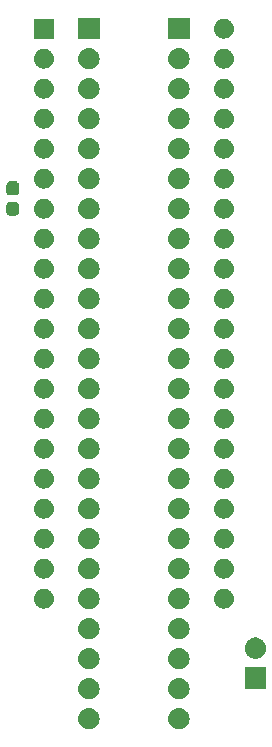
<source format=gbr>
G04 #@! TF.GenerationSoftware,KiCad,Pcbnew,8.0.4+dfsg-1*
G04 #@! TF.CreationDate,2024-12-11T15:53:31+09:00*
G04 #@! TF.ProjectId,bionic-mc6801,62696f6e-6963-42d6-9d63-363830312e6b,6*
G04 #@! TF.SameCoordinates,Original*
G04 #@! TF.FileFunction,Soldermask,Bot*
G04 #@! TF.FilePolarity,Negative*
%FSLAX46Y46*%
G04 Gerber Fmt 4.6, Leading zero omitted, Abs format (unit mm)*
G04 Created by KiCad (PCBNEW 8.0.4+dfsg-1) date 2024-12-11 15:53:31*
%MOMM*%
%LPD*%
G01*
G04 APERTURE LIST*
G04 APERTURE END LIST*
G36*
X109933983Y-132603936D02*
G01*
X109984180Y-132603936D01*
X110027524Y-132613149D01*
X110065659Y-132616905D01*
X110113566Y-132631437D01*
X110168424Y-132643098D01*
X110203530Y-132658728D01*
X110234566Y-132668143D01*
X110283884Y-132694504D01*
X110340500Y-132719711D01*
X110366822Y-132738835D01*
X110390232Y-132751348D01*
X110437988Y-132790540D01*
X110492887Y-132830427D01*
X110510711Y-132850223D01*
X110526675Y-132863324D01*
X110569572Y-132915594D01*
X110618924Y-132970405D01*
X110629292Y-132988363D01*
X110638651Y-132999767D01*
X110673273Y-133064542D01*
X110713104Y-133133530D01*
X110717685Y-133147630D01*
X110721856Y-133155433D01*
X110744852Y-133231242D01*
X110771311Y-133312672D01*
X110772242Y-133321532D01*
X110773094Y-133324340D01*
X110781384Y-133408513D01*
X110791000Y-133500000D01*
X110781383Y-133591494D01*
X110773094Y-133675659D01*
X110772242Y-133678466D01*
X110771311Y-133687328D01*
X110744848Y-133768771D01*
X110721856Y-133844566D01*
X110717686Y-133852366D01*
X110713104Y-133866470D01*
X110673266Y-133935470D01*
X110638651Y-134000232D01*
X110629294Y-134011633D01*
X110618924Y-134029595D01*
X110569563Y-134084415D01*
X110526675Y-134136675D01*
X110510714Y-134149773D01*
X110492887Y-134169573D01*
X110437977Y-134209467D01*
X110390232Y-134248651D01*
X110366827Y-134261161D01*
X110340500Y-134280289D01*
X110283873Y-134305500D01*
X110234566Y-134331856D01*
X110203537Y-134341268D01*
X110168424Y-134356902D01*
X110113555Y-134368564D01*
X110065659Y-134383094D01*
X110027532Y-134386849D01*
X109984180Y-134396064D01*
X109933973Y-134396064D01*
X109890000Y-134400395D01*
X109846027Y-134396064D01*
X109795820Y-134396064D01*
X109752467Y-134386849D01*
X109714340Y-134383094D01*
X109666441Y-134368563D01*
X109611576Y-134356902D01*
X109576464Y-134341269D01*
X109545433Y-134331856D01*
X109496120Y-134305498D01*
X109439500Y-134280289D01*
X109413175Y-134261163D01*
X109389767Y-134248651D01*
X109342013Y-134209460D01*
X109287113Y-134169573D01*
X109269287Y-134149776D01*
X109253324Y-134136675D01*
X109210425Y-134084402D01*
X109161076Y-134029595D01*
X109150708Y-134011637D01*
X109141348Y-134000232D01*
X109106719Y-133935447D01*
X109066896Y-133866470D01*
X109062315Y-133852371D01*
X109058143Y-133844566D01*
X109035136Y-133768725D01*
X109008689Y-133687328D01*
X109007758Y-133678471D01*
X109006905Y-133675659D01*
X108998600Y-133591342D01*
X108989000Y-133500000D01*
X108998599Y-133408664D01*
X109006905Y-133324340D01*
X109007758Y-133321527D01*
X109008689Y-133312672D01*
X109035132Y-133231288D01*
X109058143Y-133155433D01*
X109062315Y-133147626D01*
X109066896Y-133133530D01*
X109106712Y-133064565D01*
X109141348Y-132999767D01*
X109150710Y-132988359D01*
X109161076Y-132970405D01*
X109210416Y-132915607D01*
X109253324Y-132863324D01*
X109269291Y-132850219D01*
X109287113Y-132830427D01*
X109342002Y-132790546D01*
X109389767Y-132751348D01*
X109413180Y-132738833D01*
X109439500Y-132719711D01*
X109496109Y-132694506D01*
X109545433Y-132668143D01*
X109576471Y-132658727D01*
X109611576Y-132643098D01*
X109666430Y-132631438D01*
X109714340Y-132616905D01*
X109752476Y-132613148D01*
X109795820Y-132603936D01*
X109846016Y-132603936D01*
X109890000Y-132599604D01*
X109933983Y-132603936D01*
G37*
G36*
X117553983Y-132603936D02*
G01*
X117604180Y-132603936D01*
X117647524Y-132613149D01*
X117685659Y-132616905D01*
X117733566Y-132631437D01*
X117788424Y-132643098D01*
X117823530Y-132658728D01*
X117854566Y-132668143D01*
X117903884Y-132694504D01*
X117960500Y-132719711D01*
X117986822Y-132738835D01*
X118010232Y-132751348D01*
X118057988Y-132790540D01*
X118112887Y-132830427D01*
X118130711Y-132850223D01*
X118146675Y-132863324D01*
X118189572Y-132915594D01*
X118238924Y-132970405D01*
X118249292Y-132988363D01*
X118258651Y-132999767D01*
X118293273Y-133064542D01*
X118333104Y-133133530D01*
X118337685Y-133147630D01*
X118341856Y-133155433D01*
X118364852Y-133231242D01*
X118391311Y-133312672D01*
X118392242Y-133321532D01*
X118393094Y-133324340D01*
X118401384Y-133408513D01*
X118411000Y-133500000D01*
X118401383Y-133591494D01*
X118393094Y-133675659D01*
X118392242Y-133678466D01*
X118391311Y-133687328D01*
X118364848Y-133768771D01*
X118341856Y-133844566D01*
X118337686Y-133852366D01*
X118333104Y-133866470D01*
X118293266Y-133935470D01*
X118258651Y-134000232D01*
X118249294Y-134011633D01*
X118238924Y-134029595D01*
X118189563Y-134084415D01*
X118146675Y-134136675D01*
X118130714Y-134149773D01*
X118112887Y-134169573D01*
X118057977Y-134209467D01*
X118010232Y-134248651D01*
X117986827Y-134261161D01*
X117960500Y-134280289D01*
X117903873Y-134305500D01*
X117854566Y-134331856D01*
X117823537Y-134341268D01*
X117788424Y-134356902D01*
X117733555Y-134368564D01*
X117685659Y-134383094D01*
X117647532Y-134386849D01*
X117604180Y-134396064D01*
X117553973Y-134396064D01*
X117510000Y-134400395D01*
X117466027Y-134396064D01*
X117415820Y-134396064D01*
X117372467Y-134386849D01*
X117334340Y-134383094D01*
X117286441Y-134368563D01*
X117231576Y-134356902D01*
X117196464Y-134341269D01*
X117165433Y-134331856D01*
X117116120Y-134305498D01*
X117059500Y-134280289D01*
X117033175Y-134261163D01*
X117009767Y-134248651D01*
X116962013Y-134209460D01*
X116907113Y-134169573D01*
X116889287Y-134149776D01*
X116873324Y-134136675D01*
X116830425Y-134084402D01*
X116781076Y-134029595D01*
X116770708Y-134011637D01*
X116761348Y-134000232D01*
X116726719Y-133935447D01*
X116686896Y-133866470D01*
X116682315Y-133852371D01*
X116678143Y-133844566D01*
X116655136Y-133768725D01*
X116628689Y-133687328D01*
X116627758Y-133678471D01*
X116626905Y-133675659D01*
X116618600Y-133591342D01*
X116609000Y-133500000D01*
X116618599Y-133408664D01*
X116626905Y-133324340D01*
X116627758Y-133321527D01*
X116628689Y-133312672D01*
X116655132Y-133231288D01*
X116678143Y-133155433D01*
X116682315Y-133147626D01*
X116686896Y-133133530D01*
X116726712Y-133064565D01*
X116761348Y-132999767D01*
X116770710Y-132988359D01*
X116781076Y-132970405D01*
X116830416Y-132915607D01*
X116873324Y-132863324D01*
X116889291Y-132850219D01*
X116907113Y-132830427D01*
X116962002Y-132790546D01*
X117009767Y-132751348D01*
X117033180Y-132738833D01*
X117059500Y-132719711D01*
X117116109Y-132694506D01*
X117165433Y-132668143D01*
X117196471Y-132658727D01*
X117231576Y-132643098D01*
X117286430Y-132631438D01*
X117334340Y-132616905D01*
X117372476Y-132613148D01*
X117415820Y-132603936D01*
X117466016Y-132603936D01*
X117510000Y-132599604D01*
X117553983Y-132603936D01*
G37*
G36*
X109933983Y-130063936D02*
G01*
X109984180Y-130063936D01*
X110027524Y-130073149D01*
X110065659Y-130076905D01*
X110113566Y-130091437D01*
X110168424Y-130103098D01*
X110203530Y-130118728D01*
X110234566Y-130128143D01*
X110283884Y-130154504D01*
X110340500Y-130179711D01*
X110366822Y-130198835D01*
X110390232Y-130211348D01*
X110437988Y-130250540D01*
X110492887Y-130290427D01*
X110510711Y-130310223D01*
X110526675Y-130323324D01*
X110569572Y-130375594D01*
X110618924Y-130430405D01*
X110629292Y-130448363D01*
X110638651Y-130459767D01*
X110673273Y-130524542D01*
X110713104Y-130593530D01*
X110717685Y-130607630D01*
X110721856Y-130615433D01*
X110744852Y-130691242D01*
X110771311Y-130772672D01*
X110772242Y-130781532D01*
X110773094Y-130784340D01*
X110781384Y-130868513D01*
X110791000Y-130960000D01*
X110781383Y-131051494D01*
X110773094Y-131135659D01*
X110772242Y-131138466D01*
X110771311Y-131147328D01*
X110744848Y-131228771D01*
X110721856Y-131304566D01*
X110717686Y-131312366D01*
X110713104Y-131326470D01*
X110673266Y-131395470D01*
X110638651Y-131460232D01*
X110629294Y-131471633D01*
X110618924Y-131489595D01*
X110569563Y-131544415D01*
X110526675Y-131596675D01*
X110510714Y-131609773D01*
X110492887Y-131629573D01*
X110437977Y-131669467D01*
X110390232Y-131708651D01*
X110366827Y-131721161D01*
X110340500Y-131740289D01*
X110283873Y-131765500D01*
X110234566Y-131791856D01*
X110203537Y-131801268D01*
X110168424Y-131816902D01*
X110113555Y-131828564D01*
X110065659Y-131843094D01*
X110027532Y-131846849D01*
X109984180Y-131856064D01*
X109933973Y-131856064D01*
X109890000Y-131860395D01*
X109846027Y-131856064D01*
X109795820Y-131856064D01*
X109752467Y-131846849D01*
X109714340Y-131843094D01*
X109666441Y-131828563D01*
X109611576Y-131816902D01*
X109576464Y-131801269D01*
X109545433Y-131791856D01*
X109496120Y-131765498D01*
X109439500Y-131740289D01*
X109413175Y-131721163D01*
X109389767Y-131708651D01*
X109342013Y-131669460D01*
X109287113Y-131629573D01*
X109269287Y-131609776D01*
X109253324Y-131596675D01*
X109210425Y-131544402D01*
X109161076Y-131489595D01*
X109150708Y-131471637D01*
X109141348Y-131460232D01*
X109106719Y-131395447D01*
X109066896Y-131326470D01*
X109062315Y-131312371D01*
X109058143Y-131304566D01*
X109035136Y-131228725D01*
X109008689Y-131147328D01*
X109007758Y-131138471D01*
X109006905Y-131135659D01*
X108998600Y-131051342D01*
X108989000Y-130960000D01*
X108998599Y-130868664D01*
X109006905Y-130784340D01*
X109007758Y-130781527D01*
X109008689Y-130772672D01*
X109035132Y-130691288D01*
X109058143Y-130615433D01*
X109062315Y-130607626D01*
X109066896Y-130593530D01*
X109106712Y-130524565D01*
X109141348Y-130459767D01*
X109150710Y-130448359D01*
X109161076Y-130430405D01*
X109210416Y-130375607D01*
X109253324Y-130323324D01*
X109269291Y-130310219D01*
X109287113Y-130290427D01*
X109342002Y-130250546D01*
X109389767Y-130211348D01*
X109413180Y-130198833D01*
X109439500Y-130179711D01*
X109496109Y-130154506D01*
X109545433Y-130128143D01*
X109576471Y-130118727D01*
X109611576Y-130103098D01*
X109666430Y-130091438D01*
X109714340Y-130076905D01*
X109752476Y-130073148D01*
X109795820Y-130063936D01*
X109846016Y-130063936D01*
X109890000Y-130059604D01*
X109933983Y-130063936D01*
G37*
G36*
X117553983Y-130063936D02*
G01*
X117604180Y-130063936D01*
X117647524Y-130073149D01*
X117685659Y-130076905D01*
X117733566Y-130091437D01*
X117788424Y-130103098D01*
X117823530Y-130118728D01*
X117854566Y-130128143D01*
X117903884Y-130154504D01*
X117960500Y-130179711D01*
X117986822Y-130198835D01*
X118010232Y-130211348D01*
X118057988Y-130250540D01*
X118112887Y-130290427D01*
X118130711Y-130310223D01*
X118146675Y-130323324D01*
X118189572Y-130375594D01*
X118238924Y-130430405D01*
X118249292Y-130448363D01*
X118258651Y-130459767D01*
X118293273Y-130524542D01*
X118333104Y-130593530D01*
X118337685Y-130607630D01*
X118341856Y-130615433D01*
X118364852Y-130691242D01*
X118391311Y-130772672D01*
X118392242Y-130781532D01*
X118393094Y-130784340D01*
X118401384Y-130868513D01*
X118411000Y-130960000D01*
X118401383Y-131051494D01*
X118393094Y-131135659D01*
X118392242Y-131138466D01*
X118391311Y-131147328D01*
X118364848Y-131228771D01*
X118341856Y-131304566D01*
X118337686Y-131312366D01*
X118333104Y-131326470D01*
X118293266Y-131395470D01*
X118258651Y-131460232D01*
X118249294Y-131471633D01*
X118238924Y-131489595D01*
X118189563Y-131544415D01*
X118146675Y-131596675D01*
X118130714Y-131609773D01*
X118112887Y-131629573D01*
X118057977Y-131669467D01*
X118010232Y-131708651D01*
X117986827Y-131721161D01*
X117960500Y-131740289D01*
X117903873Y-131765500D01*
X117854566Y-131791856D01*
X117823537Y-131801268D01*
X117788424Y-131816902D01*
X117733555Y-131828564D01*
X117685659Y-131843094D01*
X117647532Y-131846849D01*
X117604180Y-131856064D01*
X117553973Y-131856064D01*
X117510000Y-131860395D01*
X117466027Y-131856064D01*
X117415820Y-131856064D01*
X117372467Y-131846849D01*
X117334340Y-131843094D01*
X117286441Y-131828563D01*
X117231576Y-131816902D01*
X117196464Y-131801269D01*
X117165433Y-131791856D01*
X117116120Y-131765498D01*
X117059500Y-131740289D01*
X117033175Y-131721163D01*
X117009767Y-131708651D01*
X116962013Y-131669460D01*
X116907113Y-131629573D01*
X116889287Y-131609776D01*
X116873324Y-131596675D01*
X116830425Y-131544402D01*
X116781076Y-131489595D01*
X116770708Y-131471637D01*
X116761348Y-131460232D01*
X116726719Y-131395447D01*
X116686896Y-131326470D01*
X116682315Y-131312371D01*
X116678143Y-131304566D01*
X116655136Y-131228725D01*
X116628689Y-131147328D01*
X116627758Y-131138471D01*
X116626905Y-131135659D01*
X116618600Y-131051342D01*
X116609000Y-130960000D01*
X116618599Y-130868664D01*
X116626905Y-130784340D01*
X116627758Y-130781527D01*
X116628689Y-130772672D01*
X116655132Y-130691288D01*
X116678143Y-130615433D01*
X116682315Y-130607626D01*
X116686896Y-130593530D01*
X116726712Y-130524565D01*
X116761348Y-130459767D01*
X116770710Y-130448359D01*
X116781076Y-130430405D01*
X116830416Y-130375607D01*
X116873324Y-130323324D01*
X116889291Y-130310219D01*
X116907113Y-130290427D01*
X116962002Y-130250546D01*
X117009767Y-130211348D01*
X117033180Y-130198833D01*
X117059500Y-130179711D01*
X117116109Y-130154506D01*
X117165433Y-130128143D01*
X117196471Y-130118727D01*
X117231576Y-130103098D01*
X117286430Y-130091438D01*
X117334340Y-130076905D01*
X117372476Y-130073148D01*
X117415820Y-130063936D01*
X117466016Y-130063936D01*
X117510000Y-130059604D01*
X117553983Y-130063936D01*
G37*
G36*
X124856517Y-129173882D02*
G01*
X124873062Y-129184938D01*
X124884118Y-129201483D01*
X124888000Y-129221000D01*
X124888000Y-130921000D01*
X124884118Y-130940517D01*
X124873062Y-130957062D01*
X124856517Y-130968118D01*
X124837000Y-130972000D01*
X123137000Y-130972000D01*
X123117483Y-130968118D01*
X123100938Y-130957062D01*
X123089882Y-130940517D01*
X123086000Y-130921000D01*
X123086000Y-129221000D01*
X123089882Y-129201483D01*
X123100938Y-129184938D01*
X123117483Y-129173882D01*
X123137000Y-129170000D01*
X124837000Y-129170000D01*
X124856517Y-129173882D01*
G37*
G36*
X109933983Y-127523936D02*
G01*
X109984180Y-127523936D01*
X110027524Y-127533149D01*
X110065659Y-127536905D01*
X110113566Y-127551437D01*
X110168424Y-127563098D01*
X110203530Y-127578728D01*
X110234566Y-127588143D01*
X110283884Y-127614504D01*
X110340500Y-127639711D01*
X110366822Y-127658835D01*
X110390232Y-127671348D01*
X110437988Y-127710540D01*
X110492887Y-127750427D01*
X110510711Y-127770223D01*
X110526675Y-127783324D01*
X110569572Y-127835594D01*
X110618924Y-127890405D01*
X110629292Y-127908363D01*
X110638651Y-127919767D01*
X110673273Y-127984542D01*
X110713104Y-128053530D01*
X110717685Y-128067630D01*
X110721856Y-128075433D01*
X110744852Y-128151242D01*
X110771311Y-128232672D01*
X110772242Y-128241532D01*
X110773094Y-128244340D01*
X110781384Y-128328513D01*
X110791000Y-128420000D01*
X110781383Y-128511494D01*
X110773094Y-128595659D01*
X110772242Y-128598466D01*
X110771311Y-128607328D01*
X110744848Y-128688771D01*
X110721856Y-128764566D01*
X110717686Y-128772366D01*
X110713104Y-128786470D01*
X110673266Y-128855470D01*
X110638651Y-128920232D01*
X110629294Y-128931633D01*
X110618924Y-128949595D01*
X110569563Y-129004415D01*
X110526675Y-129056675D01*
X110510714Y-129069773D01*
X110492887Y-129089573D01*
X110437977Y-129129467D01*
X110390232Y-129168651D01*
X110366827Y-129181161D01*
X110340500Y-129200289D01*
X110283873Y-129225500D01*
X110234566Y-129251856D01*
X110203537Y-129261268D01*
X110168424Y-129276902D01*
X110113555Y-129288564D01*
X110065659Y-129303094D01*
X110027532Y-129306849D01*
X109984180Y-129316064D01*
X109933973Y-129316064D01*
X109890000Y-129320395D01*
X109846027Y-129316064D01*
X109795820Y-129316064D01*
X109752467Y-129306849D01*
X109714340Y-129303094D01*
X109666441Y-129288563D01*
X109611576Y-129276902D01*
X109576464Y-129261269D01*
X109545433Y-129251856D01*
X109496120Y-129225498D01*
X109439500Y-129200289D01*
X109413175Y-129181163D01*
X109389767Y-129168651D01*
X109342013Y-129129460D01*
X109287113Y-129089573D01*
X109269287Y-129069776D01*
X109253324Y-129056675D01*
X109210425Y-129004402D01*
X109161076Y-128949595D01*
X109150708Y-128931637D01*
X109141348Y-128920232D01*
X109106719Y-128855447D01*
X109066896Y-128786470D01*
X109062315Y-128772371D01*
X109058143Y-128764566D01*
X109035136Y-128688725D01*
X109008689Y-128607328D01*
X109007758Y-128598471D01*
X109006905Y-128595659D01*
X108998600Y-128511342D01*
X108989000Y-128420000D01*
X108998599Y-128328664D01*
X109006905Y-128244340D01*
X109007758Y-128241527D01*
X109008689Y-128232672D01*
X109035132Y-128151288D01*
X109058143Y-128075433D01*
X109062315Y-128067626D01*
X109066896Y-128053530D01*
X109106712Y-127984565D01*
X109141348Y-127919767D01*
X109150710Y-127908359D01*
X109161076Y-127890405D01*
X109210416Y-127835607D01*
X109253324Y-127783324D01*
X109269291Y-127770219D01*
X109287113Y-127750427D01*
X109342002Y-127710546D01*
X109389767Y-127671348D01*
X109413180Y-127658833D01*
X109439500Y-127639711D01*
X109496109Y-127614506D01*
X109545433Y-127588143D01*
X109576471Y-127578727D01*
X109611576Y-127563098D01*
X109666430Y-127551438D01*
X109714340Y-127536905D01*
X109752476Y-127533148D01*
X109795820Y-127523936D01*
X109846016Y-127523936D01*
X109890000Y-127519604D01*
X109933983Y-127523936D01*
G37*
G36*
X117553983Y-127523936D02*
G01*
X117604180Y-127523936D01*
X117647524Y-127533149D01*
X117685659Y-127536905D01*
X117733566Y-127551437D01*
X117788424Y-127563098D01*
X117823530Y-127578728D01*
X117854566Y-127588143D01*
X117903884Y-127614504D01*
X117960500Y-127639711D01*
X117986822Y-127658835D01*
X118010232Y-127671348D01*
X118057988Y-127710540D01*
X118112887Y-127750427D01*
X118130711Y-127770223D01*
X118146675Y-127783324D01*
X118189572Y-127835594D01*
X118238924Y-127890405D01*
X118249292Y-127908363D01*
X118258651Y-127919767D01*
X118293273Y-127984542D01*
X118333104Y-128053530D01*
X118337685Y-128067630D01*
X118341856Y-128075433D01*
X118364852Y-128151242D01*
X118391311Y-128232672D01*
X118392242Y-128241532D01*
X118393094Y-128244340D01*
X118401384Y-128328513D01*
X118411000Y-128420000D01*
X118401383Y-128511494D01*
X118393094Y-128595659D01*
X118392242Y-128598466D01*
X118391311Y-128607328D01*
X118364848Y-128688771D01*
X118341856Y-128764566D01*
X118337686Y-128772366D01*
X118333104Y-128786470D01*
X118293266Y-128855470D01*
X118258651Y-128920232D01*
X118249294Y-128931633D01*
X118238924Y-128949595D01*
X118189563Y-129004415D01*
X118146675Y-129056675D01*
X118130714Y-129069773D01*
X118112887Y-129089573D01*
X118057977Y-129129467D01*
X118010232Y-129168651D01*
X117986827Y-129181161D01*
X117960500Y-129200289D01*
X117903873Y-129225500D01*
X117854566Y-129251856D01*
X117823537Y-129261268D01*
X117788424Y-129276902D01*
X117733555Y-129288564D01*
X117685659Y-129303094D01*
X117647532Y-129306849D01*
X117604180Y-129316064D01*
X117553973Y-129316064D01*
X117510000Y-129320395D01*
X117466027Y-129316064D01*
X117415820Y-129316064D01*
X117372467Y-129306849D01*
X117334340Y-129303094D01*
X117286441Y-129288563D01*
X117231576Y-129276902D01*
X117196464Y-129261269D01*
X117165433Y-129251856D01*
X117116120Y-129225498D01*
X117059500Y-129200289D01*
X117033175Y-129181163D01*
X117009767Y-129168651D01*
X116962013Y-129129460D01*
X116907113Y-129089573D01*
X116889287Y-129069776D01*
X116873324Y-129056675D01*
X116830425Y-129004402D01*
X116781076Y-128949595D01*
X116770708Y-128931637D01*
X116761348Y-128920232D01*
X116726719Y-128855447D01*
X116686896Y-128786470D01*
X116682315Y-128772371D01*
X116678143Y-128764566D01*
X116655136Y-128688725D01*
X116628689Y-128607328D01*
X116627758Y-128598471D01*
X116626905Y-128595659D01*
X116618600Y-128511342D01*
X116609000Y-128420000D01*
X116618599Y-128328664D01*
X116626905Y-128244340D01*
X116627758Y-128241527D01*
X116628689Y-128232672D01*
X116655132Y-128151288D01*
X116678143Y-128075433D01*
X116682315Y-128067626D01*
X116686896Y-128053530D01*
X116726712Y-127984565D01*
X116761348Y-127919767D01*
X116770710Y-127908359D01*
X116781076Y-127890405D01*
X116830416Y-127835607D01*
X116873324Y-127783324D01*
X116889291Y-127770219D01*
X116907113Y-127750427D01*
X116962002Y-127710546D01*
X117009767Y-127671348D01*
X117033180Y-127658833D01*
X117059500Y-127639711D01*
X117116109Y-127614506D01*
X117165433Y-127588143D01*
X117196471Y-127578727D01*
X117231576Y-127563098D01*
X117286430Y-127551438D01*
X117334340Y-127536905D01*
X117372476Y-127533148D01*
X117415820Y-127523936D01*
X117466016Y-127523936D01*
X117510000Y-127519604D01*
X117553983Y-127523936D01*
G37*
G36*
X124030983Y-126634936D02*
G01*
X124081180Y-126634936D01*
X124124524Y-126644149D01*
X124162659Y-126647905D01*
X124210566Y-126662437D01*
X124265424Y-126674098D01*
X124300530Y-126689728D01*
X124331566Y-126699143D01*
X124380884Y-126725504D01*
X124437500Y-126750711D01*
X124463822Y-126769835D01*
X124487232Y-126782348D01*
X124534988Y-126821540D01*
X124589887Y-126861427D01*
X124607711Y-126881223D01*
X124623675Y-126894324D01*
X124666572Y-126946594D01*
X124715924Y-127001405D01*
X124726292Y-127019363D01*
X124735651Y-127030767D01*
X124770273Y-127095542D01*
X124810104Y-127164530D01*
X124814685Y-127178630D01*
X124818856Y-127186433D01*
X124841852Y-127262242D01*
X124868311Y-127343672D01*
X124869242Y-127352532D01*
X124870094Y-127355340D01*
X124878384Y-127439513D01*
X124888000Y-127531000D01*
X124878383Y-127622494D01*
X124870094Y-127706659D01*
X124869242Y-127709466D01*
X124868311Y-127718328D01*
X124841848Y-127799771D01*
X124818856Y-127875566D01*
X124814686Y-127883366D01*
X124810104Y-127897470D01*
X124770266Y-127966470D01*
X124735651Y-128031232D01*
X124726294Y-128042633D01*
X124715924Y-128060595D01*
X124666563Y-128115415D01*
X124623675Y-128167675D01*
X124607714Y-128180773D01*
X124589887Y-128200573D01*
X124534977Y-128240467D01*
X124487232Y-128279651D01*
X124463827Y-128292161D01*
X124437500Y-128311289D01*
X124380873Y-128336500D01*
X124331566Y-128362856D01*
X124300537Y-128372268D01*
X124265424Y-128387902D01*
X124210555Y-128399564D01*
X124162659Y-128414094D01*
X124124532Y-128417849D01*
X124081180Y-128427064D01*
X124030973Y-128427064D01*
X123987000Y-128431395D01*
X123943027Y-128427064D01*
X123892820Y-128427064D01*
X123849467Y-128417849D01*
X123811340Y-128414094D01*
X123763441Y-128399563D01*
X123708576Y-128387902D01*
X123673464Y-128372269D01*
X123642433Y-128362856D01*
X123593120Y-128336498D01*
X123536500Y-128311289D01*
X123510175Y-128292163D01*
X123486767Y-128279651D01*
X123439013Y-128240460D01*
X123384113Y-128200573D01*
X123366287Y-128180776D01*
X123350324Y-128167675D01*
X123307425Y-128115402D01*
X123258076Y-128060595D01*
X123247708Y-128042637D01*
X123238348Y-128031232D01*
X123203719Y-127966447D01*
X123163896Y-127897470D01*
X123159315Y-127883371D01*
X123155143Y-127875566D01*
X123132136Y-127799725D01*
X123105689Y-127718328D01*
X123104758Y-127709471D01*
X123103905Y-127706659D01*
X123095600Y-127622342D01*
X123086000Y-127531000D01*
X123095599Y-127439664D01*
X123103905Y-127355340D01*
X123104758Y-127352527D01*
X123105689Y-127343672D01*
X123132132Y-127262288D01*
X123155143Y-127186433D01*
X123159315Y-127178626D01*
X123163896Y-127164530D01*
X123203712Y-127095565D01*
X123238348Y-127030767D01*
X123247710Y-127019359D01*
X123258076Y-127001405D01*
X123307416Y-126946607D01*
X123350324Y-126894324D01*
X123366291Y-126881219D01*
X123384113Y-126861427D01*
X123439002Y-126821546D01*
X123486767Y-126782348D01*
X123510180Y-126769833D01*
X123536500Y-126750711D01*
X123593109Y-126725506D01*
X123642433Y-126699143D01*
X123673471Y-126689727D01*
X123708576Y-126674098D01*
X123763430Y-126662438D01*
X123811340Y-126647905D01*
X123849476Y-126644148D01*
X123892820Y-126634936D01*
X123943016Y-126634936D01*
X123987000Y-126630604D01*
X124030983Y-126634936D01*
G37*
G36*
X109933983Y-124983936D02*
G01*
X109984180Y-124983936D01*
X110027524Y-124993149D01*
X110065659Y-124996905D01*
X110113566Y-125011437D01*
X110168424Y-125023098D01*
X110203530Y-125038728D01*
X110234566Y-125048143D01*
X110283884Y-125074504D01*
X110340500Y-125099711D01*
X110366822Y-125118835D01*
X110390232Y-125131348D01*
X110437988Y-125170540D01*
X110492887Y-125210427D01*
X110510711Y-125230223D01*
X110526675Y-125243324D01*
X110569572Y-125295594D01*
X110618924Y-125350405D01*
X110629292Y-125368363D01*
X110638651Y-125379767D01*
X110673273Y-125444542D01*
X110713104Y-125513530D01*
X110717685Y-125527630D01*
X110721856Y-125535433D01*
X110744852Y-125611242D01*
X110771311Y-125692672D01*
X110772242Y-125701532D01*
X110773094Y-125704340D01*
X110781384Y-125788513D01*
X110791000Y-125880000D01*
X110781383Y-125971494D01*
X110773094Y-126055659D01*
X110772242Y-126058466D01*
X110771311Y-126067328D01*
X110744848Y-126148771D01*
X110721856Y-126224566D01*
X110717686Y-126232366D01*
X110713104Y-126246470D01*
X110673266Y-126315470D01*
X110638651Y-126380232D01*
X110629294Y-126391633D01*
X110618924Y-126409595D01*
X110569563Y-126464415D01*
X110526675Y-126516675D01*
X110510714Y-126529773D01*
X110492887Y-126549573D01*
X110437977Y-126589467D01*
X110390232Y-126628651D01*
X110366827Y-126641161D01*
X110340500Y-126660289D01*
X110283873Y-126685500D01*
X110234566Y-126711856D01*
X110203537Y-126721268D01*
X110168424Y-126736902D01*
X110113555Y-126748564D01*
X110065659Y-126763094D01*
X110027532Y-126766849D01*
X109984180Y-126776064D01*
X109933973Y-126776064D01*
X109890000Y-126780395D01*
X109846027Y-126776064D01*
X109795820Y-126776064D01*
X109752467Y-126766849D01*
X109714340Y-126763094D01*
X109666441Y-126748563D01*
X109611576Y-126736902D01*
X109576464Y-126721269D01*
X109545433Y-126711856D01*
X109496120Y-126685498D01*
X109439500Y-126660289D01*
X109413175Y-126641163D01*
X109389767Y-126628651D01*
X109342013Y-126589460D01*
X109287113Y-126549573D01*
X109269287Y-126529776D01*
X109253324Y-126516675D01*
X109210425Y-126464402D01*
X109161076Y-126409595D01*
X109150708Y-126391637D01*
X109141348Y-126380232D01*
X109106719Y-126315447D01*
X109066896Y-126246470D01*
X109062315Y-126232371D01*
X109058143Y-126224566D01*
X109035136Y-126148725D01*
X109008689Y-126067328D01*
X109007758Y-126058471D01*
X109006905Y-126055659D01*
X108998600Y-125971342D01*
X108989000Y-125880000D01*
X108998599Y-125788664D01*
X109006905Y-125704340D01*
X109007758Y-125701527D01*
X109008689Y-125692672D01*
X109035132Y-125611288D01*
X109058143Y-125535433D01*
X109062315Y-125527626D01*
X109066896Y-125513530D01*
X109106712Y-125444565D01*
X109141348Y-125379767D01*
X109150710Y-125368359D01*
X109161076Y-125350405D01*
X109210416Y-125295607D01*
X109253324Y-125243324D01*
X109269291Y-125230219D01*
X109287113Y-125210427D01*
X109342002Y-125170546D01*
X109389767Y-125131348D01*
X109413180Y-125118833D01*
X109439500Y-125099711D01*
X109496109Y-125074506D01*
X109545433Y-125048143D01*
X109576471Y-125038727D01*
X109611576Y-125023098D01*
X109666430Y-125011438D01*
X109714340Y-124996905D01*
X109752476Y-124993148D01*
X109795820Y-124983936D01*
X109846016Y-124983936D01*
X109890000Y-124979604D01*
X109933983Y-124983936D01*
G37*
G36*
X117553983Y-124983936D02*
G01*
X117604180Y-124983936D01*
X117647524Y-124993149D01*
X117685659Y-124996905D01*
X117733566Y-125011437D01*
X117788424Y-125023098D01*
X117823530Y-125038728D01*
X117854566Y-125048143D01*
X117903884Y-125074504D01*
X117960500Y-125099711D01*
X117986822Y-125118835D01*
X118010232Y-125131348D01*
X118057988Y-125170540D01*
X118112887Y-125210427D01*
X118130711Y-125230223D01*
X118146675Y-125243324D01*
X118189572Y-125295594D01*
X118238924Y-125350405D01*
X118249292Y-125368363D01*
X118258651Y-125379767D01*
X118293273Y-125444542D01*
X118333104Y-125513530D01*
X118337685Y-125527630D01*
X118341856Y-125535433D01*
X118364852Y-125611242D01*
X118391311Y-125692672D01*
X118392242Y-125701532D01*
X118393094Y-125704340D01*
X118401384Y-125788513D01*
X118411000Y-125880000D01*
X118401383Y-125971494D01*
X118393094Y-126055659D01*
X118392242Y-126058466D01*
X118391311Y-126067328D01*
X118364848Y-126148771D01*
X118341856Y-126224566D01*
X118337686Y-126232366D01*
X118333104Y-126246470D01*
X118293266Y-126315470D01*
X118258651Y-126380232D01*
X118249294Y-126391633D01*
X118238924Y-126409595D01*
X118189563Y-126464415D01*
X118146675Y-126516675D01*
X118130714Y-126529773D01*
X118112887Y-126549573D01*
X118057977Y-126589467D01*
X118010232Y-126628651D01*
X117986827Y-126641161D01*
X117960500Y-126660289D01*
X117903873Y-126685500D01*
X117854566Y-126711856D01*
X117823537Y-126721268D01*
X117788424Y-126736902D01*
X117733555Y-126748564D01*
X117685659Y-126763094D01*
X117647532Y-126766849D01*
X117604180Y-126776064D01*
X117553973Y-126776064D01*
X117510000Y-126780395D01*
X117466027Y-126776064D01*
X117415820Y-126776064D01*
X117372467Y-126766849D01*
X117334340Y-126763094D01*
X117286441Y-126748563D01*
X117231576Y-126736902D01*
X117196464Y-126721269D01*
X117165433Y-126711856D01*
X117116120Y-126685498D01*
X117059500Y-126660289D01*
X117033175Y-126641163D01*
X117009767Y-126628651D01*
X116962013Y-126589460D01*
X116907113Y-126549573D01*
X116889287Y-126529776D01*
X116873324Y-126516675D01*
X116830425Y-126464402D01*
X116781076Y-126409595D01*
X116770708Y-126391637D01*
X116761348Y-126380232D01*
X116726719Y-126315447D01*
X116686896Y-126246470D01*
X116682315Y-126232371D01*
X116678143Y-126224566D01*
X116655136Y-126148725D01*
X116628689Y-126067328D01*
X116627758Y-126058471D01*
X116626905Y-126055659D01*
X116618600Y-125971342D01*
X116609000Y-125880000D01*
X116618599Y-125788664D01*
X116626905Y-125704340D01*
X116627758Y-125701527D01*
X116628689Y-125692672D01*
X116655132Y-125611288D01*
X116678143Y-125535433D01*
X116682315Y-125527626D01*
X116686896Y-125513530D01*
X116726712Y-125444565D01*
X116761348Y-125379767D01*
X116770710Y-125368359D01*
X116781076Y-125350405D01*
X116830416Y-125295607D01*
X116873324Y-125243324D01*
X116889291Y-125230219D01*
X116907113Y-125210427D01*
X116962002Y-125170546D01*
X117009767Y-125131348D01*
X117033180Y-125118833D01*
X117059500Y-125099711D01*
X117116109Y-125074506D01*
X117165433Y-125048143D01*
X117196471Y-125038727D01*
X117231576Y-125023098D01*
X117286430Y-125011438D01*
X117334340Y-124996905D01*
X117372476Y-124993148D01*
X117415820Y-124983936D01*
X117466016Y-124983936D01*
X117510000Y-124979604D01*
X117553983Y-124983936D01*
G37*
G36*
X109933983Y-122443936D02*
G01*
X109984180Y-122443936D01*
X110027524Y-122453149D01*
X110065659Y-122456905D01*
X110113566Y-122471437D01*
X110168424Y-122483098D01*
X110203530Y-122498728D01*
X110234566Y-122508143D01*
X110283884Y-122534504D01*
X110340500Y-122559711D01*
X110366822Y-122578835D01*
X110390232Y-122591348D01*
X110437988Y-122630540D01*
X110492887Y-122670427D01*
X110510711Y-122690223D01*
X110526675Y-122703324D01*
X110569572Y-122755594D01*
X110618924Y-122810405D01*
X110629292Y-122828363D01*
X110638651Y-122839767D01*
X110673273Y-122904542D01*
X110713104Y-122973530D01*
X110717685Y-122987630D01*
X110721856Y-122995433D01*
X110744852Y-123071242D01*
X110771311Y-123152672D01*
X110772242Y-123161532D01*
X110773094Y-123164340D01*
X110781384Y-123248513D01*
X110791000Y-123340000D01*
X110781383Y-123431494D01*
X110773094Y-123515659D01*
X110772242Y-123518466D01*
X110771311Y-123527328D01*
X110744848Y-123608771D01*
X110721856Y-123684566D01*
X110717686Y-123692366D01*
X110713104Y-123706470D01*
X110673266Y-123775470D01*
X110638651Y-123840232D01*
X110629294Y-123851633D01*
X110618924Y-123869595D01*
X110569563Y-123924415D01*
X110526675Y-123976675D01*
X110510714Y-123989773D01*
X110492887Y-124009573D01*
X110437977Y-124049467D01*
X110390232Y-124088651D01*
X110366827Y-124101161D01*
X110340500Y-124120289D01*
X110283873Y-124145500D01*
X110234566Y-124171856D01*
X110203537Y-124181268D01*
X110168424Y-124196902D01*
X110113555Y-124208564D01*
X110065659Y-124223094D01*
X110027532Y-124226849D01*
X109984180Y-124236064D01*
X109933973Y-124236064D01*
X109890000Y-124240395D01*
X109846027Y-124236064D01*
X109795820Y-124236064D01*
X109752467Y-124226849D01*
X109714340Y-124223094D01*
X109666441Y-124208563D01*
X109611576Y-124196902D01*
X109576464Y-124181269D01*
X109545433Y-124171856D01*
X109496120Y-124145498D01*
X109439500Y-124120289D01*
X109413175Y-124101163D01*
X109389767Y-124088651D01*
X109342013Y-124049460D01*
X109287113Y-124009573D01*
X109269287Y-123989776D01*
X109253324Y-123976675D01*
X109210425Y-123924402D01*
X109161076Y-123869595D01*
X109150708Y-123851637D01*
X109141348Y-123840232D01*
X109106719Y-123775447D01*
X109066896Y-123706470D01*
X109062315Y-123692371D01*
X109058143Y-123684566D01*
X109035136Y-123608725D01*
X109008689Y-123527328D01*
X109007758Y-123518471D01*
X109006905Y-123515659D01*
X108998600Y-123431342D01*
X108989000Y-123340000D01*
X108998599Y-123248664D01*
X109006905Y-123164340D01*
X109007758Y-123161527D01*
X109008689Y-123152672D01*
X109035132Y-123071288D01*
X109058143Y-122995433D01*
X109062315Y-122987626D01*
X109066896Y-122973530D01*
X109106712Y-122904565D01*
X109141348Y-122839767D01*
X109150710Y-122828359D01*
X109161076Y-122810405D01*
X109210416Y-122755607D01*
X109253324Y-122703324D01*
X109269291Y-122690219D01*
X109287113Y-122670427D01*
X109342002Y-122630546D01*
X109389767Y-122591348D01*
X109413180Y-122578833D01*
X109439500Y-122559711D01*
X109496109Y-122534506D01*
X109545433Y-122508143D01*
X109576471Y-122498727D01*
X109611576Y-122483098D01*
X109666430Y-122471438D01*
X109714340Y-122456905D01*
X109752476Y-122453148D01*
X109795820Y-122443936D01*
X109846016Y-122443936D01*
X109890000Y-122439604D01*
X109933983Y-122443936D01*
G37*
G36*
X117553983Y-122443936D02*
G01*
X117604180Y-122443936D01*
X117647524Y-122453149D01*
X117685659Y-122456905D01*
X117733566Y-122471437D01*
X117788424Y-122483098D01*
X117823530Y-122498728D01*
X117854566Y-122508143D01*
X117903884Y-122534504D01*
X117960500Y-122559711D01*
X117986822Y-122578835D01*
X118010232Y-122591348D01*
X118057988Y-122630540D01*
X118112887Y-122670427D01*
X118130711Y-122690223D01*
X118146675Y-122703324D01*
X118189572Y-122755594D01*
X118238924Y-122810405D01*
X118249292Y-122828363D01*
X118258651Y-122839767D01*
X118293273Y-122904542D01*
X118333104Y-122973530D01*
X118337685Y-122987630D01*
X118341856Y-122995433D01*
X118364852Y-123071242D01*
X118391311Y-123152672D01*
X118392242Y-123161532D01*
X118393094Y-123164340D01*
X118401384Y-123248513D01*
X118411000Y-123340000D01*
X118401383Y-123431494D01*
X118393094Y-123515659D01*
X118392242Y-123518466D01*
X118391311Y-123527328D01*
X118364848Y-123608771D01*
X118341856Y-123684566D01*
X118337686Y-123692366D01*
X118333104Y-123706470D01*
X118293266Y-123775470D01*
X118258651Y-123840232D01*
X118249294Y-123851633D01*
X118238924Y-123869595D01*
X118189563Y-123924415D01*
X118146675Y-123976675D01*
X118130714Y-123989773D01*
X118112887Y-124009573D01*
X118057977Y-124049467D01*
X118010232Y-124088651D01*
X117986827Y-124101161D01*
X117960500Y-124120289D01*
X117903873Y-124145500D01*
X117854566Y-124171856D01*
X117823537Y-124181268D01*
X117788424Y-124196902D01*
X117733555Y-124208564D01*
X117685659Y-124223094D01*
X117647532Y-124226849D01*
X117604180Y-124236064D01*
X117553973Y-124236064D01*
X117510000Y-124240395D01*
X117466027Y-124236064D01*
X117415820Y-124236064D01*
X117372467Y-124226849D01*
X117334340Y-124223094D01*
X117286441Y-124208563D01*
X117231576Y-124196902D01*
X117196464Y-124181269D01*
X117165433Y-124171856D01*
X117116120Y-124145498D01*
X117059500Y-124120289D01*
X117033175Y-124101163D01*
X117009767Y-124088651D01*
X116962013Y-124049460D01*
X116907113Y-124009573D01*
X116889287Y-123989776D01*
X116873324Y-123976675D01*
X116830425Y-123924402D01*
X116781076Y-123869595D01*
X116770708Y-123851637D01*
X116761348Y-123840232D01*
X116726719Y-123775447D01*
X116686896Y-123706470D01*
X116682315Y-123692371D01*
X116678143Y-123684566D01*
X116655136Y-123608725D01*
X116628689Y-123527328D01*
X116627758Y-123518471D01*
X116626905Y-123515659D01*
X116618600Y-123431342D01*
X116609000Y-123340000D01*
X116618599Y-123248664D01*
X116626905Y-123164340D01*
X116627758Y-123161527D01*
X116628689Y-123152672D01*
X116655132Y-123071288D01*
X116678143Y-122995433D01*
X116682315Y-122987626D01*
X116686896Y-122973530D01*
X116726712Y-122904565D01*
X116761348Y-122839767D01*
X116770710Y-122828359D01*
X116781076Y-122810405D01*
X116830416Y-122755607D01*
X116873324Y-122703324D01*
X116889291Y-122690219D01*
X116907113Y-122670427D01*
X116962002Y-122630546D01*
X117009767Y-122591348D01*
X117033180Y-122578833D01*
X117059500Y-122559711D01*
X117116109Y-122534506D01*
X117165433Y-122508143D01*
X117196471Y-122498727D01*
X117231576Y-122483098D01*
X117286430Y-122471438D01*
X117334340Y-122456905D01*
X117372476Y-122453148D01*
X117415820Y-122443936D01*
X117466016Y-122443936D01*
X117510000Y-122439604D01*
X117553983Y-122443936D01*
G37*
G36*
X106121199Y-122493662D02*
G01*
X106168954Y-122493662D01*
X106210194Y-122502427D01*
X106245901Y-122505945D01*
X106290759Y-122519552D01*
X106342973Y-122530651D01*
X106376384Y-122545526D01*
X106405435Y-122554339D01*
X106451602Y-122579015D01*
X106505500Y-122603012D01*
X106530554Y-122621215D01*
X106552453Y-122632920D01*
X106597128Y-122669584D01*
X106649430Y-122707584D01*
X106666411Y-122726443D01*
X106681320Y-122738679D01*
X106721387Y-122787501D01*
X106768473Y-122839795D01*
X106778364Y-122856927D01*
X106787079Y-122867546D01*
X106819306Y-122927840D01*
X106857427Y-122993867D01*
X106861813Y-123007368D01*
X106865660Y-123014564D01*
X106886861Y-123084455D01*
X106912404Y-123163067D01*
X106913303Y-123171623D01*
X106914054Y-123174098D01*
X106921371Y-123248389D01*
X106931000Y-123340000D01*
X106921370Y-123431619D01*
X106914054Y-123505901D01*
X106913303Y-123508375D01*
X106912404Y-123516933D01*
X106886856Y-123595558D01*
X106865660Y-123665435D01*
X106861814Y-123672629D01*
X106857427Y-123686133D01*
X106819299Y-123752172D01*
X106787079Y-123812453D01*
X106778366Y-123823069D01*
X106768473Y-123840205D01*
X106721378Y-123892509D01*
X106681320Y-123941320D01*
X106666414Y-123953552D01*
X106649430Y-123972416D01*
X106597118Y-124010423D01*
X106552453Y-124047079D01*
X106530559Y-124058780D01*
X106505500Y-124076988D01*
X106451591Y-124100989D01*
X106405435Y-124125660D01*
X106376391Y-124134470D01*
X106342973Y-124149349D01*
X106290748Y-124160449D01*
X106245901Y-124174054D01*
X106210203Y-124177570D01*
X106168954Y-124186338D01*
X106121188Y-124186338D01*
X106080000Y-124190395D01*
X106038811Y-124186338D01*
X105991046Y-124186338D01*
X105949797Y-124177570D01*
X105914098Y-124174054D01*
X105869248Y-124160448D01*
X105817027Y-124149349D01*
X105783610Y-124134471D01*
X105754564Y-124125660D01*
X105708402Y-124100986D01*
X105654500Y-124076988D01*
X105629443Y-124058783D01*
X105607546Y-124047079D01*
X105562873Y-124010416D01*
X105510570Y-123972416D01*
X105493588Y-123953555D01*
X105478679Y-123941320D01*
X105438610Y-123892496D01*
X105391527Y-123840205D01*
X105381636Y-123823073D01*
X105372920Y-123812453D01*
X105340687Y-123752148D01*
X105302573Y-123686133D01*
X105298186Y-123672634D01*
X105294339Y-123665435D01*
X105273128Y-123595512D01*
X105247596Y-123516933D01*
X105246697Y-123508380D01*
X105245945Y-123505901D01*
X105238613Y-123431467D01*
X105229000Y-123340000D01*
X105238612Y-123248540D01*
X105245945Y-123174098D01*
X105246697Y-123171618D01*
X105247596Y-123163067D01*
X105273123Y-123084502D01*
X105294339Y-123014564D01*
X105298187Y-123007363D01*
X105302573Y-122993867D01*
X105340680Y-122927863D01*
X105372920Y-122867546D01*
X105381638Y-122856923D01*
X105391527Y-122839795D01*
X105438601Y-122787513D01*
X105478679Y-122738679D01*
X105493591Y-122726440D01*
X105510570Y-122707584D01*
X105562862Y-122669591D01*
X105607546Y-122632920D01*
X105629448Y-122621213D01*
X105654500Y-122603012D01*
X105708391Y-122579018D01*
X105754564Y-122554339D01*
X105783617Y-122545525D01*
X105817027Y-122530651D01*
X105869237Y-122519553D01*
X105914098Y-122505945D01*
X105949806Y-122502427D01*
X105991046Y-122493662D01*
X106038801Y-122493662D01*
X106080000Y-122489604D01*
X106121199Y-122493662D01*
G37*
G36*
X121361199Y-122493662D02*
G01*
X121408954Y-122493662D01*
X121450194Y-122502427D01*
X121485901Y-122505945D01*
X121530759Y-122519552D01*
X121582973Y-122530651D01*
X121616384Y-122545526D01*
X121645435Y-122554339D01*
X121691602Y-122579015D01*
X121745500Y-122603012D01*
X121770554Y-122621215D01*
X121792453Y-122632920D01*
X121837128Y-122669584D01*
X121889430Y-122707584D01*
X121906411Y-122726443D01*
X121921320Y-122738679D01*
X121961387Y-122787501D01*
X122008473Y-122839795D01*
X122018364Y-122856927D01*
X122027079Y-122867546D01*
X122059306Y-122927840D01*
X122097427Y-122993867D01*
X122101813Y-123007368D01*
X122105660Y-123014564D01*
X122126861Y-123084455D01*
X122152404Y-123163067D01*
X122153303Y-123171623D01*
X122154054Y-123174098D01*
X122161371Y-123248389D01*
X122171000Y-123340000D01*
X122161370Y-123431619D01*
X122154054Y-123505901D01*
X122153303Y-123508375D01*
X122152404Y-123516933D01*
X122126856Y-123595558D01*
X122105660Y-123665435D01*
X122101814Y-123672629D01*
X122097427Y-123686133D01*
X122059299Y-123752172D01*
X122027079Y-123812453D01*
X122018366Y-123823069D01*
X122008473Y-123840205D01*
X121961378Y-123892509D01*
X121921320Y-123941320D01*
X121906414Y-123953552D01*
X121889430Y-123972416D01*
X121837118Y-124010423D01*
X121792453Y-124047079D01*
X121770559Y-124058780D01*
X121745500Y-124076988D01*
X121691591Y-124100989D01*
X121645435Y-124125660D01*
X121616391Y-124134470D01*
X121582973Y-124149349D01*
X121530748Y-124160449D01*
X121485901Y-124174054D01*
X121450203Y-124177570D01*
X121408954Y-124186338D01*
X121361188Y-124186338D01*
X121320000Y-124190395D01*
X121278811Y-124186338D01*
X121231046Y-124186338D01*
X121189797Y-124177570D01*
X121154098Y-124174054D01*
X121109248Y-124160448D01*
X121057027Y-124149349D01*
X121023610Y-124134471D01*
X120994564Y-124125660D01*
X120948402Y-124100986D01*
X120894500Y-124076988D01*
X120869443Y-124058783D01*
X120847546Y-124047079D01*
X120802873Y-124010416D01*
X120750570Y-123972416D01*
X120733588Y-123953555D01*
X120718679Y-123941320D01*
X120678610Y-123892496D01*
X120631527Y-123840205D01*
X120621636Y-123823073D01*
X120612920Y-123812453D01*
X120580687Y-123752148D01*
X120542573Y-123686133D01*
X120538186Y-123672634D01*
X120534339Y-123665435D01*
X120513128Y-123595512D01*
X120487596Y-123516933D01*
X120486697Y-123508380D01*
X120485945Y-123505901D01*
X120478613Y-123431467D01*
X120469000Y-123340000D01*
X120478612Y-123248540D01*
X120485945Y-123174098D01*
X120486697Y-123171618D01*
X120487596Y-123163067D01*
X120513123Y-123084502D01*
X120534339Y-123014564D01*
X120538187Y-123007363D01*
X120542573Y-122993867D01*
X120580680Y-122927863D01*
X120612920Y-122867546D01*
X120621638Y-122856923D01*
X120631527Y-122839795D01*
X120678601Y-122787513D01*
X120718679Y-122738679D01*
X120733591Y-122726440D01*
X120750570Y-122707584D01*
X120802862Y-122669591D01*
X120847546Y-122632920D01*
X120869448Y-122621213D01*
X120894500Y-122603012D01*
X120948391Y-122579018D01*
X120994564Y-122554339D01*
X121023617Y-122545525D01*
X121057027Y-122530651D01*
X121109237Y-122519553D01*
X121154098Y-122505945D01*
X121189806Y-122502427D01*
X121231046Y-122493662D01*
X121278801Y-122493662D01*
X121320000Y-122489604D01*
X121361199Y-122493662D01*
G37*
G36*
X109933983Y-119903936D02*
G01*
X109984180Y-119903936D01*
X110027524Y-119913149D01*
X110065659Y-119916905D01*
X110113566Y-119931437D01*
X110168424Y-119943098D01*
X110203530Y-119958728D01*
X110234566Y-119968143D01*
X110283884Y-119994504D01*
X110340500Y-120019711D01*
X110366822Y-120038835D01*
X110390232Y-120051348D01*
X110437988Y-120090540D01*
X110492887Y-120130427D01*
X110510711Y-120150223D01*
X110526675Y-120163324D01*
X110569572Y-120215594D01*
X110618924Y-120270405D01*
X110629292Y-120288363D01*
X110638651Y-120299767D01*
X110673273Y-120364542D01*
X110713104Y-120433530D01*
X110717685Y-120447630D01*
X110721856Y-120455433D01*
X110744852Y-120531242D01*
X110771311Y-120612672D01*
X110772242Y-120621532D01*
X110773094Y-120624340D01*
X110781384Y-120708513D01*
X110791000Y-120800000D01*
X110781383Y-120891494D01*
X110773094Y-120975659D01*
X110772242Y-120978466D01*
X110771311Y-120987328D01*
X110744848Y-121068771D01*
X110721856Y-121144566D01*
X110717686Y-121152366D01*
X110713104Y-121166470D01*
X110673266Y-121235470D01*
X110638651Y-121300232D01*
X110629294Y-121311633D01*
X110618924Y-121329595D01*
X110569563Y-121384415D01*
X110526675Y-121436675D01*
X110510714Y-121449773D01*
X110492887Y-121469573D01*
X110437977Y-121509467D01*
X110390232Y-121548651D01*
X110366827Y-121561161D01*
X110340500Y-121580289D01*
X110283873Y-121605500D01*
X110234566Y-121631856D01*
X110203537Y-121641268D01*
X110168424Y-121656902D01*
X110113555Y-121668564D01*
X110065659Y-121683094D01*
X110027532Y-121686849D01*
X109984180Y-121696064D01*
X109933973Y-121696064D01*
X109890000Y-121700395D01*
X109846027Y-121696064D01*
X109795820Y-121696064D01*
X109752467Y-121686849D01*
X109714340Y-121683094D01*
X109666441Y-121668563D01*
X109611576Y-121656902D01*
X109576464Y-121641269D01*
X109545433Y-121631856D01*
X109496120Y-121605498D01*
X109439500Y-121580289D01*
X109413175Y-121561163D01*
X109389767Y-121548651D01*
X109342013Y-121509460D01*
X109287113Y-121469573D01*
X109269287Y-121449776D01*
X109253324Y-121436675D01*
X109210425Y-121384402D01*
X109161076Y-121329595D01*
X109150708Y-121311637D01*
X109141348Y-121300232D01*
X109106719Y-121235447D01*
X109066896Y-121166470D01*
X109062315Y-121152371D01*
X109058143Y-121144566D01*
X109035136Y-121068725D01*
X109008689Y-120987328D01*
X109007758Y-120978471D01*
X109006905Y-120975659D01*
X108998600Y-120891342D01*
X108989000Y-120800000D01*
X108998599Y-120708664D01*
X109006905Y-120624340D01*
X109007758Y-120621527D01*
X109008689Y-120612672D01*
X109035132Y-120531288D01*
X109058143Y-120455433D01*
X109062315Y-120447626D01*
X109066896Y-120433530D01*
X109106712Y-120364565D01*
X109141348Y-120299767D01*
X109150710Y-120288359D01*
X109161076Y-120270405D01*
X109210416Y-120215607D01*
X109253324Y-120163324D01*
X109269291Y-120150219D01*
X109287113Y-120130427D01*
X109342002Y-120090546D01*
X109389767Y-120051348D01*
X109413180Y-120038833D01*
X109439500Y-120019711D01*
X109496109Y-119994506D01*
X109545433Y-119968143D01*
X109576471Y-119958727D01*
X109611576Y-119943098D01*
X109666430Y-119931438D01*
X109714340Y-119916905D01*
X109752476Y-119913148D01*
X109795820Y-119903936D01*
X109846016Y-119903936D01*
X109890000Y-119899604D01*
X109933983Y-119903936D01*
G37*
G36*
X117553983Y-119903936D02*
G01*
X117604180Y-119903936D01*
X117647524Y-119913149D01*
X117685659Y-119916905D01*
X117733566Y-119931437D01*
X117788424Y-119943098D01*
X117823530Y-119958728D01*
X117854566Y-119968143D01*
X117903884Y-119994504D01*
X117960500Y-120019711D01*
X117986822Y-120038835D01*
X118010232Y-120051348D01*
X118057988Y-120090540D01*
X118112887Y-120130427D01*
X118130711Y-120150223D01*
X118146675Y-120163324D01*
X118189572Y-120215594D01*
X118238924Y-120270405D01*
X118249292Y-120288363D01*
X118258651Y-120299767D01*
X118293273Y-120364542D01*
X118333104Y-120433530D01*
X118337685Y-120447630D01*
X118341856Y-120455433D01*
X118364852Y-120531242D01*
X118391311Y-120612672D01*
X118392242Y-120621532D01*
X118393094Y-120624340D01*
X118401384Y-120708513D01*
X118411000Y-120800000D01*
X118401383Y-120891494D01*
X118393094Y-120975659D01*
X118392242Y-120978466D01*
X118391311Y-120987328D01*
X118364848Y-121068771D01*
X118341856Y-121144566D01*
X118337686Y-121152366D01*
X118333104Y-121166470D01*
X118293266Y-121235470D01*
X118258651Y-121300232D01*
X118249294Y-121311633D01*
X118238924Y-121329595D01*
X118189563Y-121384415D01*
X118146675Y-121436675D01*
X118130714Y-121449773D01*
X118112887Y-121469573D01*
X118057977Y-121509467D01*
X118010232Y-121548651D01*
X117986827Y-121561161D01*
X117960500Y-121580289D01*
X117903873Y-121605500D01*
X117854566Y-121631856D01*
X117823537Y-121641268D01*
X117788424Y-121656902D01*
X117733555Y-121668564D01*
X117685659Y-121683094D01*
X117647532Y-121686849D01*
X117604180Y-121696064D01*
X117553973Y-121696064D01*
X117510000Y-121700395D01*
X117466027Y-121696064D01*
X117415820Y-121696064D01*
X117372467Y-121686849D01*
X117334340Y-121683094D01*
X117286441Y-121668563D01*
X117231576Y-121656902D01*
X117196464Y-121641269D01*
X117165433Y-121631856D01*
X117116120Y-121605498D01*
X117059500Y-121580289D01*
X117033175Y-121561163D01*
X117009767Y-121548651D01*
X116962013Y-121509460D01*
X116907113Y-121469573D01*
X116889287Y-121449776D01*
X116873324Y-121436675D01*
X116830425Y-121384402D01*
X116781076Y-121329595D01*
X116770708Y-121311637D01*
X116761348Y-121300232D01*
X116726719Y-121235447D01*
X116686896Y-121166470D01*
X116682315Y-121152371D01*
X116678143Y-121144566D01*
X116655136Y-121068725D01*
X116628689Y-120987328D01*
X116627758Y-120978471D01*
X116626905Y-120975659D01*
X116618600Y-120891342D01*
X116609000Y-120800000D01*
X116618599Y-120708664D01*
X116626905Y-120624340D01*
X116627758Y-120621527D01*
X116628689Y-120612672D01*
X116655132Y-120531288D01*
X116678143Y-120455433D01*
X116682315Y-120447626D01*
X116686896Y-120433530D01*
X116726712Y-120364565D01*
X116761348Y-120299767D01*
X116770710Y-120288359D01*
X116781076Y-120270405D01*
X116830416Y-120215607D01*
X116873324Y-120163324D01*
X116889291Y-120150219D01*
X116907113Y-120130427D01*
X116962002Y-120090546D01*
X117009767Y-120051348D01*
X117033180Y-120038833D01*
X117059500Y-120019711D01*
X117116109Y-119994506D01*
X117165433Y-119968143D01*
X117196471Y-119958727D01*
X117231576Y-119943098D01*
X117286430Y-119931438D01*
X117334340Y-119916905D01*
X117372476Y-119913148D01*
X117415820Y-119903936D01*
X117466016Y-119903936D01*
X117510000Y-119899604D01*
X117553983Y-119903936D01*
G37*
G36*
X106121199Y-119953662D02*
G01*
X106168954Y-119953662D01*
X106210194Y-119962427D01*
X106245901Y-119965945D01*
X106290759Y-119979552D01*
X106342973Y-119990651D01*
X106376384Y-120005526D01*
X106405435Y-120014339D01*
X106451602Y-120039015D01*
X106505500Y-120063012D01*
X106530554Y-120081215D01*
X106552453Y-120092920D01*
X106597128Y-120129584D01*
X106649430Y-120167584D01*
X106666411Y-120186443D01*
X106681320Y-120198679D01*
X106721387Y-120247501D01*
X106768473Y-120299795D01*
X106778364Y-120316927D01*
X106787079Y-120327546D01*
X106819306Y-120387840D01*
X106857427Y-120453867D01*
X106861813Y-120467368D01*
X106865660Y-120474564D01*
X106886861Y-120544455D01*
X106912404Y-120623067D01*
X106913303Y-120631623D01*
X106914054Y-120634098D01*
X106921371Y-120708389D01*
X106931000Y-120800000D01*
X106921370Y-120891619D01*
X106914054Y-120965901D01*
X106913303Y-120968375D01*
X106912404Y-120976933D01*
X106886856Y-121055558D01*
X106865660Y-121125435D01*
X106861814Y-121132629D01*
X106857427Y-121146133D01*
X106819299Y-121212172D01*
X106787079Y-121272453D01*
X106778366Y-121283069D01*
X106768473Y-121300205D01*
X106721378Y-121352509D01*
X106681320Y-121401320D01*
X106666414Y-121413552D01*
X106649430Y-121432416D01*
X106597118Y-121470423D01*
X106552453Y-121507079D01*
X106530559Y-121518780D01*
X106505500Y-121536988D01*
X106451591Y-121560989D01*
X106405435Y-121585660D01*
X106376391Y-121594470D01*
X106342973Y-121609349D01*
X106290748Y-121620449D01*
X106245901Y-121634054D01*
X106210203Y-121637570D01*
X106168954Y-121646338D01*
X106121188Y-121646338D01*
X106080000Y-121650395D01*
X106038811Y-121646338D01*
X105991046Y-121646338D01*
X105949797Y-121637570D01*
X105914098Y-121634054D01*
X105869248Y-121620448D01*
X105817027Y-121609349D01*
X105783610Y-121594471D01*
X105754564Y-121585660D01*
X105708402Y-121560986D01*
X105654500Y-121536988D01*
X105629443Y-121518783D01*
X105607546Y-121507079D01*
X105562873Y-121470416D01*
X105510570Y-121432416D01*
X105493588Y-121413555D01*
X105478679Y-121401320D01*
X105438610Y-121352496D01*
X105391527Y-121300205D01*
X105381636Y-121283073D01*
X105372920Y-121272453D01*
X105340687Y-121212148D01*
X105302573Y-121146133D01*
X105298186Y-121132634D01*
X105294339Y-121125435D01*
X105273128Y-121055512D01*
X105247596Y-120976933D01*
X105246697Y-120968380D01*
X105245945Y-120965901D01*
X105238613Y-120891467D01*
X105229000Y-120800000D01*
X105238612Y-120708540D01*
X105245945Y-120634098D01*
X105246697Y-120631618D01*
X105247596Y-120623067D01*
X105273123Y-120544502D01*
X105294339Y-120474564D01*
X105298187Y-120467363D01*
X105302573Y-120453867D01*
X105340680Y-120387863D01*
X105372920Y-120327546D01*
X105381638Y-120316923D01*
X105391527Y-120299795D01*
X105438601Y-120247513D01*
X105478679Y-120198679D01*
X105493591Y-120186440D01*
X105510570Y-120167584D01*
X105562862Y-120129591D01*
X105607546Y-120092920D01*
X105629448Y-120081213D01*
X105654500Y-120063012D01*
X105708391Y-120039018D01*
X105754564Y-120014339D01*
X105783617Y-120005525D01*
X105817027Y-119990651D01*
X105869237Y-119979553D01*
X105914098Y-119965945D01*
X105949806Y-119962427D01*
X105991046Y-119953662D01*
X106038801Y-119953662D01*
X106080000Y-119949604D01*
X106121199Y-119953662D01*
G37*
G36*
X121361199Y-119953662D02*
G01*
X121408954Y-119953662D01*
X121450194Y-119962427D01*
X121485901Y-119965945D01*
X121530759Y-119979552D01*
X121582973Y-119990651D01*
X121616384Y-120005526D01*
X121645435Y-120014339D01*
X121691602Y-120039015D01*
X121745500Y-120063012D01*
X121770554Y-120081215D01*
X121792453Y-120092920D01*
X121837128Y-120129584D01*
X121889430Y-120167584D01*
X121906411Y-120186443D01*
X121921320Y-120198679D01*
X121961387Y-120247501D01*
X122008473Y-120299795D01*
X122018364Y-120316927D01*
X122027079Y-120327546D01*
X122059306Y-120387840D01*
X122097427Y-120453867D01*
X122101813Y-120467368D01*
X122105660Y-120474564D01*
X122126861Y-120544455D01*
X122152404Y-120623067D01*
X122153303Y-120631623D01*
X122154054Y-120634098D01*
X122161371Y-120708389D01*
X122171000Y-120800000D01*
X122161370Y-120891619D01*
X122154054Y-120965901D01*
X122153303Y-120968375D01*
X122152404Y-120976933D01*
X122126856Y-121055558D01*
X122105660Y-121125435D01*
X122101814Y-121132629D01*
X122097427Y-121146133D01*
X122059299Y-121212172D01*
X122027079Y-121272453D01*
X122018366Y-121283069D01*
X122008473Y-121300205D01*
X121961378Y-121352509D01*
X121921320Y-121401320D01*
X121906414Y-121413552D01*
X121889430Y-121432416D01*
X121837118Y-121470423D01*
X121792453Y-121507079D01*
X121770559Y-121518780D01*
X121745500Y-121536988D01*
X121691591Y-121560989D01*
X121645435Y-121585660D01*
X121616391Y-121594470D01*
X121582973Y-121609349D01*
X121530748Y-121620449D01*
X121485901Y-121634054D01*
X121450203Y-121637570D01*
X121408954Y-121646338D01*
X121361188Y-121646338D01*
X121320000Y-121650395D01*
X121278811Y-121646338D01*
X121231046Y-121646338D01*
X121189797Y-121637570D01*
X121154098Y-121634054D01*
X121109248Y-121620448D01*
X121057027Y-121609349D01*
X121023610Y-121594471D01*
X120994564Y-121585660D01*
X120948402Y-121560986D01*
X120894500Y-121536988D01*
X120869443Y-121518783D01*
X120847546Y-121507079D01*
X120802873Y-121470416D01*
X120750570Y-121432416D01*
X120733588Y-121413555D01*
X120718679Y-121401320D01*
X120678610Y-121352496D01*
X120631527Y-121300205D01*
X120621636Y-121283073D01*
X120612920Y-121272453D01*
X120580687Y-121212148D01*
X120542573Y-121146133D01*
X120538186Y-121132634D01*
X120534339Y-121125435D01*
X120513128Y-121055512D01*
X120487596Y-120976933D01*
X120486697Y-120968380D01*
X120485945Y-120965901D01*
X120478613Y-120891467D01*
X120469000Y-120800000D01*
X120478612Y-120708540D01*
X120485945Y-120634098D01*
X120486697Y-120631618D01*
X120487596Y-120623067D01*
X120513123Y-120544502D01*
X120534339Y-120474564D01*
X120538187Y-120467363D01*
X120542573Y-120453867D01*
X120580680Y-120387863D01*
X120612920Y-120327546D01*
X120621638Y-120316923D01*
X120631527Y-120299795D01*
X120678601Y-120247513D01*
X120718679Y-120198679D01*
X120733591Y-120186440D01*
X120750570Y-120167584D01*
X120802862Y-120129591D01*
X120847546Y-120092920D01*
X120869448Y-120081213D01*
X120894500Y-120063012D01*
X120948391Y-120039018D01*
X120994564Y-120014339D01*
X121023617Y-120005525D01*
X121057027Y-119990651D01*
X121109237Y-119979553D01*
X121154098Y-119965945D01*
X121189806Y-119962427D01*
X121231046Y-119953662D01*
X121278801Y-119953662D01*
X121320000Y-119949604D01*
X121361199Y-119953662D01*
G37*
G36*
X109933983Y-117363936D02*
G01*
X109984180Y-117363936D01*
X110027524Y-117373149D01*
X110065659Y-117376905D01*
X110113566Y-117391437D01*
X110168424Y-117403098D01*
X110203530Y-117418728D01*
X110234566Y-117428143D01*
X110283884Y-117454504D01*
X110340500Y-117479711D01*
X110366822Y-117498835D01*
X110390232Y-117511348D01*
X110437988Y-117550540D01*
X110492887Y-117590427D01*
X110510711Y-117610223D01*
X110526675Y-117623324D01*
X110569572Y-117675594D01*
X110618924Y-117730405D01*
X110629292Y-117748363D01*
X110638651Y-117759767D01*
X110673273Y-117824542D01*
X110713104Y-117893530D01*
X110717685Y-117907630D01*
X110721856Y-117915433D01*
X110744852Y-117991242D01*
X110771311Y-118072672D01*
X110772242Y-118081532D01*
X110773094Y-118084340D01*
X110781384Y-118168513D01*
X110791000Y-118260000D01*
X110781383Y-118351494D01*
X110773094Y-118435659D01*
X110772242Y-118438466D01*
X110771311Y-118447328D01*
X110744848Y-118528771D01*
X110721856Y-118604566D01*
X110717686Y-118612366D01*
X110713104Y-118626470D01*
X110673266Y-118695470D01*
X110638651Y-118760232D01*
X110629294Y-118771633D01*
X110618924Y-118789595D01*
X110569563Y-118844415D01*
X110526675Y-118896675D01*
X110510714Y-118909773D01*
X110492887Y-118929573D01*
X110437977Y-118969467D01*
X110390232Y-119008651D01*
X110366827Y-119021161D01*
X110340500Y-119040289D01*
X110283873Y-119065500D01*
X110234566Y-119091856D01*
X110203537Y-119101268D01*
X110168424Y-119116902D01*
X110113555Y-119128564D01*
X110065659Y-119143094D01*
X110027532Y-119146849D01*
X109984180Y-119156064D01*
X109933973Y-119156064D01*
X109890000Y-119160395D01*
X109846027Y-119156064D01*
X109795820Y-119156064D01*
X109752467Y-119146849D01*
X109714340Y-119143094D01*
X109666441Y-119128563D01*
X109611576Y-119116902D01*
X109576464Y-119101269D01*
X109545433Y-119091856D01*
X109496120Y-119065498D01*
X109439500Y-119040289D01*
X109413175Y-119021163D01*
X109389767Y-119008651D01*
X109342013Y-118969460D01*
X109287113Y-118929573D01*
X109269287Y-118909776D01*
X109253324Y-118896675D01*
X109210425Y-118844402D01*
X109161076Y-118789595D01*
X109150708Y-118771637D01*
X109141348Y-118760232D01*
X109106719Y-118695447D01*
X109066896Y-118626470D01*
X109062315Y-118612371D01*
X109058143Y-118604566D01*
X109035136Y-118528725D01*
X109008689Y-118447328D01*
X109007758Y-118438471D01*
X109006905Y-118435659D01*
X108998600Y-118351342D01*
X108989000Y-118260000D01*
X108998599Y-118168664D01*
X109006905Y-118084340D01*
X109007758Y-118081527D01*
X109008689Y-118072672D01*
X109035132Y-117991288D01*
X109058143Y-117915433D01*
X109062315Y-117907626D01*
X109066896Y-117893530D01*
X109106712Y-117824565D01*
X109141348Y-117759767D01*
X109150710Y-117748359D01*
X109161076Y-117730405D01*
X109210416Y-117675607D01*
X109253324Y-117623324D01*
X109269291Y-117610219D01*
X109287113Y-117590427D01*
X109342002Y-117550546D01*
X109389767Y-117511348D01*
X109413180Y-117498833D01*
X109439500Y-117479711D01*
X109496109Y-117454506D01*
X109545433Y-117428143D01*
X109576471Y-117418727D01*
X109611576Y-117403098D01*
X109666430Y-117391438D01*
X109714340Y-117376905D01*
X109752476Y-117373148D01*
X109795820Y-117363936D01*
X109846016Y-117363936D01*
X109890000Y-117359604D01*
X109933983Y-117363936D01*
G37*
G36*
X117553983Y-117363936D02*
G01*
X117604180Y-117363936D01*
X117647524Y-117373149D01*
X117685659Y-117376905D01*
X117733566Y-117391437D01*
X117788424Y-117403098D01*
X117823530Y-117418728D01*
X117854566Y-117428143D01*
X117903884Y-117454504D01*
X117960500Y-117479711D01*
X117986822Y-117498835D01*
X118010232Y-117511348D01*
X118057988Y-117550540D01*
X118112887Y-117590427D01*
X118130711Y-117610223D01*
X118146675Y-117623324D01*
X118189572Y-117675594D01*
X118238924Y-117730405D01*
X118249292Y-117748363D01*
X118258651Y-117759767D01*
X118293273Y-117824542D01*
X118333104Y-117893530D01*
X118337685Y-117907630D01*
X118341856Y-117915433D01*
X118364852Y-117991242D01*
X118391311Y-118072672D01*
X118392242Y-118081532D01*
X118393094Y-118084340D01*
X118401384Y-118168513D01*
X118411000Y-118260000D01*
X118401383Y-118351494D01*
X118393094Y-118435659D01*
X118392242Y-118438466D01*
X118391311Y-118447328D01*
X118364848Y-118528771D01*
X118341856Y-118604566D01*
X118337686Y-118612366D01*
X118333104Y-118626470D01*
X118293266Y-118695470D01*
X118258651Y-118760232D01*
X118249294Y-118771633D01*
X118238924Y-118789595D01*
X118189563Y-118844415D01*
X118146675Y-118896675D01*
X118130714Y-118909773D01*
X118112887Y-118929573D01*
X118057977Y-118969467D01*
X118010232Y-119008651D01*
X117986827Y-119021161D01*
X117960500Y-119040289D01*
X117903873Y-119065500D01*
X117854566Y-119091856D01*
X117823537Y-119101268D01*
X117788424Y-119116902D01*
X117733555Y-119128564D01*
X117685659Y-119143094D01*
X117647532Y-119146849D01*
X117604180Y-119156064D01*
X117553973Y-119156064D01*
X117510000Y-119160395D01*
X117466027Y-119156064D01*
X117415820Y-119156064D01*
X117372467Y-119146849D01*
X117334340Y-119143094D01*
X117286441Y-119128563D01*
X117231576Y-119116902D01*
X117196464Y-119101269D01*
X117165433Y-119091856D01*
X117116120Y-119065498D01*
X117059500Y-119040289D01*
X117033175Y-119021163D01*
X117009767Y-119008651D01*
X116962013Y-118969460D01*
X116907113Y-118929573D01*
X116889287Y-118909776D01*
X116873324Y-118896675D01*
X116830425Y-118844402D01*
X116781076Y-118789595D01*
X116770708Y-118771637D01*
X116761348Y-118760232D01*
X116726719Y-118695447D01*
X116686896Y-118626470D01*
X116682315Y-118612371D01*
X116678143Y-118604566D01*
X116655136Y-118528725D01*
X116628689Y-118447328D01*
X116627758Y-118438471D01*
X116626905Y-118435659D01*
X116618600Y-118351342D01*
X116609000Y-118260000D01*
X116618599Y-118168664D01*
X116626905Y-118084340D01*
X116627758Y-118081527D01*
X116628689Y-118072672D01*
X116655132Y-117991288D01*
X116678143Y-117915433D01*
X116682315Y-117907626D01*
X116686896Y-117893530D01*
X116726712Y-117824565D01*
X116761348Y-117759767D01*
X116770710Y-117748359D01*
X116781076Y-117730405D01*
X116830416Y-117675607D01*
X116873324Y-117623324D01*
X116889291Y-117610219D01*
X116907113Y-117590427D01*
X116962002Y-117550546D01*
X117009767Y-117511348D01*
X117033180Y-117498833D01*
X117059500Y-117479711D01*
X117116109Y-117454506D01*
X117165433Y-117428143D01*
X117196471Y-117418727D01*
X117231576Y-117403098D01*
X117286430Y-117391438D01*
X117334340Y-117376905D01*
X117372476Y-117373148D01*
X117415820Y-117363936D01*
X117466016Y-117363936D01*
X117510000Y-117359604D01*
X117553983Y-117363936D01*
G37*
G36*
X106121199Y-117413662D02*
G01*
X106168954Y-117413662D01*
X106210194Y-117422427D01*
X106245901Y-117425945D01*
X106290759Y-117439552D01*
X106342973Y-117450651D01*
X106376384Y-117465526D01*
X106405435Y-117474339D01*
X106451602Y-117499015D01*
X106505500Y-117523012D01*
X106530554Y-117541215D01*
X106552453Y-117552920D01*
X106597128Y-117589584D01*
X106649430Y-117627584D01*
X106666411Y-117646443D01*
X106681320Y-117658679D01*
X106721387Y-117707501D01*
X106768473Y-117759795D01*
X106778364Y-117776927D01*
X106787079Y-117787546D01*
X106819306Y-117847840D01*
X106857427Y-117913867D01*
X106861813Y-117927368D01*
X106865660Y-117934564D01*
X106886861Y-118004455D01*
X106912404Y-118083067D01*
X106913303Y-118091623D01*
X106914054Y-118094098D01*
X106921371Y-118168389D01*
X106931000Y-118260000D01*
X106921370Y-118351619D01*
X106914054Y-118425901D01*
X106913303Y-118428375D01*
X106912404Y-118436933D01*
X106886856Y-118515558D01*
X106865660Y-118585435D01*
X106861814Y-118592629D01*
X106857427Y-118606133D01*
X106819299Y-118672172D01*
X106787079Y-118732453D01*
X106778366Y-118743069D01*
X106768473Y-118760205D01*
X106721378Y-118812509D01*
X106681320Y-118861320D01*
X106666414Y-118873552D01*
X106649430Y-118892416D01*
X106597118Y-118930423D01*
X106552453Y-118967079D01*
X106530559Y-118978780D01*
X106505500Y-118996988D01*
X106451591Y-119020989D01*
X106405435Y-119045660D01*
X106376391Y-119054470D01*
X106342973Y-119069349D01*
X106290748Y-119080449D01*
X106245901Y-119094054D01*
X106210203Y-119097570D01*
X106168954Y-119106338D01*
X106121188Y-119106338D01*
X106080000Y-119110395D01*
X106038811Y-119106338D01*
X105991046Y-119106338D01*
X105949797Y-119097570D01*
X105914098Y-119094054D01*
X105869248Y-119080448D01*
X105817027Y-119069349D01*
X105783610Y-119054471D01*
X105754564Y-119045660D01*
X105708402Y-119020986D01*
X105654500Y-118996988D01*
X105629443Y-118978783D01*
X105607546Y-118967079D01*
X105562873Y-118930416D01*
X105510570Y-118892416D01*
X105493588Y-118873555D01*
X105478679Y-118861320D01*
X105438610Y-118812496D01*
X105391527Y-118760205D01*
X105381636Y-118743073D01*
X105372920Y-118732453D01*
X105340687Y-118672148D01*
X105302573Y-118606133D01*
X105298186Y-118592634D01*
X105294339Y-118585435D01*
X105273128Y-118515512D01*
X105247596Y-118436933D01*
X105246697Y-118428380D01*
X105245945Y-118425901D01*
X105238613Y-118351467D01*
X105229000Y-118260000D01*
X105238612Y-118168540D01*
X105245945Y-118094098D01*
X105246697Y-118091618D01*
X105247596Y-118083067D01*
X105273123Y-118004502D01*
X105294339Y-117934564D01*
X105298187Y-117927363D01*
X105302573Y-117913867D01*
X105340680Y-117847863D01*
X105372920Y-117787546D01*
X105381638Y-117776923D01*
X105391527Y-117759795D01*
X105438601Y-117707513D01*
X105478679Y-117658679D01*
X105493591Y-117646440D01*
X105510570Y-117627584D01*
X105562862Y-117589591D01*
X105607546Y-117552920D01*
X105629448Y-117541213D01*
X105654500Y-117523012D01*
X105708391Y-117499018D01*
X105754564Y-117474339D01*
X105783617Y-117465525D01*
X105817027Y-117450651D01*
X105869237Y-117439553D01*
X105914098Y-117425945D01*
X105949806Y-117422427D01*
X105991046Y-117413662D01*
X106038801Y-117413662D01*
X106080000Y-117409604D01*
X106121199Y-117413662D01*
G37*
G36*
X121361199Y-117413662D02*
G01*
X121408954Y-117413662D01*
X121450194Y-117422427D01*
X121485901Y-117425945D01*
X121530759Y-117439552D01*
X121582973Y-117450651D01*
X121616384Y-117465526D01*
X121645435Y-117474339D01*
X121691602Y-117499015D01*
X121745500Y-117523012D01*
X121770554Y-117541215D01*
X121792453Y-117552920D01*
X121837128Y-117589584D01*
X121889430Y-117627584D01*
X121906411Y-117646443D01*
X121921320Y-117658679D01*
X121961387Y-117707501D01*
X122008473Y-117759795D01*
X122018364Y-117776927D01*
X122027079Y-117787546D01*
X122059306Y-117847840D01*
X122097427Y-117913867D01*
X122101813Y-117927368D01*
X122105660Y-117934564D01*
X122126861Y-118004455D01*
X122152404Y-118083067D01*
X122153303Y-118091623D01*
X122154054Y-118094098D01*
X122161371Y-118168389D01*
X122171000Y-118260000D01*
X122161370Y-118351619D01*
X122154054Y-118425901D01*
X122153303Y-118428375D01*
X122152404Y-118436933D01*
X122126856Y-118515558D01*
X122105660Y-118585435D01*
X122101814Y-118592629D01*
X122097427Y-118606133D01*
X122059299Y-118672172D01*
X122027079Y-118732453D01*
X122018366Y-118743069D01*
X122008473Y-118760205D01*
X121961378Y-118812509D01*
X121921320Y-118861320D01*
X121906414Y-118873552D01*
X121889430Y-118892416D01*
X121837118Y-118930423D01*
X121792453Y-118967079D01*
X121770559Y-118978780D01*
X121745500Y-118996988D01*
X121691591Y-119020989D01*
X121645435Y-119045660D01*
X121616391Y-119054470D01*
X121582973Y-119069349D01*
X121530748Y-119080449D01*
X121485901Y-119094054D01*
X121450203Y-119097570D01*
X121408954Y-119106338D01*
X121361188Y-119106338D01*
X121320000Y-119110395D01*
X121278811Y-119106338D01*
X121231046Y-119106338D01*
X121189797Y-119097570D01*
X121154098Y-119094054D01*
X121109248Y-119080448D01*
X121057027Y-119069349D01*
X121023610Y-119054471D01*
X120994564Y-119045660D01*
X120948402Y-119020986D01*
X120894500Y-118996988D01*
X120869443Y-118978783D01*
X120847546Y-118967079D01*
X120802873Y-118930416D01*
X120750570Y-118892416D01*
X120733588Y-118873555D01*
X120718679Y-118861320D01*
X120678610Y-118812496D01*
X120631527Y-118760205D01*
X120621636Y-118743073D01*
X120612920Y-118732453D01*
X120580687Y-118672148D01*
X120542573Y-118606133D01*
X120538186Y-118592634D01*
X120534339Y-118585435D01*
X120513128Y-118515512D01*
X120487596Y-118436933D01*
X120486697Y-118428380D01*
X120485945Y-118425901D01*
X120478613Y-118351467D01*
X120469000Y-118260000D01*
X120478612Y-118168540D01*
X120485945Y-118094098D01*
X120486697Y-118091618D01*
X120487596Y-118083067D01*
X120513123Y-118004502D01*
X120534339Y-117934564D01*
X120538187Y-117927363D01*
X120542573Y-117913867D01*
X120580680Y-117847863D01*
X120612920Y-117787546D01*
X120621638Y-117776923D01*
X120631527Y-117759795D01*
X120678601Y-117707513D01*
X120718679Y-117658679D01*
X120733591Y-117646440D01*
X120750570Y-117627584D01*
X120802862Y-117589591D01*
X120847546Y-117552920D01*
X120869448Y-117541213D01*
X120894500Y-117523012D01*
X120948391Y-117499018D01*
X120994564Y-117474339D01*
X121023617Y-117465525D01*
X121057027Y-117450651D01*
X121109237Y-117439553D01*
X121154098Y-117425945D01*
X121189806Y-117422427D01*
X121231046Y-117413662D01*
X121278801Y-117413662D01*
X121320000Y-117409604D01*
X121361199Y-117413662D01*
G37*
G36*
X109933983Y-114823936D02*
G01*
X109984180Y-114823936D01*
X110027524Y-114833149D01*
X110065659Y-114836905D01*
X110113566Y-114851437D01*
X110168424Y-114863098D01*
X110203530Y-114878728D01*
X110234566Y-114888143D01*
X110283884Y-114914504D01*
X110340500Y-114939711D01*
X110366822Y-114958835D01*
X110390232Y-114971348D01*
X110437988Y-115010540D01*
X110492887Y-115050427D01*
X110510711Y-115070223D01*
X110526675Y-115083324D01*
X110569572Y-115135594D01*
X110618924Y-115190405D01*
X110629292Y-115208363D01*
X110638651Y-115219767D01*
X110673273Y-115284542D01*
X110713104Y-115353530D01*
X110717685Y-115367630D01*
X110721856Y-115375433D01*
X110744852Y-115451242D01*
X110771311Y-115532672D01*
X110772242Y-115541532D01*
X110773094Y-115544340D01*
X110781384Y-115628513D01*
X110791000Y-115720000D01*
X110781383Y-115811494D01*
X110773094Y-115895659D01*
X110772242Y-115898466D01*
X110771311Y-115907328D01*
X110744848Y-115988771D01*
X110721856Y-116064566D01*
X110717686Y-116072366D01*
X110713104Y-116086470D01*
X110673266Y-116155470D01*
X110638651Y-116220232D01*
X110629294Y-116231633D01*
X110618924Y-116249595D01*
X110569563Y-116304415D01*
X110526675Y-116356675D01*
X110510714Y-116369773D01*
X110492887Y-116389573D01*
X110437977Y-116429467D01*
X110390232Y-116468651D01*
X110366827Y-116481161D01*
X110340500Y-116500289D01*
X110283873Y-116525500D01*
X110234566Y-116551856D01*
X110203537Y-116561268D01*
X110168424Y-116576902D01*
X110113555Y-116588564D01*
X110065659Y-116603094D01*
X110027532Y-116606849D01*
X109984180Y-116616064D01*
X109933973Y-116616064D01*
X109890000Y-116620395D01*
X109846027Y-116616064D01*
X109795820Y-116616064D01*
X109752467Y-116606849D01*
X109714340Y-116603094D01*
X109666441Y-116588563D01*
X109611576Y-116576902D01*
X109576464Y-116561269D01*
X109545433Y-116551856D01*
X109496120Y-116525498D01*
X109439500Y-116500289D01*
X109413175Y-116481163D01*
X109389767Y-116468651D01*
X109342013Y-116429460D01*
X109287113Y-116389573D01*
X109269287Y-116369776D01*
X109253324Y-116356675D01*
X109210425Y-116304402D01*
X109161076Y-116249595D01*
X109150708Y-116231637D01*
X109141348Y-116220232D01*
X109106719Y-116155447D01*
X109066896Y-116086470D01*
X109062315Y-116072371D01*
X109058143Y-116064566D01*
X109035136Y-115988725D01*
X109008689Y-115907328D01*
X109007758Y-115898471D01*
X109006905Y-115895659D01*
X108998600Y-115811342D01*
X108989000Y-115720000D01*
X108998599Y-115628664D01*
X109006905Y-115544340D01*
X109007758Y-115541527D01*
X109008689Y-115532672D01*
X109035132Y-115451288D01*
X109058143Y-115375433D01*
X109062315Y-115367626D01*
X109066896Y-115353530D01*
X109106712Y-115284565D01*
X109141348Y-115219767D01*
X109150710Y-115208359D01*
X109161076Y-115190405D01*
X109210416Y-115135607D01*
X109253324Y-115083324D01*
X109269291Y-115070219D01*
X109287113Y-115050427D01*
X109342002Y-115010546D01*
X109389767Y-114971348D01*
X109413180Y-114958833D01*
X109439500Y-114939711D01*
X109496109Y-114914506D01*
X109545433Y-114888143D01*
X109576471Y-114878727D01*
X109611576Y-114863098D01*
X109666430Y-114851438D01*
X109714340Y-114836905D01*
X109752476Y-114833148D01*
X109795820Y-114823936D01*
X109846016Y-114823936D01*
X109890000Y-114819604D01*
X109933983Y-114823936D01*
G37*
G36*
X117553983Y-114823936D02*
G01*
X117604180Y-114823936D01*
X117647524Y-114833149D01*
X117685659Y-114836905D01*
X117733566Y-114851437D01*
X117788424Y-114863098D01*
X117823530Y-114878728D01*
X117854566Y-114888143D01*
X117903884Y-114914504D01*
X117960500Y-114939711D01*
X117986822Y-114958835D01*
X118010232Y-114971348D01*
X118057988Y-115010540D01*
X118112887Y-115050427D01*
X118130711Y-115070223D01*
X118146675Y-115083324D01*
X118189572Y-115135594D01*
X118238924Y-115190405D01*
X118249292Y-115208363D01*
X118258651Y-115219767D01*
X118293273Y-115284542D01*
X118333104Y-115353530D01*
X118337685Y-115367630D01*
X118341856Y-115375433D01*
X118364852Y-115451242D01*
X118391311Y-115532672D01*
X118392242Y-115541532D01*
X118393094Y-115544340D01*
X118401384Y-115628513D01*
X118411000Y-115720000D01*
X118401383Y-115811494D01*
X118393094Y-115895659D01*
X118392242Y-115898466D01*
X118391311Y-115907328D01*
X118364848Y-115988771D01*
X118341856Y-116064566D01*
X118337686Y-116072366D01*
X118333104Y-116086470D01*
X118293266Y-116155470D01*
X118258651Y-116220232D01*
X118249294Y-116231633D01*
X118238924Y-116249595D01*
X118189563Y-116304415D01*
X118146675Y-116356675D01*
X118130714Y-116369773D01*
X118112887Y-116389573D01*
X118057977Y-116429467D01*
X118010232Y-116468651D01*
X117986827Y-116481161D01*
X117960500Y-116500289D01*
X117903873Y-116525500D01*
X117854566Y-116551856D01*
X117823537Y-116561268D01*
X117788424Y-116576902D01*
X117733555Y-116588564D01*
X117685659Y-116603094D01*
X117647532Y-116606849D01*
X117604180Y-116616064D01*
X117553973Y-116616064D01*
X117510000Y-116620395D01*
X117466027Y-116616064D01*
X117415820Y-116616064D01*
X117372467Y-116606849D01*
X117334340Y-116603094D01*
X117286441Y-116588563D01*
X117231576Y-116576902D01*
X117196464Y-116561269D01*
X117165433Y-116551856D01*
X117116120Y-116525498D01*
X117059500Y-116500289D01*
X117033175Y-116481163D01*
X117009767Y-116468651D01*
X116962013Y-116429460D01*
X116907113Y-116389573D01*
X116889287Y-116369776D01*
X116873324Y-116356675D01*
X116830425Y-116304402D01*
X116781076Y-116249595D01*
X116770708Y-116231637D01*
X116761348Y-116220232D01*
X116726719Y-116155447D01*
X116686896Y-116086470D01*
X116682315Y-116072371D01*
X116678143Y-116064566D01*
X116655136Y-115988725D01*
X116628689Y-115907328D01*
X116627758Y-115898471D01*
X116626905Y-115895659D01*
X116618600Y-115811342D01*
X116609000Y-115720000D01*
X116618599Y-115628664D01*
X116626905Y-115544340D01*
X116627758Y-115541527D01*
X116628689Y-115532672D01*
X116655132Y-115451288D01*
X116678143Y-115375433D01*
X116682315Y-115367626D01*
X116686896Y-115353530D01*
X116726712Y-115284565D01*
X116761348Y-115219767D01*
X116770710Y-115208359D01*
X116781076Y-115190405D01*
X116830416Y-115135607D01*
X116873324Y-115083324D01*
X116889291Y-115070219D01*
X116907113Y-115050427D01*
X116962002Y-115010546D01*
X117009767Y-114971348D01*
X117033180Y-114958833D01*
X117059500Y-114939711D01*
X117116109Y-114914506D01*
X117165433Y-114888143D01*
X117196471Y-114878727D01*
X117231576Y-114863098D01*
X117286430Y-114851438D01*
X117334340Y-114836905D01*
X117372476Y-114833148D01*
X117415820Y-114823936D01*
X117466016Y-114823936D01*
X117510000Y-114819604D01*
X117553983Y-114823936D01*
G37*
G36*
X106121199Y-114873662D02*
G01*
X106168954Y-114873662D01*
X106210194Y-114882427D01*
X106245901Y-114885945D01*
X106290759Y-114899552D01*
X106342973Y-114910651D01*
X106376384Y-114925526D01*
X106405435Y-114934339D01*
X106451602Y-114959015D01*
X106505500Y-114983012D01*
X106530554Y-115001215D01*
X106552453Y-115012920D01*
X106597128Y-115049584D01*
X106649430Y-115087584D01*
X106666411Y-115106443D01*
X106681320Y-115118679D01*
X106721387Y-115167501D01*
X106768473Y-115219795D01*
X106778364Y-115236927D01*
X106787079Y-115247546D01*
X106819306Y-115307840D01*
X106857427Y-115373867D01*
X106861813Y-115387368D01*
X106865660Y-115394564D01*
X106886861Y-115464455D01*
X106912404Y-115543067D01*
X106913303Y-115551623D01*
X106914054Y-115554098D01*
X106921371Y-115628389D01*
X106931000Y-115720000D01*
X106921370Y-115811619D01*
X106914054Y-115885901D01*
X106913303Y-115888375D01*
X106912404Y-115896933D01*
X106886856Y-115975558D01*
X106865660Y-116045435D01*
X106861814Y-116052629D01*
X106857427Y-116066133D01*
X106819299Y-116132172D01*
X106787079Y-116192453D01*
X106778366Y-116203069D01*
X106768473Y-116220205D01*
X106721378Y-116272509D01*
X106681320Y-116321320D01*
X106666414Y-116333552D01*
X106649430Y-116352416D01*
X106597118Y-116390423D01*
X106552453Y-116427079D01*
X106530559Y-116438780D01*
X106505500Y-116456988D01*
X106451591Y-116480989D01*
X106405435Y-116505660D01*
X106376391Y-116514470D01*
X106342973Y-116529349D01*
X106290748Y-116540449D01*
X106245901Y-116554054D01*
X106210203Y-116557570D01*
X106168954Y-116566338D01*
X106121188Y-116566338D01*
X106080000Y-116570395D01*
X106038811Y-116566338D01*
X105991046Y-116566338D01*
X105949797Y-116557570D01*
X105914098Y-116554054D01*
X105869248Y-116540448D01*
X105817027Y-116529349D01*
X105783610Y-116514471D01*
X105754564Y-116505660D01*
X105708402Y-116480986D01*
X105654500Y-116456988D01*
X105629443Y-116438783D01*
X105607546Y-116427079D01*
X105562873Y-116390416D01*
X105510570Y-116352416D01*
X105493588Y-116333555D01*
X105478679Y-116321320D01*
X105438610Y-116272496D01*
X105391527Y-116220205D01*
X105381636Y-116203073D01*
X105372920Y-116192453D01*
X105340687Y-116132148D01*
X105302573Y-116066133D01*
X105298186Y-116052634D01*
X105294339Y-116045435D01*
X105273128Y-115975512D01*
X105247596Y-115896933D01*
X105246697Y-115888380D01*
X105245945Y-115885901D01*
X105238613Y-115811467D01*
X105229000Y-115720000D01*
X105238612Y-115628540D01*
X105245945Y-115554098D01*
X105246697Y-115551618D01*
X105247596Y-115543067D01*
X105273123Y-115464502D01*
X105294339Y-115394564D01*
X105298187Y-115387363D01*
X105302573Y-115373867D01*
X105340680Y-115307863D01*
X105372920Y-115247546D01*
X105381638Y-115236923D01*
X105391527Y-115219795D01*
X105438601Y-115167513D01*
X105478679Y-115118679D01*
X105493591Y-115106440D01*
X105510570Y-115087584D01*
X105562862Y-115049591D01*
X105607546Y-115012920D01*
X105629448Y-115001213D01*
X105654500Y-114983012D01*
X105708391Y-114959018D01*
X105754564Y-114934339D01*
X105783617Y-114925525D01*
X105817027Y-114910651D01*
X105869237Y-114899553D01*
X105914098Y-114885945D01*
X105949806Y-114882427D01*
X105991046Y-114873662D01*
X106038801Y-114873662D01*
X106080000Y-114869604D01*
X106121199Y-114873662D01*
G37*
G36*
X121361199Y-114873662D02*
G01*
X121408954Y-114873662D01*
X121450194Y-114882427D01*
X121485901Y-114885945D01*
X121530759Y-114899552D01*
X121582973Y-114910651D01*
X121616384Y-114925526D01*
X121645435Y-114934339D01*
X121691602Y-114959015D01*
X121745500Y-114983012D01*
X121770554Y-115001215D01*
X121792453Y-115012920D01*
X121837128Y-115049584D01*
X121889430Y-115087584D01*
X121906411Y-115106443D01*
X121921320Y-115118679D01*
X121961387Y-115167501D01*
X122008473Y-115219795D01*
X122018364Y-115236927D01*
X122027079Y-115247546D01*
X122059306Y-115307840D01*
X122097427Y-115373867D01*
X122101813Y-115387368D01*
X122105660Y-115394564D01*
X122126861Y-115464455D01*
X122152404Y-115543067D01*
X122153303Y-115551623D01*
X122154054Y-115554098D01*
X122161371Y-115628389D01*
X122171000Y-115720000D01*
X122161370Y-115811619D01*
X122154054Y-115885901D01*
X122153303Y-115888375D01*
X122152404Y-115896933D01*
X122126856Y-115975558D01*
X122105660Y-116045435D01*
X122101814Y-116052629D01*
X122097427Y-116066133D01*
X122059299Y-116132172D01*
X122027079Y-116192453D01*
X122018366Y-116203069D01*
X122008473Y-116220205D01*
X121961378Y-116272509D01*
X121921320Y-116321320D01*
X121906414Y-116333552D01*
X121889430Y-116352416D01*
X121837118Y-116390423D01*
X121792453Y-116427079D01*
X121770559Y-116438780D01*
X121745500Y-116456988D01*
X121691591Y-116480989D01*
X121645435Y-116505660D01*
X121616391Y-116514470D01*
X121582973Y-116529349D01*
X121530748Y-116540449D01*
X121485901Y-116554054D01*
X121450203Y-116557570D01*
X121408954Y-116566338D01*
X121361188Y-116566338D01*
X121320000Y-116570395D01*
X121278811Y-116566338D01*
X121231046Y-116566338D01*
X121189797Y-116557570D01*
X121154098Y-116554054D01*
X121109248Y-116540448D01*
X121057027Y-116529349D01*
X121023610Y-116514471D01*
X120994564Y-116505660D01*
X120948402Y-116480986D01*
X120894500Y-116456988D01*
X120869443Y-116438783D01*
X120847546Y-116427079D01*
X120802873Y-116390416D01*
X120750570Y-116352416D01*
X120733588Y-116333555D01*
X120718679Y-116321320D01*
X120678610Y-116272496D01*
X120631527Y-116220205D01*
X120621636Y-116203073D01*
X120612920Y-116192453D01*
X120580687Y-116132148D01*
X120542573Y-116066133D01*
X120538186Y-116052634D01*
X120534339Y-116045435D01*
X120513128Y-115975512D01*
X120487596Y-115896933D01*
X120486697Y-115888380D01*
X120485945Y-115885901D01*
X120478613Y-115811467D01*
X120469000Y-115720000D01*
X120478612Y-115628540D01*
X120485945Y-115554098D01*
X120486697Y-115551618D01*
X120487596Y-115543067D01*
X120513123Y-115464502D01*
X120534339Y-115394564D01*
X120538187Y-115387363D01*
X120542573Y-115373867D01*
X120580680Y-115307863D01*
X120612920Y-115247546D01*
X120621638Y-115236923D01*
X120631527Y-115219795D01*
X120678601Y-115167513D01*
X120718679Y-115118679D01*
X120733591Y-115106440D01*
X120750570Y-115087584D01*
X120802862Y-115049591D01*
X120847546Y-115012920D01*
X120869448Y-115001213D01*
X120894500Y-114983012D01*
X120948391Y-114959018D01*
X120994564Y-114934339D01*
X121023617Y-114925525D01*
X121057027Y-114910651D01*
X121109237Y-114899553D01*
X121154098Y-114885945D01*
X121189806Y-114882427D01*
X121231046Y-114873662D01*
X121278801Y-114873662D01*
X121320000Y-114869604D01*
X121361199Y-114873662D01*
G37*
G36*
X109933983Y-112283936D02*
G01*
X109984180Y-112283936D01*
X110027524Y-112293149D01*
X110065659Y-112296905D01*
X110113566Y-112311437D01*
X110168424Y-112323098D01*
X110203530Y-112338728D01*
X110234566Y-112348143D01*
X110283884Y-112374504D01*
X110340500Y-112399711D01*
X110366822Y-112418835D01*
X110390232Y-112431348D01*
X110437988Y-112470540D01*
X110492887Y-112510427D01*
X110510711Y-112530223D01*
X110526675Y-112543324D01*
X110569572Y-112595594D01*
X110618924Y-112650405D01*
X110629292Y-112668363D01*
X110638651Y-112679767D01*
X110673273Y-112744542D01*
X110713104Y-112813530D01*
X110717685Y-112827630D01*
X110721856Y-112835433D01*
X110744852Y-112911242D01*
X110771311Y-112992672D01*
X110772242Y-113001532D01*
X110773094Y-113004340D01*
X110781384Y-113088513D01*
X110791000Y-113180000D01*
X110781383Y-113271494D01*
X110773094Y-113355659D01*
X110772242Y-113358466D01*
X110771311Y-113367328D01*
X110744848Y-113448771D01*
X110721856Y-113524566D01*
X110717686Y-113532366D01*
X110713104Y-113546470D01*
X110673266Y-113615470D01*
X110638651Y-113680232D01*
X110629294Y-113691633D01*
X110618924Y-113709595D01*
X110569563Y-113764415D01*
X110526675Y-113816675D01*
X110510714Y-113829773D01*
X110492887Y-113849573D01*
X110437977Y-113889467D01*
X110390232Y-113928651D01*
X110366827Y-113941161D01*
X110340500Y-113960289D01*
X110283873Y-113985500D01*
X110234566Y-114011856D01*
X110203537Y-114021268D01*
X110168424Y-114036902D01*
X110113555Y-114048564D01*
X110065659Y-114063094D01*
X110027532Y-114066849D01*
X109984180Y-114076064D01*
X109933973Y-114076064D01*
X109890000Y-114080395D01*
X109846027Y-114076064D01*
X109795820Y-114076064D01*
X109752467Y-114066849D01*
X109714340Y-114063094D01*
X109666441Y-114048563D01*
X109611576Y-114036902D01*
X109576464Y-114021269D01*
X109545433Y-114011856D01*
X109496120Y-113985498D01*
X109439500Y-113960289D01*
X109413175Y-113941163D01*
X109389767Y-113928651D01*
X109342013Y-113889460D01*
X109287113Y-113849573D01*
X109269287Y-113829776D01*
X109253324Y-113816675D01*
X109210425Y-113764402D01*
X109161076Y-113709595D01*
X109150708Y-113691637D01*
X109141348Y-113680232D01*
X109106719Y-113615447D01*
X109066896Y-113546470D01*
X109062315Y-113532371D01*
X109058143Y-113524566D01*
X109035136Y-113448725D01*
X109008689Y-113367328D01*
X109007758Y-113358471D01*
X109006905Y-113355659D01*
X108998600Y-113271342D01*
X108989000Y-113180000D01*
X108998599Y-113088664D01*
X109006905Y-113004340D01*
X109007758Y-113001527D01*
X109008689Y-112992672D01*
X109035132Y-112911288D01*
X109058143Y-112835433D01*
X109062315Y-112827626D01*
X109066896Y-112813530D01*
X109106712Y-112744565D01*
X109141348Y-112679767D01*
X109150710Y-112668359D01*
X109161076Y-112650405D01*
X109210416Y-112595607D01*
X109253324Y-112543324D01*
X109269291Y-112530219D01*
X109287113Y-112510427D01*
X109342002Y-112470546D01*
X109389767Y-112431348D01*
X109413180Y-112418833D01*
X109439500Y-112399711D01*
X109496109Y-112374506D01*
X109545433Y-112348143D01*
X109576471Y-112338727D01*
X109611576Y-112323098D01*
X109666430Y-112311438D01*
X109714340Y-112296905D01*
X109752476Y-112293148D01*
X109795820Y-112283936D01*
X109846016Y-112283936D01*
X109890000Y-112279604D01*
X109933983Y-112283936D01*
G37*
G36*
X117553983Y-112283936D02*
G01*
X117604180Y-112283936D01*
X117647524Y-112293149D01*
X117685659Y-112296905D01*
X117733566Y-112311437D01*
X117788424Y-112323098D01*
X117823530Y-112338728D01*
X117854566Y-112348143D01*
X117903884Y-112374504D01*
X117960500Y-112399711D01*
X117986822Y-112418835D01*
X118010232Y-112431348D01*
X118057988Y-112470540D01*
X118112887Y-112510427D01*
X118130711Y-112530223D01*
X118146675Y-112543324D01*
X118189572Y-112595594D01*
X118238924Y-112650405D01*
X118249292Y-112668363D01*
X118258651Y-112679767D01*
X118293273Y-112744542D01*
X118333104Y-112813530D01*
X118337685Y-112827630D01*
X118341856Y-112835433D01*
X118364852Y-112911242D01*
X118391311Y-112992672D01*
X118392242Y-113001532D01*
X118393094Y-113004340D01*
X118401384Y-113088513D01*
X118411000Y-113180000D01*
X118401383Y-113271494D01*
X118393094Y-113355659D01*
X118392242Y-113358466D01*
X118391311Y-113367328D01*
X118364848Y-113448771D01*
X118341856Y-113524566D01*
X118337686Y-113532366D01*
X118333104Y-113546470D01*
X118293266Y-113615470D01*
X118258651Y-113680232D01*
X118249294Y-113691633D01*
X118238924Y-113709595D01*
X118189563Y-113764415D01*
X118146675Y-113816675D01*
X118130714Y-113829773D01*
X118112887Y-113849573D01*
X118057977Y-113889467D01*
X118010232Y-113928651D01*
X117986827Y-113941161D01*
X117960500Y-113960289D01*
X117903873Y-113985500D01*
X117854566Y-114011856D01*
X117823537Y-114021268D01*
X117788424Y-114036902D01*
X117733555Y-114048564D01*
X117685659Y-114063094D01*
X117647532Y-114066849D01*
X117604180Y-114076064D01*
X117553973Y-114076064D01*
X117510000Y-114080395D01*
X117466027Y-114076064D01*
X117415820Y-114076064D01*
X117372467Y-114066849D01*
X117334340Y-114063094D01*
X117286441Y-114048563D01*
X117231576Y-114036902D01*
X117196464Y-114021269D01*
X117165433Y-114011856D01*
X117116120Y-113985498D01*
X117059500Y-113960289D01*
X117033175Y-113941163D01*
X117009767Y-113928651D01*
X116962013Y-113889460D01*
X116907113Y-113849573D01*
X116889287Y-113829776D01*
X116873324Y-113816675D01*
X116830425Y-113764402D01*
X116781076Y-113709595D01*
X116770708Y-113691637D01*
X116761348Y-113680232D01*
X116726719Y-113615447D01*
X116686896Y-113546470D01*
X116682315Y-113532371D01*
X116678143Y-113524566D01*
X116655136Y-113448725D01*
X116628689Y-113367328D01*
X116627758Y-113358471D01*
X116626905Y-113355659D01*
X116618600Y-113271342D01*
X116609000Y-113180000D01*
X116618599Y-113088664D01*
X116626905Y-113004340D01*
X116627758Y-113001527D01*
X116628689Y-112992672D01*
X116655132Y-112911288D01*
X116678143Y-112835433D01*
X116682315Y-112827626D01*
X116686896Y-112813530D01*
X116726712Y-112744565D01*
X116761348Y-112679767D01*
X116770710Y-112668359D01*
X116781076Y-112650405D01*
X116830416Y-112595607D01*
X116873324Y-112543324D01*
X116889291Y-112530219D01*
X116907113Y-112510427D01*
X116962002Y-112470546D01*
X117009767Y-112431348D01*
X117033180Y-112418833D01*
X117059500Y-112399711D01*
X117116109Y-112374506D01*
X117165433Y-112348143D01*
X117196471Y-112338727D01*
X117231576Y-112323098D01*
X117286430Y-112311438D01*
X117334340Y-112296905D01*
X117372476Y-112293148D01*
X117415820Y-112283936D01*
X117466016Y-112283936D01*
X117510000Y-112279604D01*
X117553983Y-112283936D01*
G37*
G36*
X106121199Y-112333662D02*
G01*
X106168954Y-112333662D01*
X106210194Y-112342427D01*
X106245901Y-112345945D01*
X106290759Y-112359552D01*
X106342973Y-112370651D01*
X106376384Y-112385526D01*
X106405435Y-112394339D01*
X106451602Y-112419015D01*
X106505500Y-112443012D01*
X106530554Y-112461215D01*
X106552453Y-112472920D01*
X106597128Y-112509584D01*
X106649430Y-112547584D01*
X106666411Y-112566443D01*
X106681320Y-112578679D01*
X106721387Y-112627501D01*
X106768473Y-112679795D01*
X106778364Y-112696927D01*
X106787079Y-112707546D01*
X106819306Y-112767840D01*
X106857427Y-112833867D01*
X106861813Y-112847368D01*
X106865660Y-112854564D01*
X106886861Y-112924455D01*
X106912404Y-113003067D01*
X106913303Y-113011623D01*
X106914054Y-113014098D01*
X106921371Y-113088389D01*
X106931000Y-113180000D01*
X106921370Y-113271619D01*
X106914054Y-113345901D01*
X106913303Y-113348375D01*
X106912404Y-113356933D01*
X106886856Y-113435558D01*
X106865660Y-113505435D01*
X106861814Y-113512629D01*
X106857427Y-113526133D01*
X106819299Y-113592172D01*
X106787079Y-113652453D01*
X106778366Y-113663069D01*
X106768473Y-113680205D01*
X106721378Y-113732509D01*
X106681320Y-113781320D01*
X106666414Y-113793552D01*
X106649430Y-113812416D01*
X106597118Y-113850423D01*
X106552453Y-113887079D01*
X106530559Y-113898780D01*
X106505500Y-113916988D01*
X106451591Y-113940989D01*
X106405435Y-113965660D01*
X106376391Y-113974470D01*
X106342973Y-113989349D01*
X106290748Y-114000449D01*
X106245901Y-114014054D01*
X106210203Y-114017570D01*
X106168954Y-114026338D01*
X106121188Y-114026338D01*
X106080000Y-114030395D01*
X106038811Y-114026338D01*
X105991046Y-114026338D01*
X105949797Y-114017570D01*
X105914098Y-114014054D01*
X105869248Y-114000448D01*
X105817027Y-113989349D01*
X105783610Y-113974471D01*
X105754564Y-113965660D01*
X105708402Y-113940986D01*
X105654500Y-113916988D01*
X105629443Y-113898783D01*
X105607546Y-113887079D01*
X105562873Y-113850416D01*
X105510570Y-113812416D01*
X105493588Y-113793555D01*
X105478679Y-113781320D01*
X105438610Y-113732496D01*
X105391527Y-113680205D01*
X105381636Y-113663073D01*
X105372920Y-113652453D01*
X105340687Y-113592148D01*
X105302573Y-113526133D01*
X105298186Y-113512634D01*
X105294339Y-113505435D01*
X105273128Y-113435512D01*
X105247596Y-113356933D01*
X105246697Y-113348380D01*
X105245945Y-113345901D01*
X105238613Y-113271467D01*
X105229000Y-113180000D01*
X105238612Y-113088540D01*
X105245945Y-113014098D01*
X105246697Y-113011618D01*
X105247596Y-113003067D01*
X105273123Y-112924502D01*
X105294339Y-112854564D01*
X105298187Y-112847363D01*
X105302573Y-112833867D01*
X105340680Y-112767863D01*
X105372920Y-112707546D01*
X105381638Y-112696923D01*
X105391527Y-112679795D01*
X105438601Y-112627513D01*
X105478679Y-112578679D01*
X105493591Y-112566440D01*
X105510570Y-112547584D01*
X105562862Y-112509591D01*
X105607546Y-112472920D01*
X105629448Y-112461213D01*
X105654500Y-112443012D01*
X105708391Y-112419018D01*
X105754564Y-112394339D01*
X105783617Y-112385525D01*
X105817027Y-112370651D01*
X105869237Y-112359553D01*
X105914098Y-112345945D01*
X105949806Y-112342427D01*
X105991046Y-112333662D01*
X106038801Y-112333662D01*
X106080000Y-112329604D01*
X106121199Y-112333662D01*
G37*
G36*
X121361199Y-112333662D02*
G01*
X121408954Y-112333662D01*
X121450194Y-112342427D01*
X121485901Y-112345945D01*
X121530759Y-112359552D01*
X121582973Y-112370651D01*
X121616384Y-112385526D01*
X121645435Y-112394339D01*
X121691602Y-112419015D01*
X121745500Y-112443012D01*
X121770554Y-112461215D01*
X121792453Y-112472920D01*
X121837128Y-112509584D01*
X121889430Y-112547584D01*
X121906411Y-112566443D01*
X121921320Y-112578679D01*
X121961387Y-112627501D01*
X122008473Y-112679795D01*
X122018364Y-112696927D01*
X122027079Y-112707546D01*
X122059306Y-112767840D01*
X122097427Y-112833867D01*
X122101813Y-112847368D01*
X122105660Y-112854564D01*
X122126861Y-112924455D01*
X122152404Y-113003067D01*
X122153303Y-113011623D01*
X122154054Y-113014098D01*
X122161371Y-113088389D01*
X122171000Y-113180000D01*
X122161370Y-113271619D01*
X122154054Y-113345901D01*
X122153303Y-113348375D01*
X122152404Y-113356933D01*
X122126856Y-113435558D01*
X122105660Y-113505435D01*
X122101814Y-113512629D01*
X122097427Y-113526133D01*
X122059299Y-113592172D01*
X122027079Y-113652453D01*
X122018366Y-113663069D01*
X122008473Y-113680205D01*
X121961378Y-113732509D01*
X121921320Y-113781320D01*
X121906414Y-113793552D01*
X121889430Y-113812416D01*
X121837118Y-113850423D01*
X121792453Y-113887079D01*
X121770559Y-113898780D01*
X121745500Y-113916988D01*
X121691591Y-113940989D01*
X121645435Y-113965660D01*
X121616391Y-113974470D01*
X121582973Y-113989349D01*
X121530748Y-114000449D01*
X121485901Y-114014054D01*
X121450203Y-114017570D01*
X121408954Y-114026338D01*
X121361188Y-114026338D01*
X121320000Y-114030395D01*
X121278811Y-114026338D01*
X121231046Y-114026338D01*
X121189797Y-114017570D01*
X121154098Y-114014054D01*
X121109248Y-114000448D01*
X121057027Y-113989349D01*
X121023610Y-113974471D01*
X120994564Y-113965660D01*
X120948402Y-113940986D01*
X120894500Y-113916988D01*
X120869443Y-113898783D01*
X120847546Y-113887079D01*
X120802873Y-113850416D01*
X120750570Y-113812416D01*
X120733588Y-113793555D01*
X120718679Y-113781320D01*
X120678610Y-113732496D01*
X120631527Y-113680205D01*
X120621636Y-113663073D01*
X120612920Y-113652453D01*
X120580687Y-113592148D01*
X120542573Y-113526133D01*
X120538186Y-113512634D01*
X120534339Y-113505435D01*
X120513128Y-113435512D01*
X120487596Y-113356933D01*
X120486697Y-113348380D01*
X120485945Y-113345901D01*
X120478613Y-113271467D01*
X120469000Y-113180000D01*
X120478612Y-113088540D01*
X120485945Y-113014098D01*
X120486697Y-113011618D01*
X120487596Y-113003067D01*
X120513123Y-112924502D01*
X120534339Y-112854564D01*
X120538187Y-112847363D01*
X120542573Y-112833867D01*
X120580680Y-112767863D01*
X120612920Y-112707546D01*
X120621638Y-112696923D01*
X120631527Y-112679795D01*
X120678601Y-112627513D01*
X120718679Y-112578679D01*
X120733591Y-112566440D01*
X120750570Y-112547584D01*
X120802862Y-112509591D01*
X120847546Y-112472920D01*
X120869448Y-112461213D01*
X120894500Y-112443012D01*
X120948391Y-112419018D01*
X120994564Y-112394339D01*
X121023617Y-112385525D01*
X121057027Y-112370651D01*
X121109237Y-112359553D01*
X121154098Y-112345945D01*
X121189806Y-112342427D01*
X121231046Y-112333662D01*
X121278801Y-112333662D01*
X121320000Y-112329604D01*
X121361199Y-112333662D01*
G37*
G36*
X109933983Y-109743936D02*
G01*
X109984180Y-109743936D01*
X110027524Y-109753149D01*
X110065659Y-109756905D01*
X110113566Y-109771437D01*
X110168424Y-109783098D01*
X110203530Y-109798728D01*
X110234566Y-109808143D01*
X110283884Y-109834504D01*
X110340500Y-109859711D01*
X110366822Y-109878835D01*
X110390232Y-109891348D01*
X110437988Y-109930540D01*
X110492887Y-109970427D01*
X110510711Y-109990223D01*
X110526675Y-110003324D01*
X110569572Y-110055594D01*
X110618924Y-110110405D01*
X110629292Y-110128363D01*
X110638651Y-110139767D01*
X110673273Y-110204542D01*
X110713104Y-110273530D01*
X110717685Y-110287630D01*
X110721856Y-110295433D01*
X110744852Y-110371242D01*
X110771311Y-110452672D01*
X110772242Y-110461532D01*
X110773094Y-110464340D01*
X110781384Y-110548513D01*
X110791000Y-110640000D01*
X110781383Y-110731494D01*
X110773094Y-110815659D01*
X110772242Y-110818466D01*
X110771311Y-110827328D01*
X110744848Y-110908771D01*
X110721856Y-110984566D01*
X110717686Y-110992366D01*
X110713104Y-111006470D01*
X110673266Y-111075470D01*
X110638651Y-111140232D01*
X110629294Y-111151633D01*
X110618924Y-111169595D01*
X110569563Y-111224415D01*
X110526675Y-111276675D01*
X110510714Y-111289773D01*
X110492887Y-111309573D01*
X110437977Y-111349467D01*
X110390232Y-111388651D01*
X110366827Y-111401161D01*
X110340500Y-111420289D01*
X110283873Y-111445500D01*
X110234566Y-111471856D01*
X110203537Y-111481268D01*
X110168424Y-111496902D01*
X110113555Y-111508564D01*
X110065659Y-111523094D01*
X110027532Y-111526849D01*
X109984180Y-111536064D01*
X109933973Y-111536064D01*
X109890000Y-111540395D01*
X109846027Y-111536064D01*
X109795820Y-111536064D01*
X109752467Y-111526849D01*
X109714340Y-111523094D01*
X109666441Y-111508563D01*
X109611576Y-111496902D01*
X109576464Y-111481269D01*
X109545433Y-111471856D01*
X109496120Y-111445498D01*
X109439500Y-111420289D01*
X109413175Y-111401163D01*
X109389767Y-111388651D01*
X109342013Y-111349460D01*
X109287113Y-111309573D01*
X109269287Y-111289776D01*
X109253324Y-111276675D01*
X109210425Y-111224402D01*
X109161076Y-111169595D01*
X109150708Y-111151637D01*
X109141348Y-111140232D01*
X109106719Y-111075447D01*
X109066896Y-111006470D01*
X109062315Y-110992371D01*
X109058143Y-110984566D01*
X109035136Y-110908725D01*
X109008689Y-110827328D01*
X109007758Y-110818471D01*
X109006905Y-110815659D01*
X108998600Y-110731342D01*
X108989000Y-110640000D01*
X108998599Y-110548664D01*
X109006905Y-110464340D01*
X109007758Y-110461527D01*
X109008689Y-110452672D01*
X109035132Y-110371288D01*
X109058143Y-110295433D01*
X109062315Y-110287626D01*
X109066896Y-110273530D01*
X109106712Y-110204565D01*
X109141348Y-110139767D01*
X109150710Y-110128359D01*
X109161076Y-110110405D01*
X109210416Y-110055607D01*
X109253324Y-110003324D01*
X109269291Y-109990219D01*
X109287113Y-109970427D01*
X109342002Y-109930546D01*
X109389767Y-109891348D01*
X109413180Y-109878833D01*
X109439500Y-109859711D01*
X109496109Y-109834506D01*
X109545433Y-109808143D01*
X109576471Y-109798727D01*
X109611576Y-109783098D01*
X109666430Y-109771438D01*
X109714340Y-109756905D01*
X109752476Y-109753148D01*
X109795820Y-109743936D01*
X109846016Y-109743936D01*
X109890000Y-109739604D01*
X109933983Y-109743936D01*
G37*
G36*
X117553983Y-109743936D02*
G01*
X117604180Y-109743936D01*
X117647524Y-109753149D01*
X117685659Y-109756905D01*
X117733566Y-109771437D01*
X117788424Y-109783098D01*
X117823530Y-109798728D01*
X117854566Y-109808143D01*
X117903884Y-109834504D01*
X117960500Y-109859711D01*
X117986822Y-109878835D01*
X118010232Y-109891348D01*
X118057988Y-109930540D01*
X118112887Y-109970427D01*
X118130711Y-109990223D01*
X118146675Y-110003324D01*
X118189572Y-110055594D01*
X118238924Y-110110405D01*
X118249292Y-110128363D01*
X118258651Y-110139767D01*
X118293273Y-110204542D01*
X118333104Y-110273530D01*
X118337685Y-110287630D01*
X118341856Y-110295433D01*
X118364852Y-110371242D01*
X118391311Y-110452672D01*
X118392242Y-110461532D01*
X118393094Y-110464340D01*
X118401384Y-110548513D01*
X118411000Y-110640000D01*
X118401383Y-110731494D01*
X118393094Y-110815659D01*
X118392242Y-110818466D01*
X118391311Y-110827328D01*
X118364848Y-110908771D01*
X118341856Y-110984566D01*
X118337686Y-110992366D01*
X118333104Y-111006470D01*
X118293266Y-111075470D01*
X118258651Y-111140232D01*
X118249294Y-111151633D01*
X118238924Y-111169595D01*
X118189563Y-111224415D01*
X118146675Y-111276675D01*
X118130714Y-111289773D01*
X118112887Y-111309573D01*
X118057977Y-111349467D01*
X118010232Y-111388651D01*
X117986827Y-111401161D01*
X117960500Y-111420289D01*
X117903873Y-111445500D01*
X117854566Y-111471856D01*
X117823537Y-111481268D01*
X117788424Y-111496902D01*
X117733555Y-111508564D01*
X117685659Y-111523094D01*
X117647532Y-111526849D01*
X117604180Y-111536064D01*
X117553973Y-111536064D01*
X117510000Y-111540395D01*
X117466027Y-111536064D01*
X117415820Y-111536064D01*
X117372467Y-111526849D01*
X117334340Y-111523094D01*
X117286441Y-111508563D01*
X117231576Y-111496902D01*
X117196464Y-111481269D01*
X117165433Y-111471856D01*
X117116120Y-111445498D01*
X117059500Y-111420289D01*
X117033175Y-111401163D01*
X117009767Y-111388651D01*
X116962013Y-111349460D01*
X116907113Y-111309573D01*
X116889287Y-111289776D01*
X116873324Y-111276675D01*
X116830425Y-111224402D01*
X116781076Y-111169595D01*
X116770708Y-111151637D01*
X116761348Y-111140232D01*
X116726719Y-111075447D01*
X116686896Y-111006470D01*
X116682315Y-110992371D01*
X116678143Y-110984566D01*
X116655136Y-110908725D01*
X116628689Y-110827328D01*
X116627758Y-110818471D01*
X116626905Y-110815659D01*
X116618600Y-110731342D01*
X116609000Y-110640000D01*
X116618599Y-110548664D01*
X116626905Y-110464340D01*
X116627758Y-110461527D01*
X116628689Y-110452672D01*
X116655132Y-110371288D01*
X116678143Y-110295433D01*
X116682315Y-110287626D01*
X116686896Y-110273530D01*
X116726712Y-110204565D01*
X116761348Y-110139767D01*
X116770710Y-110128359D01*
X116781076Y-110110405D01*
X116830416Y-110055607D01*
X116873324Y-110003324D01*
X116889291Y-109990219D01*
X116907113Y-109970427D01*
X116962002Y-109930546D01*
X117009767Y-109891348D01*
X117033180Y-109878833D01*
X117059500Y-109859711D01*
X117116109Y-109834506D01*
X117165433Y-109808143D01*
X117196471Y-109798727D01*
X117231576Y-109783098D01*
X117286430Y-109771438D01*
X117334340Y-109756905D01*
X117372476Y-109753148D01*
X117415820Y-109743936D01*
X117466016Y-109743936D01*
X117510000Y-109739604D01*
X117553983Y-109743936D01*
G37*
G36*
X106121199Y-109793662D02*
G01*
X106168954Y-109793662D01*
X106210194Y-109802427D01*
X106245901Y-109805945D01*
X106290759Y-109819552D01*
X106342973Y-109830651D01*
X106376384Y-109845526D01*
X106405435Y-109854339D01*
X106451602Y-109879015D01*
X106505500Y-109903012D01*
X106530554Y-109921215D01*
X106552453Y-109932920D01*
X106597128Y-109969584D01*
X106649430Y-110007584D01*
X106666411Y-110026443D01*
X106681320Y-110038679D01*
X106721387Y-110087501D01*
X106768473Y-110139795D01*
X106778364Y-110156927D01*
X106787079Y-110167546D01*
X106819306Y-110227840D01*
X106857427Y-110293867D01*
X106861813Y-110307368D01*
X106865660Y-110314564D01*
X106886861Y-110384455D01*
X106912404Y-110463067D01*
X106913303Y-110471623D01*
X106914054Y-110474098D01*
X106921371Y-110548389D01*
X106931000Y-110640000D01*
X106921370Y-110731619D01*
X106914054Y-110805901D01*
X106913303Y-110808375D01*
X106912404Y-110816933D01*
X106886856Y-110895558D01*
X106865660Y-110965435D01*
X106861814Y-110972629D01*
X106857427Y-110986133D01*
X106819299Y-111052172D01*
X106787079Y-111112453D01*
X106778366Y-111123069D01*
X106768473Y-111140205D01*
X106721378Y-111192509D01*
X106681320Y-111241320D01*
X106666414Y-111253552D01*
X106649430Y-111272416D01*
X106597118Y-111310423D01*
X106552453Y-111347079D01*
X106530559Y-111358780D01*
X106505500Y-111376988D01*
X106451591Y-111400989D01*
X106405435Y-111425660D01*
X106376391Y-111434470D01*
X106342973Y-111449349D01*
X106290748Y-111460449D01*
X106245901Y-111474054D01*
X106210203Y-111477570D01*
X106168954Y-111486338D01*
X106121188Y-111486338D01*
X106080000Y-111490395D01*
X106038811Y-111486338D01*
X105991046Y-111486338D01*
X105949797Y-111477570D01*
X105914098Y-111474054D01*
X105869248Y-111460448D01*
X105817027Y-111449349D01*
X105783610Y-111434471D01*
X105754564Y-111425660D01*
X105708402Y-111400986D01*
X105654500Y-111376988D01*
X105629443Y-111358783D01*
X105607546Y-111347079D01*
X105562873Y-111310416D01*
X105510570Y-111272416D01*
X105493588Y-111253555D01*
X105478679Y-111241320D01*
X105438610Y-111192496D01*
X105391527Y-111140205D01*
X105381636Y-111123073D01*
X105372920Y-111112453D01*
X105340687Y-111052148D01*
X105302573Y-110986133D01*
X105298186Y-110972634D01*
X105294339Y-110965435D01*
X105273128Y-110895512D01*
X105247596Y-110816933D01*
X105246697Y-110808380D01*
X105245945Y-110805901D01*
X105238613Y-110731467D01*
X105229000Y-110640000D01*
X105238612Y-110548540D01*
X105245945Y-110474098D01*
X105246697Y-110471618D01*
X105247596Y-110463067D01*
X105273123Y-110384502D01*
X105294339Y-110314564D01*
X105298187Y-110307363D01*
X105302573Y-110293867D01*
X105340680Y-110227863D01*
X105372920Y-110167546D01*
X105381638Y-110156923D01*
X105391527Y-110139795D01*
X105438601Y-110087513D01*
X105478679Y-110038679D01*
X105493591Y-110026440D01*
X105510570Y-110007584D01*
X105562862Y-109969591D01*
X105607546Y-109932920D01*
X105629448Y-109921213D01*
X105654500Y-109903012D01*
X105708391Y-109879018D01*
X105754564Y-109854339D01*
X105783617Y-109845525D01*
X105817027Y-109830651D01*
X105869237Y-109819553D01*
X105914098Y-109805945D01*
X105949806Y-109802427D01*
X105991046Y-109793662D01*
X106038801Y-109793662D01*
X106080000Y-109789604D01*
X106121199Y-109793662D01*
G37*
G36*
X121361199Y-109793662D02*
G01*
X121408954Y-109793662D01*
X121450194Y-109802427D01*
X121485901Y-109805945D01*
X121530759Y-109819552D01*
X121582973Y-109830651D01*
X121616384Y-109845526D01*
X121645435Y-109854339D01*
X121691602Y-109879015D01*
X121745500Y-109903012D01*
X121770554Y-109921215D01*
X121792453Y-109932920D01*
X121837128Y-109969584D01*
X121889430Y-110007584D01*
X121906411Y-110026443D01*
X121921320Y-110038679D01*
X121961387Y-110087501D01*
X122008473Y-110139795D01*
X122018364Y-110156927D01*
X122027079Y-110167546D01*
X122059306Y-110227840D01*
X122097427Y-110293867D01*
X122101813Y-110307368D01*
X122105660Y-110314564D01*
X122126861Y-110384455D01*
X122152404Y-110463067D01*
X122153303Y-110471623D01*
X122154054Y-110474098D01*
X122161371Y-110548389D01*
X122171000Y-110640000D01*
X122161370Y-110731619D01*
X122154054Y-110805901D01*
X122153303Y-110808375D01*
X122152404Y-110816933D01*
X122126856Y-110895558D01*
X122105660Y-110965435D01*
X122101814Y-110972629D01*
X122097427Y-110986133D01*
X122059299Y-111052172D01*
X122027079Y-111112453D01*
X122018366Y-111123069D01*
X122008473Y-111140205D01*
X121961378Y-111192509D01*
X121921320Y-111241320D01*
X121906414Y-111253552D01*
X121889430Y-111272416D01*
X121837118Y-111310423D01*
X121792453Y-111347079D01*
X121770559Y-111358780D01*
X121745500Y-111376988D01*
X121691591Y-111400989D01*
X121645435Y-111425660D01*
X121616391Y-111434470D01*
X121582973Y-111449349D01*
X121530748Y-111460449D01*
X121485901Y-111474054D01*
X121450203Y-111477570D01*
X121408954Y-111486338D01*
X121361188Y-111486338D01*
X121320000Y-111490395D01*
X121278811Y-111486338D01*
X121231046Y-111486338D01*
X121189797Y-111477570D01*
X121154098Y-111474054D01*
X121109248Y-111460448D01*
X121057027Y-111449349D01*
X121023610Y-111434471D01*
X120994564Y-111425660D01*
X120948402Y-111400986D01*
X120894500Y-111376988D01*
X120869443Y-111358783D01*
X120847546Y-111347079D01*
X120802873Y-111310416D01*
X120750570Y-111272416D01*
X120733588Y-111253555D01*
X120718679Y-111241320D01*
X120678610Y-111192496D01*
X120631527Y-111140205D01*
X120621636Y-111123073D01*
X120612920Y-111112453D01*
X120580687Y-111052148D01*
X120542573Y-110986133D01*
X120538186Y-110972634D01*
X120534339Y-110965435D01*
X120513128Y-110895512D01*
X120487596Y-110816933D01*
X120486697Y-110808380D01*
X120485945Y-110805901D01*
X120478613Y-110731467D01*
X120469000Y-110640000D01*
X120478612Y-110548540D01*
X120485945Y-110474098D01*
X120486697Y-110471618D01*
X120487596Y-110463067D01*
X120513123Y-110384502D01*
X120534339Y-110314564D01*
X120538187Y-110307363D01*
X120542573Y-110293867D01*
X120580680Y-110227863D01*
X120612920Y-110167546D01*
X120621638Y-110156923D01*
X120631527Y-110139795D01*
X120678601Y-110087513D01*
X120718679Y-110038679D01*
X120733591Y-110026440D01*
X120750570Y-110007584D01*
X120802862Y-109969591D01*
X120847546Y-109932920D01*
X120869448Y-109921213D01*
X120894500Y-109903012D01*
X120948391Y-109879018D01*
X120994564Y-109854339D01*
X121023617Y-109845525D01*
X121057027Y-109830651D01*
X121109237Y-109819553D01*
X121154098Y-109805945D01*
X121189806Y-109802427D01*
X121231046Y-109793662D01*
X121278801Y-109793662D01*
X121320000Y-109789604D01*
X121361199Y-109793662D01*
G37*
G36*
X109933983Y-107203936D02*
G01*
X109984180Y-107203936D01*
X110027524Y-107213149D01*
X110065659Y-107216905D01*
X110113566Y-107231437D01*
X110168424Y-107243098D01*
X110203530Y-107258728D01*
X110234566Y-107268143D01*
X110283884Y-107294504D01*
X110340500Y-107319711D01*
X110366822Y-107338835D01*
X110390232Y-107351348D01*
X110437988Y-107390540D01*
X110492887Y-107430427D01*
X110510711Y-107450223D01*
X110526675Y-107463324D01*
X110569572Y-107515594D01*
X110618924Y-107570405D01*
X110629292Y-107588363D01*
X110638651Y-107599767D01*
X110673273Y-107664542D01*
X110713104Y-107733530D01*
X110717685Y-107747630D01*
X110721856Y-107755433D01*
X110744852Y-107831242D01*
X110771311Y-107912672D01*
X110772242Y-107921532D01*
X110773094Y-107924340D01*
X110781384Y-108008513D01*
X110791000Y-108100000D01*
X110781383Y-108191494D01*
X110773094Y-108275659D01*
X110772242Y-108278466D01*
X110771311Y-108287328D01*
X110744848Y-108368771D01*
X110721856Y-108444566D01*
X110717686Y-108452366D01*
X110713104Y-108466470D01*
X110673266Y-108535470D01*
X110638651Y-108600232D01*
X110629294Y-108611633D01*
X110618924Y-108629595D01*
X110569563Y-108684415D01*
X110526675Y-108736675D01*
X110510714Y-108749773D01*
X110492887Y-108769573D01*
X110437977Y-108809467D01*
X110390232Y-108848651D01*
X110366827Y-108861161D01*
X110340500Y-108880289D01*
X110283873Y-108905500D01*
X110234566Y-108931856D01*
X110203537Y-108941268D01*
X110168424Y-108956902D01*
X110113555Y-108968564D01*
X110065659Y-108983094D01*
X110027532Y-108986849D01*
X109984180Y-108996064D01*
X109933973Y-108996064D01*
X109890000Y-109000395D01*
X109846027Y-108996064D01*
X109795820Y-108996064D01*
X109752467Y-108986849D01*
X109714340Y-108983094D01*
X109666441Y-108968563D01*
X109611576Y-108956902D01*
X109576464Y-108941269D01*
X109545433Y-108931856D01*
X109496120Y-108905498D01*
X109439500Y-108880289D01*
X109413175Y-108861163D01*
X109389767Y-108848651D01*
X109342013Y-108809460D01*
X109287113Y-108769573D01*
X109269287Y-108749776D01*
X109253324Y-108736675D01*
X109210425Y-108684402D01*
X109161076Y-108629595D01*
X109150708Y-108611637D01*
X109141348Y-108600232D01*
X109106719Y-108535447D01*
X109066896Y-108466470D01*
X109062315Y-108452371D01*
X109058143Y-108444566D01*
X109035136Y-108368725D01*
X109008689Y-108287328D01*
X109007758Y-108278471D01*
X109006905Y-108275659D01*
X108998600Y-108191342D01*
X108989000Y-108100000D01*
X108998599Y-108008664D01*
X109006905Y-107924340D01*
X109007758Y-107921527D01*
X109008689Y-107912672D01*
X109035132Y-107831288D01*
X109058143Y-107755433D01*
X109062315Y-107747626D01*
X109066896Y-107733530D01*
X109106712Y-107664565D01*
X109141348Y-107599767D01*
X109150710Y-107588359D01*
X109161076Y-107570405D01*
X109210416Y-107515607D01*
X109253324Y-107463324D01*
X109269291Y-107450219D01*
X109287113Y-107430427D01*
X109342002Y-107390546D01*
X109389767Y-107351348D01*
X109413180Y-107338833D01*
X109439500Y-107319711D01*
X109496109Y-107294506D01*
X109545433Y-107268143D01*
X109576471Y-107258727D01*
X109611576Y-107243098D01*
X109666430Y-107231438D01*
X109714340Y-107216905D01*
X109752476Y-107213148D01*
X109795820Y-107203936D01*
X109846016Y-107203936D01*
X109890000Y-107199604D01*
X109933983Y-107203936D01*
G37*
G36*
X117553983Y-107203936D02*
G01*
X117604180Y-107203936D01*
X117647524Y-107213149D01*
X117685659Y-107216905D01*
X117733566Y-107231437D01*
X117788424Y-107243098D01*
X117823530Y-107258728D01*
X117854566Y-107268143D01*
X117903884Y-107294504D01*
X117960500Y-107319711D01*
X117986822Y-107338835D01*
X118010232Y-107351348D01*
X118057988Y-107390540D01*
X118112887Y-107430427D01*
X118130711Y-107450223D01*
X118146675Y-107463324D01*
X118189572Y-107515594D01*
X118238924Y-107570405D01*
X118249292Y-107588363D01*
X118258651Y-107599767D01*
X118293273Y-107664542D01*
X118333104Y-107733530D01*
X118337685Y-107747630D01*
X118341856Y-107755433D01*
X118364852Y-107831242D01*
X118391311Y-107912672D01*
X118392242Y-107921532D01*
X118393094Y-107924340D01*
X118401384Y-108008513D01*
X118411000Y-108100000D01*
X118401383Y-108191494D01*
X118393094Y-108275659D01*
X118392242Y-108278466D01*
X118391311Y-108287328D01*
X118364848Y-108368771D01*
X118341856Y-108444566D01*
X118337686Y-108452366D01*
X118333104Y-108466470D01*
X118293266Y-108535470D01*
X118258651Y-108600232D01*
X118249294Y-108611633D01*
X118238924Y-108629595D01*
X118189563Y-108684415D01*
X118146675Y-108736675D01*
X118130714Y-108749773D01*
X118112887Y-108769573D01*
X118057977Y-108809467D01*
X118010232Y-108848651D01*
X117986827Y-108861161D01*
X117960500Y-108880289D01*
X117903873Y-108905500D01*
X117854566Y-108931856D01*
X117823537Y-108941268D01*
X117788424Y-108956902D01*
X117733555Y-108968564D01*
X117685659Y-108983094D01*
X117647532Y-108986849D01*
X117604180Y-108996064D01*
X117553973Y-108996064D01*
X117510000Y-109000395D01*
X117466027Y-108996064D01*
X117415820Y-108996064D01*
X117372467Y-108986849D01*
X117334340Y-108983094D01*
X117286441Y-108968563D01*
X117231576Y-108956902D01*
X117196464Y-108941269D01*
X117165433Y-108931856D01*
X117116120Y-108905498D01*
X117059500Y-108880289D01*
X117033175Y-108861163D01*
X117009767Y-108848651D01*
X116962013Y-108809460D01*
X116907113Y-108769573D01*
X116889287Y-108749776D01*
X116873324Y-108736675D01*
X116830425Y-108684402D01*
X116781076Y-108629595D01*
X116770708Y-108611637D01*
X116761348Y-108600232D01*
X116726719Y-108535447D01*
X116686896Y-108466470D01*
X116682315Y-108452371D01*
X116678143Y-108444566D01*
X116655136Y-108368725D01*
X116628689Y-108287328D01*
X116627758Y-108278471D01*
X116626905Y-108275659D01*
X116618600Y-108191342D01*
X116609000Y-108100000D01*
X116618599Y-108008664D01*
X116626905Y-107924340D01*
X116627758Y-107921527D01*
X116628689Y-107912672D01*
X116655132Y-107831288D01*
X116678143Y-107755433D01*
X116682315Y-107747626D01*
X116686896Y-107733530D01*
X116726712Y-107664565D01*
X116761348Y-107599767D01*
X116770710Y-107588359D01*
X116781076Y-107570405D01*
X116830416Y-107515607D01*
X116873324Y-107463324D01*
X116889291Y-107450219D01*
X116907113Y-107430427D01*
X116962002Y-107390546D01*
X117009767Y-107351348D01*
X117033180Y-107338833D01*
X117059500Y-107319711D01*
X117116109Y-107294506D01*
X117165433Y-107268143D01*
X117196471Y-107258727D01*
X117231576Y-107243098D01*
X117286430Y-107231438D01*
X117334340Y-107216905D01*
X117372476Y-107213148D01*
X117415820Y-107203936D01*
X117466016Y-107203936D01*
X117510000Y-107199604D01*
X117553983Y-107203936D01*
G37*
G36*
X106121199Y-107253662D02*
G01*
X106168954Y-107253662D01*
X106210194Y-107262427D01*
X106245901Y-107265945D01*
X106290759Y-107279552D01*
X106342973Y-107290651D01*
X106376384Y-107305526D01*
X106405435Y-107314339D01*
X106451602Y-107339015D01*
X106505500Y-107363012D01*
X106530554Y-107381215D01*
X106552453Y-107392920D01*
X106597128Y-107429584D01*
X106649430Y-107467584D01*
X106666411Y-107486443D01*
X106681320Y-107498679D01*
X106721387Y-107547501D01*
X106768473Y-107599795D01*
X106778364Y-107616927D01*
X106787079Y-107627546D01*
X106819306Y-107687840D01*
X106857427Y-107753867D01*
X106861813Y-107767368D01*
X106865660Y-107774564D01*
X106886861Y-107844455D01*
X106912404Y-107923067D01*
X106913303Y-107931623D01*
X106914054Y-107934098D01*
X106921371Y-108008389D01*
X106931000Y-108100000D01*
X106921370Y-108191619D01*
X106914054Y-108265901D01*
X106913303Y-108268375D01*
X106912404Y-108276933D01*
X106886856Y-108355558D01*
X106865660Y-108425435D01*
X106861814Y-108432629D01*
X106857427Y-108446133D01*
X106819299Y-108512172D01*
X106787079Y-108572453D01*
X106778366Y-108583069D01*
X106768473Y-108600205D01*
X106721378Y-108652509D01*
X106681320Y-108701320D01*
X106666414Y-108713552D01*
X106649430Y-108732416D01*
X106597118Y-108770423D01*
X106552453Y-108807079D01*
X106530559Y-108818780D01*
X106505500Y-108836988D01*
X106451591Y-108860989D01*
X106405435Y-108885660D01*
X106376391Y-108894470D01*
X106342973Y-108909349D01*
X106290748Y-108920449D01*
X106245901Y-108934054D01*
X106210203Y-108937570D01*
X106168954Y-108946338D01*
X106121188Y-108946338D01*
X106080000Y-108950395D01*
X106038811Y-108946338D01*
X105991046Y-108946338D01*
X105949797Y-108937570D01*
X105914098Y-108934054D01*
X105869248Y-108920448D01*
X105817027Y-108909349D01*
X105783610Y-108894471D01*
X105754564Y-108885660D01*
X105708402Y-108860986D01*
X105654500Y-108836988D01*
X105629443Y-108818783D01*
X105607546Y-108807079D01*
X105562873Y-108770416D01*
X105510570Y-108732416D01*
X105493588Y-108713555D01*
X105478679Y-108701320D01*
X105438610Y-108652496D01*
X105391527Y-108600205D01*
X105381636Y-108583073D01*
X105372920Y-108572453D01*
X105340687Y-108512148D01*
X105302573Y-108446133D01*
X105298186Y-108432634D01*
X105294339Y-108425435D01*
X105273128Y-108355512D01*
X105247596Y-108276933D01*
X105246697Y-108268380D01*
X105245945Y-108265901D01*
X105238613Y-108191467D01*
X105229000Y-108100000D01*
X105238612Y-108008540D01*
X105245945Y-107934098D01*
X105246697Y-107931618D01*
X105247596Y-107923067D01*
X105273123Y-107844502D01*
X105294339Y-107774564D01*
X105298187Y-107767363D01*
X105302573Y-107753867D01*
X105340680Y-107687863D01*
X105372920Y-107627546D01*
X105381638Y-107616923D01*
X105391527Y-107599795D01*
X105438601Y-107547513D01*
X105478679Y-107498679D01*
X105493591Y-107486440D01*
X105510570Y-107467584D01*
X105562862Y-107429591D01*
X105607546Y-107392920D01*
X105629448Y-107381213D01*
X105654500Y-107363012D01*
X105708391Y-107339018D01*
X105754564Y-107314339D01*
X105783617Y-107305525D01*
X105817027Y-107290651D01*
X105869237Y-107279553D01*
X105914098Y-107265945D01*
X105949806Y-107262427D01*
X105991046Y-107253662D01*
X106038801Y-107253662D01*
X106080000Y-107249604D01*
X106121199Y-107253662D01*
G37*
G36*
X121361199Y-107253662D02*
G01*
X121408954Y-107253662D01*
X121450194Y-107262427D01*
X121485901Y-107265945D01*
X121530759Y-107279552D01*
X121582973Y-107290651D01*
X121616384Y-107305526D01*
X121645435Y-107314339D01*
X121691602Y-107339015D01*
X121745500Y-107363012D01*
X121770554Y-107381215D01*
X121792453Y-107392920D01*
X121837128Y-107429584D01*
X121889430Y-107467584D01*
X121906411Y-107486443D01*
X121921320Y-107498679D01*
X121961387Y-107547501D01*
X122008473Y-107599795D01*
X122018364Y-107616927D01*
X122027079Y-107627546D01*
X122059306Y-107687840D01*
X122097427Y-107753867D01*
X122101813Y-107767368D01*
X122105660Y-107774564D01*
X122126861Y-107844455D01*
X122152404Y-107923067D01*
X122153303Y-107931623D01*
X122154054Y-107934098D01*
X122161371Y-108008389D01*
X122171000Y-108100000D01*
X122161370Y-108191619D01*
X122154054Y-108265901D01*
X122153303Y-108268375D01*
X122152404Y-108276933D01*
X122126856Y-108355558D01*
X122105660Y-108425435D01*
X122101814Y-108432629D01*
X122097427Y-108446133D01*
X122059299Y-108512172D01*
X122027079Y-108572453D01*
X122018366Y-108583069D01*
X122008473Y-108600205D01*
X121961378Y-108652509D01*
X121921320Y-108701320D01*
X121906414Y-108713552D01*
X121889430Y-108732416D01*
X121837118Y-108770423D01*
X121792453Y-108807079D01*
X121770559Y-108818780D01*
X121745500Y-108836988D01*
X121691591Y-108860989D01*
X121645435Y-108885660D01*
X121616391Y-108894470D01*
X121582973Y-108909349D01*
X121530748Y-108920449D01*
X121485901Y-108934054D01*
X121450203Y-108937570D01*
X121408954Y-108946338D01*
X121361188Y-108946338D01*
X121320000Y-108950395D01*
X121278811Y-108946338D01*
X121231046Y-108946338D01*
X121189797Y-108937570D01*
X121154098Y-108934054D01*
X121109248Y-108920448D01*
X121057027Y-108909349D01*
X121023610Y-108894471D01*
X120994564Y-108885660D01*
X120948402Y-108860986D01*
X120894500Y-108836988D01*
X120869443Y-108818783D01*
X120847546Y-108807079D01*
X120802873Y-108770416D01*
X120750570Y-108732416D01*
X120733588Y-108713555D01*
X120718679Y-108701320D01*
X120678610Y-108652496D01*
X120631527Y-108600205D01*
X120621636Y-108583073D01*
X120612920Y-108572453D01*
X120580687Y-108512148D01*
X120542573Y-108446133D01*
X120538186Y-108432634D01*
X120534339Y-108425435D01*
X120513128Y-108355512D01*
X120487596Y-108276933D01*
X120486697Y-108268380D01*
X120485945Y-108265901D01*
X120478613Y-108191467D01*
X120469000Y-108100000D01*
X120478612Y-108008540D01*
X120485945Y-107934098D01*
X120486697Y-107931618D01*
X120487596Y-107923067D01*
X120513123Y-107844502D01*
X120534339Y-107774564D01*
X120538187Y-107767363D01*
X120542573Y-107753867D01*
X120580680Y-107687863D01*
X120612920Y-107627546D01*
X120621638Y-107616923D01*
X120631527Y-107599795D01*
X120678601Y-107547513D01*
X120718679Y-107498679D01*
X120733591Y-107486440D01*
X120750570Y-107467584D01*
X120802862Y-107429591D01*
X120847546Y-107392920D01*
X120869448Y-107381213D01*
X120894500Y-107363012D01*
X120948391Y-107339018D01*
X120994564Y-107314339D01*
X121023617Y-107305525D01*
X121057027Y-107290651D01*
X121109237Y-107279553D01*
X121154098Y-107265945D01*
X121189806Y-107262427D01*
X121231046Y-107253662D01*
X121278801Y-107253662D01*
X121320000Y-107249604D01*
X121361199Y-107253662D01*
G37*
G36*
X109933983Y-104663936D02*
G01*
X109984180Y-104663936D01*
X110027524Y-104673149D01*
X110065659Y-104676905D01*
X110113566Y-104691437D01*
X110168424Y-104703098D01*
X110203530Y-104718728D01*
X110234566Y-104728143D01*
X110283884Y-104754504D01*
X110340500Y-104779711D01*
X110366822Y-104798835D01*
X110390232Y-104811348D01*
X110437988Y-104850540D01*
X110492887Y-104890427D01*
X110510711Y-104910223D01*
X110526675Y-104923324D01*
X110569572Y-104975594D01*
X110618924Y-105030405D01*
X110629292Y-105048363D01*
X110638651Y-105059767D01*
X110673273Y-105124542D01*
X110713104Y-105193530D01*
X110717685Y-105207630D01*
X110721856Y-105215433D01*
X110744852Y-105291242D01*
X110771311Y-105372672D01*
X110772242Y-105381532D01*
X110773094Y-105384340D01*
X110781384Y-105468513D01*
X110791000Y-105560000D01*
X110781383Y-105651494D01*
X110773094Y-105735659D01*
X110772242Y-105738466D01*
X110771311Y-105747328D01*
X110744848Y-105828771D01*
X110721856Y-105904566D01*
X110717686Y-105912366D01*
X110713104Y-105926470D01*
X110673266Y-105995470D01*
X110638651Y-106060232D01*
X110629294Y-106071633D01*
X110618924Y-106089595D01*
X110569563Y-106144415D01*
X110526675Y-106196675D01*
X110510714Y-106209773D01*
X110492887Y-106229573D01*
X110437977Y-106269467D01*
X110390232Y-106308651D01*
X110366827Y-106321161D01*
X110340500Y-106340289D01*
X110283873Y-106365500D01*
X110234566Y-106391856D01*
X110203537Y-106401268D01*
X110168424Y-106416902D01*
X110113555Y-106428564D01*
X110065659Y-106443094D01*
X110027532Y-106446849D01*
X109984180Y-106456064D01*
X109933973Y-106456064D01*
X109890000Y-106460395D01*
X109846027Y-106456064D01*
X109795820Y-106456064D01*
X109752467Y-106446849D01*
X109714340Y-106443094D01*
X109666441Y-106428563D01*
X109611576Y-106416902D01*
X109576464Y-106401269D01*
X109545433Y-106391856D01*
X109496120Y-106365498D01*
X109439500Y-106340289D01*
X109413175Y-106321163D01*
X109389767Y-106308651D01*
X109342013Y-106269460D01*
X109287113Y-106229573D01*
X109269287Y-106209776D01*
X109253324Y-106196675D01*
X109210425Y-106144402D01*
X109161076Y-106089595D01*
X109150708Y-106071637D01*
X109141348Y-106060232D01*
X109106719Y-105995447D01*
X109066896Y-105926470D01*
X109062315Y-105912371D01*
X109058143Y-105904566D01*
X109035136Y-105828725D01*
X109008689Y-105747328D01*
X109007758Y-105738471D01*
X109006905Y-105735659D01*
X108998600Y-105651342D01*
X108989000Y-105560000D01*
X108998599Y-105468664D01*
X109006905Y-105384340D01*
X109007758Y-105381527D01*
X109008689Y-105372672D01*
X109035132Y-105291288D01*
X109058143Y-105215433D01*
X109062315Y-105207626D01*
X109066896Y-105193530D01*
X109106712Y-105124565D01*
X109141348Y-105059767D01*
X109150710Y-105048359D01*
X109161076Y-105030405D01*
X109210416Y-104975607D01*
X109253324Y-104923324D01*
X109269291Y-104910219D01*
X109287113Y-104890427D01*
X109342002Y-104850546D01*
X109389767Y-104811348D01*
X109413180Y-104798833D01*
X109439500Y-104779711D01*
X109496109Y-104754506D01*
X109545433Y-104728143D01*
X109576471Y-104718727D01*
X109611576Y-104703098D01*
X109666430Y-104691438D01*
X109714340Y-104676905D01*
X109752476Y-104673148D01*
X109795820Y-104663936D01*
X109846016Y-104663936D01*
X109890000Y-104659604D01*
X109933983Y-104663936D01*
G37*
G36*
X117553983Y-104663936D02*
G01*
X117604180Y-104663936D01*
X117647524Y-104673149D01*
X117685659Y-104676905D01*
X117733566Y-104691437D01*
X117788424Y-104703098D01*
X117823530Y-104718728D01*
X117854566Y-104728143D01*
X117903884Y-104754504D01*
X117960500Y-104779711D01*
X117986822Y-104798835D01*
X118010232Y-104811348D01*
X118057988Y-104850540D01*
X118112887Y-104890427D01*
X118130711Y-104910223D01*
X118146675Y-104923324D01*
X118189572Y-104975594D01*
X118238924Y-105030405D01*
X118249292Y-105048363D01*
X118258651Y-105059767D01*
X118293273Y-105124542D01*
X118333104Y-105193530D01*
X118337685Y-105207630D01*
X118341856Y-105215433D01*
X118364852Y-105291242D01*
X118391311Y-105372672D01*
X118392242Y-105381532D01*
X118393094Y-105384340D01*
X118401384Y-105468513D01*
X118411000Y-105560000D01*
X118401383Y-105651494D01*
X118393094Y-105735659D01*
X118392242Y-105738466D01*
X118391311Y-105747328D01*
X118364848Y-105828771D01*
X118341856Y-105904566D01*
X118337686Y-105912366D01*
X118333104Y-105926470D01*
X118293266Y-105995470D01*
X118258651Y-106060232D01*
X118249294Y-106071633D01*
X118238924Y-106089595D01*
X118189563Y-106144415D01*
X118146675Y-106196675D01*
X118130714Y-106209773D01*
X118112887Y-106229573D01*
X118057977Y-106269467D01*
X118010232Y-106308651D01*
X117986827Y-106321161D01*
X117960500Y-106340289D01*
X117903873Y-106365500D01*
X117854566Y-106391856D01*
X117823537Y-106401268D01*
X117788424Y-106416902D01*
X117733555Y-106428564D01*
X117685659Y-106443094D01*
X117647532Y-106446849D01*
X117604180Y-106456064D01*
X117553973Y-106456064D01*
X117510000Y-106460395D01*
X117466027Y-106456064D01*
X117415820Y-106456064D01*
X117372467Y-106446849D01*
X117334340Y-106443094D01*
X117286441Y-106428563D01*
X117231576Y-106416902D01*
X117196464Y-106401269D01*
X117165433Y-106391856D01*
X117116120Y-106365498D01*
X117059500Y-106340289D01*
X117033175Y-106321163D01*
X117009767Y-106308651D01*
X116962013Y-106269460D01*
X116907113Y-106229573D01*
X116889287Y-106209776D01*
X116873324Y-106196675D01*
X116830425Y-106144402D01*
X116781076Y-106089595D01*
X116770708Y-106071637D01*
X116761348Y-106060232D01*
X116726719Y-105995447D01*
X116686896Y-105926470D01*
X116682315Y-105912371D01*
X116678143Y-105904566D01*
X116655136Y-105828725D01*
X116628689Y-105747328D01*
X116627758Y-105738471D01*
X116626905Y-105735659D01*
X116618600Y-105651342D01*
X116609000Y-105560000D01*
X116618599Y-105468664D01*
X116626905Y-105384340D01*
X116627758Y-105381527D01*
X116628689Y-105372672D01*
X116655132Y-105291288D01*
X116678143Y-105215433D01*
X116682315Y-105207626D01*
X116686896Y-105193530D01*
X116726712Y-105124565D01*
X116761348Y-105059767D01*
X116770710Y-105048359D01*
X116781076Y-105030405D01*
X116830416Y-104975607D01*
X116873324Y-104923324D01*
X116889291Y-104910219D01*
X116907113Y-104890427D01*
X116962002Y-104850546D01*
X117009767Y-104811348D01*
X117033180Y-104798833D01*
X117059500Y-104779711D01*
X117116109Y-104754506D01*
X117165433Y-104728143D01*
X117196471Y-104718727D01*
X117231576Y-104703098D01*
X117286430Y-104691438D01*
X117334340Y-104676905D01*
X117372476Y-104673148D01*
X117415820Y-104663936D01*
X117466016Y-104663936D01*
X117510000Y-104659604D01*
X117553983Y-104663936D01*
G37*
G36*
X106121199Y-104713662D02*
G01*
X106168954Y-104713662D01*
X106210194Y-104722427D01*
X106245901Y-104725945D01*
X106290759Y-104739552D01*
X106342973Y-104750651D01*
X106376384Y-104765526D01*
X106405435Y-104774339D01*
X106451602Y-104799015D01*
X106505500Y-104823012D01*
X106530554Y-104841215D01*
X106552453Y-104852920D01*
X106597128Y-104889584D01*
X106649430Y-104927584D01*
X106666411Y-104946443D01*
X106681320Y-104958679D01*
X106721387Y-105007501D01*
X106768473Y-105059795D01*
X106778364Y-105076927D01*
X106787079Y-105087546D01*
X106819306Y-105147840D01*
X106857427Y-105213867D01*
X106861813Y-105227368D01*
X106865660Y-105234564D01*
X106886861Y-105304455D01*
X106912404Y-105383067D01*
X106913303Y-105391623D01*
X106914054Y-105394098D01*
X106921371Y-105468389D01*
X106931000Y-105560000D01*
X106921370Y-105651619D01*
X106914054Y-105725901D01*
X106913303Y-105728375D01*
X106912404Y-105736933D01*
X106886856Y-105815558D01*
X106865660Y-105885435D01*
X106861814Y-105892629D01*
X106857427Y-105906133D01*
X106819299Y-105972172D01*
X106787079Y-106032453D01*
X106778366Y-106043069D01*
X106768473Y-106060205D01*
X106721378Y-106112509D01*
X106681320Y-106161320D01*
X106666414Y-106173552D01*
X106649430Y-106192416D01*
X106597118Y-106230423D01*
X106552453Y-106267079D01*
X106530559Y-106278780D01*
X106505500Y-106296988D01*
X106451591Y-106320989D01*
X106405435Y-106345660D01*
X106376391Y-106354470D01*
X106342973Y-106369349D01*
X106290748Y-106380449D01*
X106245901Y-106394054D01*
X106210203Y-106397570D01*
X106168954Y-106406338D01*
X106121188Y-106406338D01*
X106080000Y-106410395D01*
X106038811Y-106406338D01*
X105991046Y-106406338D01*
X105949797Y-106397570D01*
X105914098Y-106394054D01*
X105869248Y-106380448D01*
X105817027Y-106369349D01*
X105783610Y-106354471D01*
X105754564Y-106345660D01*
X105708402Y-106320986D01*
X105654500Y-106296988D01*
X105629443Y-106278783D01*
X105607546Y-106267079D01*
X105562873Y-106230416D01*
X105510570Y-106192416D01*
X105493588Y-106173555D01*
X105478679Y-106161320D01*
X105438610Y-106112496D01*
X105391527Y-106060205D01*
X105381636Y-106043073D01*
X105372920Y-106032453D01*
X105340687Y-105972148D01*
X105302573Y-105906133D01*
X105298186Y-105892634D01*
X105294339Y-105885435D01*
X105273128Y-105815512D01*
X105247596Y-105736933D01*
X105246697Y-105728380D01*
X105245945Y-105725901D01*
X105238613Y-105651467D01*
X105229000Y-105560000D01*
X105238612Y-105468540D01*
X105245945Y-105394098D01*
X105246697Y-105391618D01*
X105247596Y-105383067D01*
X105273123Y-105304502D01*
X105294339Y-105234564D01*
X105298187Y-105227363D01*
X105302573Y-105213867D01*
X105340680Y-105147863D01*
X105372920Y-105087546D01*
X105381638Y-105076923D01*
X105391527Y-105059795D01*
X105438601Y-105007513D01*
X105478679Y-104958679D01*
X105493591Y-104946440D01*
X105510570Y-104927584D01*
X105562862Y-104889591D01*
X105607546Y-104852920D01*
X105629448Y-104841213D01*
X105654500Y-104823012D01*
X105708391Y-104799018D01*
X105754564Y-104774339D01*
X105783617Y-104765525D01*
X105817027Y-104750651D01*
X105869237Y-104739553D01*
X105914098Y-104725945D01*
X105949806Y-104722427D01*
X105991046Y-104713662D01*
X106038801Y-104713662D01*
X106080000Y-104709604D01*
X106121199Y-104713662D01*
G37*
G36*
X121361199Y-104713662D02*
G01*
X121408954Y-104713662D01*
X121450194Y-104722427D01*
X121485901Y-104725945D01*
X121530759Y-104739552D01*
X121582973Y-104750651D01*
X121616384Y-104765526D01*
X121645435Y-104774339D01*
X121691602Y-104799015D01*
X121745500Y-104823012D01*
X121770554Y-104841215D01*
X121792453Y-104852920D01*
X121837128Y-104889584D01*
X121889430Y-104927584D01*
X121906411Y-104946443D01*
X121921320Y-104958679D01*
X121961387Y-105007501D01*
X122008473Y-105059795D01*
X122018364Y-105076927D01*
X122027079Y-105087546D01*
X122059306Y-105147840D01*
X122097427Y-105213867D01*
X122101813Y-105227368D01*
X122105660Y-105234564D01*
X122126861Y-105304455D01*
X122152404Y-105383067D01*
X122153303Y-105391623D01*
X122154054Y-105394098D01*
X122161371Y-105468389D01*
X122171000Y-105560000D01*
X122161370Y-105651619D01*
X122154054Y-105725901D01*
X122153303Y-105728375D01*
X122152404Y-105736933D01*
X122126856Y-105815558D01*
X122105660Y-105885435D01*
X122101814Y-105892629D01*
X122097427Y-105906133D01*
X122059299Y-105972172D01*
X122027079Y-106032453D01*
X122018366Y-106043069D01*
X122008473Y-106060205D01*
X121961378Y-106112509D01*
X121921320Y-106161320D01*
X121906414Y-106173552D01*
X121889430Y-106192416D01*
X121837118Y-106230423D01*
X121792453Y-106267079D01*
X121770559Y-106278780D01*
X121745500Y-106296988D01*
X121691591Y-106320989D01*
X121645435Y-106345660D01*
X121616391Y-106354470D01*
X121582973Y-106369349D01*
X121530748Y-106380449D01*
X121485901Y-106394054D01*
X121450203Y-106397570D01*
X121408954Y-106406338D01*
X121361188Y-106406338D01*
X121320000Y-106410395D01*
X121278811Y-106406338D01*
X121231046Y-106406338D01*
X121189797Y-106397570D01*
X121154098Y-106394054D01*
X121109248Y-106380448D01*
X121057027Y-106369349D01*
X121023610Y-106354471D01*
X120994564Y-106345660D01*
X120948402Y-106320986D01*
X120894500Y-106296988D01*
X120869443Y-106278783D01*
X120847546Y-106267079D01*
X120802873Y-106230416D01*
X120750570Y-106192416D01*
X120733588Y-106173555D01*
X120718679Y-106161320D01*
X120678610Y-106112496D01*
X120631527Y-106060205D01*
X120621636Y-106043073D01*
X120612920Y-106032453D01*
X120580687Y-105972148D01*
X120542573Y-105906133D01*
X120538186Y-105892634D01*
X120534339Y-105885435D01*
X120513128Y-105815512D01*
X120487596Y-105736933D01*
X120486697Y-105728380D01*
X120485945Y-105725901D01*
X120478613Y-105651467D01*
X120469000Y-105560000D01*
X120478612Y-105468540D01*
X120485945Y-105394098D01*
X120486697Y-105391618D01*
X120487596Y-105383067D01*
X120513123Y-105304502D01*
X120534339Y-105234564D01*
X120538187Y-105227363D01*
X120542573Y-105213867D01*
X120580680Y-105147863D01*
X120612920Y-105087546D01*
X120621638Y-105076923D01*
X120631527Y-105059795D01*
X120678601Y-105007513D01*
X120718679Y-104958679D01*
X120733591Y-104946440D01*
X120750570Y-104927584D01*
X120802862Y-104889591D01*
X120847546Y-104852920D01*
X120869448Y-104841213D01*
X120894500Y-104823012D01*
X120948391Y-104799018D01*
X120994564Y-104774339D01*
X121023617Y-104765525D01*
X121057027Y-104750651D01*
X121109237Y-104739553D01*
X121154098Y-104725945D01*
X121189806Y-104722427D01*
X121231046Y-104713662D01*
X121278801Y-104713662D01*
X121320000Y-104709604D01*
X121361199Y-104713662D01*
G37*
G36*
X109933983Y-102123936D02*
G01*
X109984180Y-102123936D01*
X110027524Y-102133149D01*
X110065659Y-102136905D01*
X110113566Y-102151437D01*
X110168424Y-102163098D01*
X110203530Y-102178728D01*
X110234566Y-102188143D01*
X110283884Y-102214504D01*
X110340500Y-102239711D01*
X110366822Y-102258835D01*
X110390232Y-102271348D01*
X110437988Y-102310540D01*
X110492887Y-102350427D01*
X110510711Y-102370223D01*
X110526675Y-102383324D01*
X110569572Y-102435594D01*
X110618924Y-102490405D01*
X110629292Y-102508363D01*
X110638651Y-102519767D01*
X110673273Y-102584542D01*
X110713104Y-102653530D01*
X110717685Y-102667630D01*
X110721856Y-102675433D01*
X110744852Y-102751242D01*
X110771311Y-102832672D01*
X110772242Y-102841532D01*
X110773094Y-102844340D01*
X110781384Y-102928513D01*
X110791000Y-103020000D01*
X110781383Y-103111494D01*
X110773094Y-103195659D01*
X110772242Y-103198466D01*
X110771311Y-103207328D01*
X110744848Y-103288771D01*
X110721856Y-103364566D01*
X110717686Y-103372366D01*
X110713104Y-103386470D01*
X110673266Y-103455470D01*
X110638651Y-103520232D01*
X110629294Y-103531633D01*
X110618924Y-103549595D01*
X110569563Y-103604415D01*
X110526675Y-103656675D01*
X110510714Y-103669773D01*
X110492887Y-103689573D01*
X110437977Y-103729467D01*
X110390232Y-103768651D01*
X110366827Y-103781161D01*
X110340500Y-103800289D01*
X110283873Y-103825500D01*
X110234566Y-103851856D01*
X110203537Y-103861268D01*
X110168424Y-103876902D01*
X110113555Y-103888564D01*
X110065659Y-103903094D01*
X110027532Y-103906849D01*
X109984180Y-103916064D01*
X109933973Y-103916064D01*
X109890000Y-103920395D01*
X109846027Y-103916064D01*
X109795820Y-103916064D01*
X109752467Y-103906849D01*
X109714340Y-103903094D01*
X109666441Y-103888563D01*
X109611576Y-103876902D01*
X109576464Y-103861269D01*
X109545433Y-103851856D01*
X109496120Y-103825498D01*
X109439500Y-103800289D01*
X109413175Y-103781163D01*
X109389767Y-103768651D01*
X109342013Y-103729460D01*
X109287113Y-103689573D01*
X109269287Y-103669776D01*
X109253324Y-103656675D01*
X109210425Y-103604402D01*
X109161076Y-103549595D01*
X109150708Y-103531637D01*
X109141348Y-103520232D01*
X109106719Y-103455447D01*
X109066896Y-103386470D01*
X109062315Y-103372371D01*
X109058143Y-103364566D01*
X109035136Y-103288725D01*
X109008689Y-103207328D01*
X109007758Y-103198471D01*
X109006905Y-103195659D01*
X108998600Y-103111342D01*
X108989000Y-103020000D01*
X108998599Y-102928664D01*
X109006905Y-102844340D01*
X109007758Y-102841527D01*
X109008689Y-102832672D01*
X109035132Y-102751288D01*
X109058143Y-102675433D01*
X109062315Y-102667626D01*
X109066896Y-102653530D01*
X109106712Y-102584565D01*
X109141348Y-102519767D01*
X109150710Y-102508359D01*
X109161076Y-102490405D01*
X109210416Y-102435607D01*
X109253324Y-102383324D01*
X109269291Y-102370219D01*
X109287113Y-102350427D01*
X109342002Y-102310546D01*
X109389767Y-102271348D01*
X109413180Y-102258833D01*
X109439500Y-102239711D01*
X109496109Y-102214506D01*
X109545433Y-102188143D01*
X109576471Y-102178727D01*
X109611576Y-102163098D01*
X109666430Y-102151438D01*
X109714340Y-102136905D01*
X109752476Y-102133148D01*
X109795820Y-102123936D01*
X109846016Y-102123936D01*
X109890000Y-102119604D01*
X109933983Y-102123936D01*
G37*
G36*
X117553983Y-102123936D02*
G01*
X117604180Y-102123936D01*
X117647524Y-102133149D01*
X117685659Y-102136905D01*
X117733566Y-102151437D01*
X117788424Y-102163098D01*
X117823530Y-102178728D01*
X117854566Y-102188143D01*
X117903884Y-102214504D01*
X117960500Y-102239711D01*
X117986822Y-102258835D01*
X118010232Y-102271348D01*
X118057988Y-102310540D01*
X118112887Y-102350427D01*
X118130711Y-102370223D01*
X118146675Y-102383324D01*
X118189572Y-102435594D01*
X118238924Y-102490405D01*
X118249292Y-102508363D01*
X118258651Y-102519767D01*
X118293273Y-102584542D01*
X118333104Y-102653530D01*
X118337685Y-102667630D01*
X118341856Y-102675433D01*
X118364852Y-102751242D01*
X118391311Y-102832672D01*
X118392242Y-102841532D01*
X118393094Y-102844340D01*
X118401384Y-102928513D01*
X118411000Y-103020000D01*
X118401383Y-103111494D01*
X118393094Y-103195659D01*
X118392242Y-103198466D01*
X118391311Y-103207328D01*
X118364848Y-103288771D01*
X118341856Y-103364566D01*
X118337686Y-103372366D01*
X118333104Y-103386470D01*
X118293266Y-103455470D01*
X118258651Y-103520232D01*
X118249294Y-103531633D01*
X118238924Y-103549595D01*
X118189563Y-103604415D01*
X118146675Y-103656675D01*
X118130714Y-103669773D01*
X118112887Y-103689573D01*
X118057977Y-103729467D01*
X118010232Y-103768651D01*
X117986827Y-103781161D01*
X117960500Y-103800289D01*
X117903873Y-103825500D01*
X117854566Y-103851856D01*
X117823537Y-103861268D01*
X117788424Y-103876902D01*
X117733555Y-103888564D01*
X117685659Y-103903094D01*
X117647532Y-103906849D01*
X117604180Y-103916064D01*
X117553973Y-103916064D01*
X117510000Y-103920395D01*
X117466027Y-103916064D01*
X117415820Y-103916064D01*
X117372467Y-103906849D01*
X117334340Y-103903094D01*
X117286441Y-103888563D01*
X117231576Y-103876902D01*
X117196464Y-103861269D01*
X117165433Y-103851856D01*
X117116120Y-103825498D01*
X117059500Y-103800289D01*
X117033175Y-103781163D01*
X117009767Y-103768651D01*
X116962013Y-103729460D01*
X116907113Y-103689573D01*
X116889287Y-103669776D01*
X116873324Y-103656675D01*
X116830425Y-103604402D01*
X116781076Y-103549595D01*
X116770708Y-103531637D01*
X116761348Y-103520232D01*
X116726719Y-103455447D01*
X116686896Y-103386470D01*
X116682315Y-103372371D01*
X116678143Y-103364566D01*
X116655136Y-103288725D01*
X116628689Y-103207328D01*
X116627758Y-103198471D01*
X116626905Y-103195659D01*
X116618600Y-103111342D01*
X116609000Y-103020000D01*
X116618599Y-102928664D01*
X116626905Y-102844340D01*
X116627758Y-102841527D01*
X116628689Y-102832672D01*
X116655132Y-102751288D01*
X116678143Y-102675433D01*
X116682315Y-102667626D01*
X116686896Y-102653530D01*
X116726712Y-102584565D01*
X116761348Y-102519767D01*
X116770710Y-102508359D01*
X116781076Y-102490405D01*
X116830416Y-102435607D01*
X116873324Y-102383324D01*
X116889291Y-102370219D01*
X116907113Y-102350427D01*
X116962002Y-102310546D01*
X117009767Y-102271348D01*
X117033180Y-102258833D01*
X117059500Y-102239711D01*
X117116109Y-102214506D01*
X117165433Y-102188143D01*
X117196471Y-102178727D01*
X117231576Y-102163098D01*
X117286430Y-102151438D01*
X117334340Y-102136905D01*
X117372476Y-102133148D01*
X117415820Y-102123936D01*
X117466016Y-102123936D01*
X117510000Y-102119604D01*
X117553983Y-102123936D01*
G37*
G36*
X106121199Y-102173662D02*
G01*
X106168954Y-102173662D01*
X106210194Y-102182427D01*
X106245901Y-102185945D01*
X106290759Y-102199552D01*
X106342973Y-102210651D01*
X106376384Y-102225526D01*
X106405435Y-102234339D01*
X106451602Y-102259015D01*
X106505500Y-102283012D01*
X106530554Y-102301215D01*
X106552453Y-102312920D01*
X106597128Y-102349584D01*
X106649430Y-102387584D01*
X106666411Y-102406443D01*
X106681320Y-102418679D01*
X106721387Y-102467501D01*
X106768473Y-102519795D01*
X106778364Y-102536927D01*
X106787079Y-102547546D01*
X106819306Y-102607840D01*
X106857427Y-102673867D01*
X106861813Y-102687368D01*
X106865660Y-102694564D01*
X106886861Y-102764455D01*
X106912404Y-102843067D01*
X106913303Y-102851623D01*
X106914054Y-102854098D01*
X106921371Y-102928389D01*
X106931000Y-103020000D01*
X106921370Y-103111619D01*
X106914054Y-103185901D01*
X106913303Y-103188375D01*
X106912404Y-103196933D01*
X106886856Y-103275558D01*
X106865660Y-103345435D01*
X106861814Y-103352629D01*
X106857427Y-103366133D01*
X106819299Y-103432172D01*
X106787079Y-103492453D01*
X106778366Y-103503069D01*
X106768473Y-103520205D01*
X106721378Y-103572509D01*
X106681320Y-103621320D01*
X106666414Y-103633552D01*
X106649430Y-103652416D01*
X106597118Y-103690423D01*
X106552453Y-103727079D01*
X106530559Y-103738780D01*
X106505500Y-103756988D01*
X106451591Y-103780989D01*
X106405435Y-103805660D01*
X106376391Y-103814470D01*
X106342973Y-103829349D01*
X106290748Y-103840449D01*
X106245901Y-103854054D01*
X106210203Y-103857570D01*
X106168954Y-103866338D01*
X106121188Y-103866338D01*
X106080000Y-103870395D01*
X106038811Y-103866338D01*
X105991046Y-103866338D01*
X105949797Y-103857570D01*
X105914098Y-103854054D01*
X105869248Y-103840448D01*
X105817027Y-103829349D01*
X105783610Y-103814471D01*
X105754564Y-103805660D01*
X105708402Y-103780986D01*
X105654500Y-103756988D01*
X105629443Y-103738783D01*
X105607546Y-103727079D01*
X105562873Y-103690416D01*
X105510570Y-103652416D01*
X105493588Y-103633555D01*
X105478679Y-103621320D01*
X105438610Y-103572496D01*
X105391527Y-103520205D01*
X105381636Y-103503073D01*
X105372920Y-103492453D01*
X105340687Y-103432148D01*
X105302573Y-103366133D01*
X105298186Y-103352634D01*
X105294339Y-103345435D01*
X105273128Y-103275512D01*
X105247596Y-103196933D01*
X105246697Y-103188380D01*
X105245945Y-103185901D01*
X105238613Y-103111467D01*
X105229000Y-103020000D01*
X105238612Y-102928540D01*
X105245945Y-102854098D01*
X105246697Y-102851618D01*
X105247596Y-102843067D01*
X105273123Y-102764502D01*
X105294339Y-102694564D01*
X105298187Y-102687363D01*
X105302573Y-102673867D01*
X105340680Y-102607863D01*
X105372920Y-102547546D01*
X105381638Y-102536923D01*
X105391527Y-102519795D01*
X105438601Y-102467513D01*
X105478679Y-102418679D01*
X105493591Y-102406440D01*
X105510570Y-102387584D01*
X105562862Y-102349591D01*
X105607546Y-102312920D01*
X105629448Y-102301213D01*
X105654500Y-102283012D01*
X105708391Y-102259018D01*
X105754564Y-102234339D01*
X105783617Y-102225525D01*
X105817027Y-102210651D01*
X105869237Y-102199553D01*
X105914098Y-102185945D01*
X105949806Y-102182427D01*
X105991046Y-102173662D01*
X106038801Y-102173662D01*
X106080000Y-102169604D01*
X106121199Y-102173662D01*
G37*
G36*
X121361199Y-102173662D02*
G01*
X121408954Y-102173662D01*
X121450194Y-102182427D01*
X121485901Y-102185945D01*
X121530759Y-102199552D01*
X121582973Y-102210651D01*
X121616384Y-102225526D01*
X121645435Y-102234339D01*
X121691602Y-102259015D01*
X121745500Y-102283012D01*
X121770554Y-102301215D01*
X121792453Y-102312920D01*
X121837128Y-102349584D01*
X121889430Y-102387584D01*
X121906411Y-102406443D01*
X121921320Y-102418679D01*
X121961387Y-102467501D01*
X122008473Y-102519795D01*
X122018364Y-102536927D01*
X122027079Y-102547546D01*
X122059306Y-102607840D01*
X122097427Y-102673867D01*
X122101813Y-102687368D01*
X122105660Y-102694564D01*
X122126861Y-102764455D01*
X122152404Y-102843067D01*
X122153303Y-102851623D01*
X122154054Y-102854098D01*
X122161371Y-102928389D01*
X122171000Y-103020000D01*
X122161370Y-103111619D01*
X122154054Y-103185901D01*
X122153303Y-103188375D01*
X122152404Y-103196933D01*
X122126856Y-103275558D01*
X122105660Y-103345435D01*
X122101814Y-103352629D01*
X122097427Y-103366133D01*
X122059299Y-103432172D01*
X122027079Y-103492453D01*
X122018366Y-103503069D01*
X122008473Y-103520205D01*
X121961378Y-103572509D01*
X121921320Y-103621320D01*
X121906414Y-103633552D01*
X121889430Y-103652416D01*
X121837118Y-103690423D01*
X121792453Y-103727079D01*
X121770559Y-103738780D01*
X121745500Y-103756988D01*
X121691591Y-103780989D01*
X121645435Y-103805660D01*
X121616391Y-103814470D01*
X121582973Y-103829349D01*
X121530748Y-103840449D01*
X121485901Y-103854054D01*
X121450203Y-103857570D01*
X121408954Y-103866338D01*
X121361188Y-103866338D01*
X121320000Y-103870395D01*
X121278811Y-103866338D01*
X121231046Y-103866338D01*
X121189797Y-103857570D01*
X121154098Y-103854054D01*
X121109248Y-103840448D01*
X121057027Y-103829349D01*
X121023610Y-103814471D01*
X120994564Y-103805660D01*
X120948402Y-103780986D01*
X120894500Y-103756988D01*
X120869443Y-103738783D01*
X120847546Y-103727079D01*
X120802873Y-103690416D01*
X120750570Y-103652416D01*
X120733588Y-103633555D01*
X120718679Y-103621320D01*
X120678610Y-103572496D01*
X120631527Y-103520205D01*
X120621636Y-103503073D01*
X120612920Y-103492453D01*
X120580687Y-103432148D01*
X120542573Y-103366133D01*
X120538186Y-103352634D01*
X120534339Y-103345435D01*
X120513128Y-103275512D01*
X120487596Y-103196933D01*
X120486697Y-103188380D01*
X120485945Y-103185901D01*
X120478613Y-103111467D01*
X120469000Y-103020000D01*
X120478612Y-102928540D01*
X120485945Y-102854098D01*
X120486697Y-102851618D01*
X120487596Y-102843067D01*
X120513123Y-102764502D01*
X120534339Y-102694564D01*
X120538187Y-102687363D01*
X120542573Y-102673867D01*
X120580680Y-102607863D01*
X120612920Y-102547546D01*
X120621638Y-102536923D01*
X120631527Y-102519795D01*
X120678601Y-102467513D01*
X120718679Y-102418679D01*
X120733591Y-102406440D01*
X120750570Y-102387584D01*
X120802862Y-102349591D01*
X120847546Y-102312920D01*
X120869448Y-102301213D01*
X120894500Y-102283012D01*
X120948391Y-102259018D01*
X120994564Y-102234339D01*
X121023617Y-102225525D01*
X121057027Y-102210651D01*
X121109237Y-102199553D01*
X121154098Y-102185945D01*
X121189806Y-102182427D01*
X121231046Y-102173662D01*
X121278801Y-102173662D01*
X121320000Y-102169604D01*
X121361199Y-102173662D01*
G37*
G36*
X109933983Y-99583936D02*
G01*
X109984180Y-99583936D01*
X110027524Y-99593149D01*
X110065659Y-99596905D01*
X110113566Y-99611437D01*
X110168424Y-99623098D01*
X110203530Y-99638728D01*
X110234566Y-99648143D01*
X110283884Y-99674504D01*
X110340500Y-99699711D01*
X110366822Y-99718835D01*
X110390232Y-99731348D01*
X110437988Y-99770540D01*
X110492887Y-99810427D01*
X110510711Y-99830223D01*
X110526675Y-99843324D01*
X110569572Y-99895594D01*
X110618924Y-99950405D01*
X110629292Y-99968363D01*
X110638651Y-99979767D01*
X110673273Y-100044542D01*
X110713104Y-100113530D01*
X110717685Y-100127630D01*
X110721856Y-100135433D01*
X110744852Y-100211242D01*
X110771311Y-100292672D01*
X110772242Y-100301532D01*
X110773094Y-100304340D01*
X110781384Y-100388513D01*
X110791000Y-100480000D01*
X110781383Y-100571494D01*
X110773094Y-100655659D01*
X110772242Y-100658466D01*
X110771311Y-100667328D01*
X110744848Y-100748771D01*
X110721856Y-100824566D01*
X110717686Y-100832366D01*
X110713104Y-100846470D01*
X110673266Y-100915470D01*
X110638651Y-100980232D01*
X110629294Y-100991633D01*
X110618924Y-101009595D01*
X110569563Y-101064415D01*
X110526675Y-101116675D01*
X110510714Y-101129773D01*
X110492887Y-101149573D01*
X110437977Y-101189467D01*
X110390232Y-101228651D01*
X110366827Y-101241161D01*
X110340500Y-101260289D01*
X110283873Y-101285500D01*
X110234566Y-101311856D01*
X110203537Y-101321268D01*
X110168424Y-101336902D01*
X110113555Y-101348564D01*
X110065659Y-101363094D01*
X110027532Y-101366849D01*
X109984180Y-101376064D01*
X109933973Y-101376064D01*
X109890000Y-101380395D01*
X109846027Y-101376064D01*
X109795820Y-101376064D01*
X109752467Y-101366849D01*
X109714340Y-101363094D01*
X109666441Y-101348563D01*
X109611576Y-101336902D01*
X109576464Y-101321269D01*
X109545433Y-101311856D01*
X109496120Y-101285498D01*
X109439500Y-101260289D01*
X109413175Y-101241163D01*
X109389767Y-101228651D01*
X109342013Y-101189460D01*
X109287113Y-101149573D01*
X109269287Y-101129776D01*
X109253324Y-101116675D01*
X109210425Y-101064402D01*
X109161076Y-101009595D01*
X109150708Y-100991637D01*
X109141348Y-100980232D01*
X109106719Y-100915447D01*
X109066896Y-100846470D01*
X109062315Y-100832371D01*
X109058143Y-100824566D01*
X109035136Y-100748725D01*
X109008689Y-100667328D01*
X109007758Y-100658471D01*
X109006905Y-100655659D01*
X108998600Y-100571342D01*
X108989000Y-100480000D01*
X108998599Y-100388664D01*
X109006905Y-100304340D01*
X109007758Y-100301527D01*
X109008689Y-100292672D01*
X109035132Y-100211288D01*
X109058143Y-100135433D01*
X109062315Y-100127626D01*
X109066896Y-100113530D01*
X109106712Y-100044565D01*
X109141348Y-99979767D01*
X109150710Y-99968359D01*
X109161076Y-99950405D01*
X109210416Y-99895607D01*
X109253324Y-99843324D01*
X109269291Y-99830219D01*
X109287113Y-99810427D01*
X109342002Y-99770546D01*
X109389767Y-99731348D01*
X109413180Y-99718833D01*
X109439500Y-99699711D01*
X109496109Y-99674506D01*
X109545433Y-99648143D01*
X109576471Y-99638727D01*
X109611576Y-99623098D01*
X109666430Y-99611438D01*
X109714340Y-99596905D01*
X109752476Y-99593148D01*
X109795820Y-99583936D01*
X109846016Y-99583936D01*
X109890000Y-99579604D01*
X109933983Y-99583936D01*
G37*
G36*
X117553983Y-99583936D02*
G01*
X117604180Y-99583936D01*
X117647524Y-99593149D01*
X117685659Y-99596905D01*
X117733566Y-99611437D01*
X117788424Y-99623098D01*
X117823530Y-99638728D01*
X117854566Y-99648143D01*
X117903884Y-99674504D01*
X117960500Y-99699711D01*
X117986822Y-99718835D01*
X118010232Y-99731348D01*
X118057988Y-99770540D01*
X118112887Y-99810427D01*
X118130711Y-99830223D01*
X118146675Y-99843324D01*
X118189572Y-99895594D01*
X118238924Y-99950405D01*
X118249292Y-99968363D01*
X118258651Y-99979767D01*
X118293273Y-100044542D01*
X118333104Y-100113530D01*
X118337685Y-100127630D01*
X118341856Y-100135433D01*
X118364852Y-100211242D01*
X118391311Y-100292672D01*
X118392242Y-100301532D01*
X118393094Y-100304340D01*
X118401384Y-100388513D01*
X118411000Y-100480000D01*
X118401383Y-100571494D01*
X118393094Y-100655659D01*
X118392242Y-100658466D01*
X118391311Y-100667328D01*
X118364848Y-100748771D01*
X118341856Y-100824566D01*
X118337686Y-100832366D01*
X118333104Y-100846470D01*
X118293266Y-100915470D01*
X118258651Y-100980232D01*
X118249294Y-100991633D01*
X118238924Y-101009595D01*
X118189563Y-101064415D01*
X118146675Y-101116675D01*
X118130714Y-101129773D01*
X118112887Y-101149573D01*
X118057977Y-101189467D01*
X118010232Y-101228651D01*
X117986827Y-101241161D01*
X117960500Y-101260289D01*
X117903873Y-101285500D01*
X117854566Y-101311856D01*
X117823537Y-101321268D01*
X117788424Y-101336902D01*
X117733555Y-101348564D01*
X117685659Y-101363094D01*
X117647532Y-101366849D01*
X117604180Y-101376064D01*
X117553973Y-101376064D01*
X117510000Y-101380395D01*
X117466027Y-101376064D01*
X117415820Y-101376064D01*
X117372467Y-101366849D01*
X117334340Y-101363094D01*
X117286441Y-101348563D01*
X117231576Y-101336902D01*
X117196464Y-101321269D01*
X117165433Y-101311856D01*
X117116120Y-101285498D01*
X117059500Y-101260289D01*
X117033175Y-101241163D01*
X117009767Y-101228651D01*
X116962013Y-101189460D01*
X116907113Y-101149573D01*
X116889287Y-101129776D01*
X116873324Y-101116675D01*
X116830425Y-101064402D01*
X116781076Y-101009595D01*
X116770708Y-100991637D01*
X116761348Y-100980232D01*
X116726719Y-100915447D01*
X116686896Y-100846470D01*
X116682315Y-100832371D01*
X116678143Y-100824566D01*
X116655136Y-100748725D01*
X116628689Y-100667328D01*
X116627758Y-100658471D01*
X116626905Y-100655659D01*
X116618600Y-100571342D01*
X116609000Y-100480000D01*
X116618599Y-100388664D01*
X116626905Y-100304340D01*
X116627758Y-100301527D01*
X116628689Y-100292672D01*
X116655132Y-100211288D01*
X116678143Y-100135433D01*
X116682315Y-100127626D01*
X116686896Y-100113530D01*
X116726712Y-100044565D01*
X116761348Y-99979767D01*
X116770710Y-99968359D01*
X116781076Y-99950405D01*
X116830416Y-99895607D01*
X116873324Y-99843324D01*
X116889291Y-99830219D01*
X116907113Y-99810427D01*
X116962002Y-99770546D01*
X117009767Y-99731348D01*
X117033180Y-99718833D01*
X117059500Y-99699711D01*
X117116109Y-99674506D01*
X117165433Y-99648143D01*
X117196471Y-99638727D01*
X117231576Y-99623098D01*
X117286430Y-99611438D01*
X117334340Y-99596905D01*
X117372476Y-99593148D01*
X117415820Y-99583936D01*
X117466016Y-99583936D01*
X117510000Y-99579604D01*
X117553983Y-99583936D01*
G37*
G36*
X106121199Y-99633662D02*
G01*
X106168954Y-99633662D01*
X106210194Y-99642427D01*
X106245901Y-99645945D01*
X106290759Y-99659552D01*
X106342973Y-99670651D01*
X106376384Y-99685526D01*
X106405435Y-99694339D01*
X106451602Y-99719015D01*
X106505500Y-99743012D01*
X106530554Y-99761215D01*
X106552453Y-99772920D01*
X106597128Y-99809584D01*
X106649430Y-99847584D01*
X106666411Y-99866443D01*
X106681320Y-99878679D01*
X106721387Y-99927501D01*
X106768473Y-99979795D01*
X106778364Y-99996927D01*
X106787079Y-100007546D01*
X106819306Y-100067840D01*
X106857427Y-100133867D01*
X106861813Y-100147368D01*
X106865660Y-100154564D01*
X106886861Y-100224455D01*
X106912404Y-100303067D01*
X106913303Y-100311623D01*
X106914054Y-100314098D01*
X106921371Y-100388389D01*
X106931000Y-100480000D01*
X106921370Y-100571619D01*
X106914054Y-100645901D01*
X106913303Y-100648375D01*
X106912404Y-100656933D01*
X106886856Y-100735558D01*
X106865660Y-100805435D01*
X106861814Y-100812629D01*
X106857427Y-100826133D01*
X106819299Y-100892172D01*
X106787079Y-100952453D01*
X106778366Y-100963069D01*
X106768473Y-100980205D01*
X106721378Y-101032509D01*
X106681320Y-101081320D01*
X106666414Y-101093552D01*
X106649430Y-101112416D01*
X106597118Y-101150423D01*
X106552453Y-101187079D01*
X106530559Y-101198780D01*
X106505500Y-101216988D01*
X106451591Y-101240989D01*
X106405435Y-101265660D01*
X106376391Y-101274470D01*
X106342973Y-101289349D01*
X106290748Y-101300449D01*
X106245901Y-101314054D01*
X106210203Y-101317570D01*
X106168954Y-101326338D01*
X106121188Y-101326338D01*
X106080000Y-101330395D01*
X106038811Y-101326338D01*
X105991046Y-101326338D01*
X105949797Y-101317570D01*
X105914098Y-101314054D01*
X105869248Y-101300448D01*
X105817027Y-101289349D01*
X105783610Y-101274471D01*
X105754564Y-101265660D01*
X105708402Y-101240986D01*
X105654500Y-101216988D01*
X105629443Y-101198783D01*
X105607546Y-101187079D01*
X105562873Y-101150416D01*
X105510570Y-101112416D01*
X105493588Y-101093555D01*
X105478679Y-101081320D01*
X105438610Y-101032496D01*
X105391527Y-100980205D01*
X105381636Y-100963073D01*
X105372920Y-100952453D01*
X105340687Y-100892148D01*
X105302573Y-100826133D01*
X105298186Y-100812634D01*
X105294339Y-100805435D01*
X105273128Y-100735512D01*
X105247596Y-100656933D01*
X105246697Y-100648380D01*
X105245945Y-100645901D01*
X105238613Y-100571467D01*
X105229000Y-100480000D01*
X105238612Y-100388540D01*
X105245945Y-100314098D01*
X105246697Y-100311618D01*
X105247596Y-100303067D01*
X105273123Y-100224502D01*
X105294339Y-100154564D01*
X105298187Y-100147363D01*
X105302573Y-100133867D01*
X105340680Y-100067863D01*
X105372920Y-100007546D01*
X105381638Y-99996923D01*
X105391527Y-99979795D01*
X105438601Y-99927513D01*
X105478679Y-99878679D01*
X105493591Y-99866440D01*
X105510570Y-99847584D01*
X105562862Y-99809591D01*
X105607546Y-99772920D01*
X105629448Y-99761213D01*
X105654500Y-99743012D01*
X105708391Y-99719018D01*
X105754564Y-99694339D01*
X105783617Y-99685525D01*
X105817027Y-99670651D01*
X105869237Y-99659553D01*
X105914098Y-99645945D01*
X105949806Y-99642427D01*
X105991046Y-99633662D01*
X106038801Y-99633662D01*
X106080000Y-99629604D01*
X106121199Y-99633662D01*
G37*
G36*
X121361199Y-99633662D02*
G01*
X121408954Y-99633662D01*
X121450194Y-99642427D01*
X121485901Y-99645945D01*
X121530759Y-99659552D01*
X121582973Y-99670651D01*
X121616384Y-99685526D01*
X121645435Y-99694339D01*
X121691602Y-99719015D01*
X121745500Y-99743012D01*
X121770554Y-99761215D01*
X121792453Y-99772920D01*
X121837128Y-99809584D01*
X121889430Y-99847584D01*
X121906411Y-99866443D01*
X121921320Y-99878679D01*
X121961387Y-99927501D01*
X122008473Y-99979795D01*
X122018364Y-99996927D01*
X122027079Y-100007546D01*
X122059306Y-100067840D01*
X122097427Y-100133867D01*
X122101813Y-100147368D01*
X122105660Y-100154564D01*
X122126861Y-100224455D01*
X122152404Y-100303067D01*
X122153303Y-100311623D01*
X122154054Y-100314098D01*
X122161371Y-100388389D01*
X122171000Y-100480000D01*
X122161370Y-100571619D01*
X122154054Y-100645901D01*
X122153303Y-100648375D01*
X122152404Y-100656933D01*
X122126856Y-100735558D01*
X122105660Y-100805435D01*
X122101814Y-100812629D01*
X122097427Y-100826133D01*
X122059299Y-100892172D01*
X122027079Y-100952453D01*
X122018366Y-100963069D01*
X122008473Y-100980205D01*
X121961378Y-101032509D01*
X121921320Y-101081320D01*
X121906414Y-101093552D01*
X121889430Y-101112416D01*
X121837118Y-101150423D01*
X121792453Y-101187079D01*
X121770559Y-101198780D01*
X121745500Y-101216988D01*
X121691591Y-101240989D01*
X121645435Y-101265660D01*
X121616391Y-101274470D01*
X121582973Y-101289349D01*
X121530748Y-101300449D01*
X121485901Y-101314054D01*
X121450203Y-101317570D01*
X121408954Y-101326338D01*
X121361188Y-101326338D01*
X121320000Y-101330395D01*
X121278811Y-101326338D01*
X121231046Y-101326338D01*
X121189797Y-101317570D01*
X121154098Y-101314054D01*
X121109248Y-101300448D01*
X121057027Y-101289349D01*
X121023610Y-101274471D01*
X120994564Y-101265660D01*
X120948402Y-101240986D01*
X120894500Y-101216988D01*
X120869443Y-101198783D01*
X120847546Y-101187079D01*
X120802873Y-101150416D01*
X120750570Y-101112416D01*
X120733588Y-101093555D01*
X120718679Y-101081320D01*
X120678610Y-101032496D01*
X120631527Y-100980205D01*
X120621636Y-100963073D01*
X120612920Y-100952453D01*
X120580687Y-100892148D01*
X120542573Y-100826133D01*
X120538186Y-100812634D01*
X120534339Y-100805435D01*
X120513128Y-100735512D01*
X120487596Y-100656933D01*
X120486697Y-100648380D01*
X120485945Y-100645901D01*
X120478613Y-100571467D01*
X120469000Y-100480000D01*
X120478612Y-100388540D01*
X120485945Y-100314098D01*
X120486697Y-100311618D01*
X120487596Y-100303067D01*
X120513123Y-100224502D01*
X120534339Y-100154564D01*
X120538187Y-100147363D01*
X120542573Y-100133867D01*
X120580680Y-100067863D01*
X120612920Y-100007546D01*
X120621638Y-99996923D01*
X120631527Y-99979795D01*
X120678601Y-99927513D01*
X120718679Y-99878679D01*
X120733591Y-99866440D01*
X120750570Y-99847584D01*
X120802862Y-99809591D01*
X120847546Y-99772920D01*
X120869448Y-99761213D01*
X120894500Y-99743012D01*
X120948391Y-99719018D01*
X120994564Y-99694339D01*
X121023617Y-99685525D01*
X121057027Y-99670651D01*
X121109237Y-99659553D01*
X121154098Y-99645945D01*
X121189806Y-99642427D01*
X121231046Y-99633662D01*
X121278801Y-99633662D01*
X121320000Y-99629604D01*
X121361199Y-99633662D01*
G37*
G36*
X109933983Y-97043936D02*
G01*
X109984180Y-97043936D01*
X110027524Y-97053149D01*
X110065659Y-97056905D01*
X110113566Y-97071437D01*
X110168424Y-97083098D01*
X110203530Y-97098728D01*
X110234566Y-97108143D01*
X110283884Y-97134504D01*
X110340500Y-97159711D01*
X110366822Y-97178835D01*
X110390232Y-97191348D01*
X110437988Y-97230540D01*
X110492887Y-97270427D01*
X110510711Y-97290223D01*
X110526675Y-97303324D01*
X110569572Y-97355594D01*
X110618924Y-97410405D01*
X110629292Y-97428363D01*
X110638651Y-97439767D01*
X110673273Y-97504542D01*
X110713104Y-97573530D01*
X110717685Y-97587630D01*
X110721856Y-97595433D01*
X110744852Y-97671242D01*
X110771311Y-97752672D01*
X110772242Y-97761532D01*
X110773094Y-97764340D01*
X110781384Y-97848513D01*
X110791000Y-97940000D01*
X110781383Y-98031494D01*
X110773094Y-98115659D01*
X110772242Y-98118466D01*
X110771311Y-98127328D01*
X110744848Y-98208771D01*
X110721856Y-98284566D01*
X110717686Y-98292366D01*
X110713104Y-98306470D01*
X110673266Y-98375470D01*
X110638651Y-98440232D01*
X110629294Y-98451633D01*
X110618924Y-98469595D01*
X110569563Y-98524415D01*
X110526675Y-98576675D01*
X110510714Y-98589773D01*
X110492887Y-98609573D01*
X110437977Y-98649467D01*
X110390232Y-98688651D01*
X110366827Y-98701161D01*
X110340500Y-98720289D01*
X110283873Y-98745500D01*
X110234566Y-98771856D01*
X110203537Y-98781268D01*
X110168424Y-98796902D01*
X110113555Y-98808564D01*
X110065659Y-98823094D01*
X110027532Y-98826849D01*
X109984180Y-98836064D01*
X109933973Y-98836064D01*
X109890000Y-98840395D01*
X109846027Y-98836064D01*
X109795820Y-98836064D01*
X109752467Y-98826849D01*
X109714340Y-98823094D01*
X109666441Y-98808563D01*
X109611576Y-98796902D01*
X109576464Y-98781269D01*
X109545433Y-98771856D01*
X109496120Y-98745498D01*
X109439500Y-98720289D01*
X109413175Y-98701163D01*
X109389767Y-98688651D01*
X109342013Y-98649460D01*
X109287113Y-98609573D01*
X109269287Y-98589776D01*
X109253324Y-98576675D01*
X109210425Y-98524402D01*
X109161076Y-98469595D01*
X109150708Y-98451637D01*
X109141348Y-98440232D01*
X109106719Y-98375447D01*
X109066896Y-98306470D01*
X109062315Y-98292371D01*
X109058143Y-98284566D01*
X109035136Y-98208725D01*
X109008689Y-98127328D01*
X109007758Y-98118471D01*
X109006905Y-98115659D01*
X108998600Y-98031342D01*
X108989000Y-97940000D01*
X108998599Y-97848664D01*
X109006905Y-97764340D01*
X109007758Y-97761527D01*
X109008689Y-97752672D01*
X109035132Y-97671288D01*
X109058143Y-97595433D01*
X109062315Y-97587626D01*
X109066896Y-97573530D01*
X109106712Y-97504565D01*
X109141348Y-97439767D01*
X109150710Y-97428359D01*
X109161076Y-97410405D01*
X109210416Y-97355607D01*
X109253324Y-97303324D01*
X109269291Y-97290219D01*
X109287113Y-97270427D01*
X109342002Y-97230546D01*
X109389767Y-97191348D01*
X109413180Y-97178833D01*
X109439500Y-97159711D01*
X109496109Y-97134506D01*
X109545433Y-97108143D01*
X109576471Y-97098727D01*
X109611576Y-97083098D01*
X109666430Y-97071438D01*
X109714340Y-97056905D01*
X109752476Y-97053148D01*
X109795820Y-97043936D01*
X109846016Y-97043936D01*
X109890000Y-97039604D01*
X109933983Y-97043936D01*
G37*
G36*
X117553983Y-97043936D02*
G01*
X117604180Y-97043936D01*
X117647524Y-97053149D01*
X117685659Y-97056905D01*
X117733566Y-97071437D01*
X117788424Y-97083098D01*
X117823530Y-97098728D01*
X117854566Y-97108143D01*
X117903884Y-97134504D01*
X117960500Y-97159711D01*
X117986822Y-97178835D01*
X118010232Y-97191348D01*
X118057988Y-97230540D01*
X118112887Y-97270427D01*
X118130711Y-97290223D01*
X118146675Y-97303324D01*
X118189572Y-97355594D01*
X118238924Y-97410405D01*
X118249292Y-97428363D01*
X118258651Y-97439767D01*
X118293273Y-97504542D01*
X118333104Y-97573530D01*
X118337685Y-97587630D01*
X118341856Y-97595433D01*
X118364852Y-97671242D01*
X118391311Y-97752672D01*
X118392242Y-97761532D01*
X118393094Y-97764340D01*
X118401384Y-97848513D01*
X118411000Y-97940000D01*
X118401383Y-98031494D01*
X118393094Y-98115659D01*
X118392242Y-98118466D01*
X118391311Y-98127328D01*
X118364848Y-98208771D01*
X118341856Y-98284566D01*
X118337686Y-98292366D01*
X118333104Y-98306470D01*
X118293266Y-98375470D01*
X118258651Y-98440232D01*
X118249294Y-98451633D01*
X118238924Y-98469595D01*
X118189563Y-98524415D01*
X118146675Y-98576675D01*
X118130714Y-98589773D01*
X118112887Y-98609573D01*
X118057977Y-98649467D01*
X118010232Y-98688651D01*
X117986827Y-98701161D01*
X117960500Y-98720289D01*
X117903873Y-98745500D01*
X117854566Y-98771856D01*
X117823537Y-98781268D01*
X117788424Y-98796902D01*
X117733555Y-98808564D01*
X117685659Y-98823094D01*
X117647532Y-98826849D01*
X117604180Y-98836064D01*
X117553973Y-98836064D01*
X117510000Y-98840395D01*
X117466027Y-98836064D01*
X117415820Y-98836064D01*
X117372467Y-98826849D01*
X117334340Y-98823094D01*
X117286441Y-98808563D01*
X117231576Y-98796902D01*
X117196464Y-98781269D01*
X117165433Y-98771856D01*
X117116120Y-98745498D01*
X117059500Y-98720289D01*
X117033175Y-98701163D01*
X117009767Y-98688651D01*
X116962013Y-98649460D01*
X116907113Y-98609573D01*
X116889287Y-98589776D01*
X116873324Y-98576675D01*
X116830425Y-98524402D01*
X116781076Y-98469595D01*
X116770708Y-98451637D01*
X116761348Y-98440232D01*
X116726719Y-98375447D01*
X116686896Y-98306470D01*
X116682315Y-98292371D01*
X116678143Y-98284566D01*
X116655136Y-98208725D01*
X116628689Y-98127328D01*
X116627758Y-98118471D01*
X116626905Y-98115659D01*
X116618600Y-98031342D01*
X116609000Y-97940000D01*
X116618599Y-97848664D01*
X116626905Y-97764340D01*
X116627758Y-97761527D01*
X116628689Y-97752672D01*
X116655132Y-97671288D01*
X116678143Y-97595433D01*
X116682315Y-97587626D01*
X116686896Y-97573530D01*
X116726712Y-97504565D01*
X116761348Y-97439767D01*
X116770710Y-97428359D01*
X116781076Y-97410405D01*
X116830416Y-97355607D01*
X116873324Y-97303324D01*
X116889291Y-97290219D01*
X116907113Y-97270427D01*
X116962002Y-97230546D01*
X117009767Y-97191348D01*
X117033180Y-97178833D01*
X117059500Y-97159711D01*
X117116109Y-97134506D01*
X117165433Y-97108143D01*
X117196471Y-97098727D01*
X117231576Y-97083098D01*
X117286430Y-97071438D01*
X117334340Y-97056905D01*
X117372476Y-97053148D01*
X117415820Y-97043936D01*
X117466016Y-97043936D01*
X117510000Y-97039604D01*
X117553983Y-97043936D01*
G37*
G36*
X106121199Y-97093662D02*
G01*
X106168954Y-97093662D01*
X106210194Y-97102427D01*
X106245901Y-97105945D01*
X106290759Y-97119552D01*
X106342973Y-97130651D01*
X106376384Y-97145526D01*
X106405435Y-97154339D01*
X106451602Y-97179015D01*
X106505500Y-97203012D01*
X106530554Y-97221215D01*
X106552453Y-97232920D01*
X106597128Y-97269584D01*
X106649430Y-97307584D01*
X106666411Y-97326443D01*
X106681320Y-97338679D01*
X106721387Y-97387501D01*
X106768473Y-97439795D01*
X106778364Y-97456927D01*
X106787079Y-97467546D01*
X106819306Y-97527840D01*
X106857427Y-97593867D01*
X106861813Y-97607368D01*
X106865660Y-97614564D01*
X106886861Y-97684455D01*
X106912404Y-97763067D01*
X106913303Y-97771623D01*
X106914054Y-97774098D01*
X106921371Y-97848389D01*
X106931000Y-97940000D01*
X106921370Y-98031619D01*
X106914054Y-98105901D01*
X106913303Y-98108375D01*
X106912404Y-98116933D01*
X106886856Y-98195558D01*
X106865660Y-98265435D01*
X106861814Y-98272629D01*
X106857427Y-98286133D01*
X106819299Y-98352172D01*
X106787079Y-98412453D01*
X106778366Y-98423069D01*
X106768473Y-98440205D01*
X106721378Y-98492509D01*
X106681320Y-98541320D01*
X106666414Y-98553552D01*
X106649430Y-98572416D01*
X106597118Y-98610423D01*
X106552453Y-98647079D01*
X106530559Y-98658780D01*
X106505500Y-98676988D01*
X106451591Y-98700989D01*
X106405435Y-98725660D01*
X106376391Y-98734470D01*
X106342973Y-98749349D01*
X106290748Y-98760449D01*
X106245901Y-98774054D01*
X106210203Y-98777570D01*
X106168954Y-98786338D01*
X106121188Y-98786338D01*
X106080000Y-98790395D01*
X106038811Y-98786338D01*
X105991046Y-98786338D01*
X105949797Y-98777570D01*
X105914098Y-98774054D01*
X105869248Y-98760448D01*
X105817027Y-98749349D01*
X105783610Y-98734471D01*
X105754564Y-98725660D01*
X105708402Y-98700986D01*
X105654500Y-98676988D01*
X105629443Y-98658783D01*
X105607546Y-98647079D01*
X105562873Y-98610416D01*
X105510570Y-98572416D01*
X105493588Y-98553555D01*
X105478679Y-98541320D01*
X105438610Y-98492496D01*
X105391527Y-98440205D01*
X105381636Y-98423073D01*
X105372920Y-98412453D01*
X105340687Y-98352148D01*
X105302573Y-98286133D01*
X105298186Y-98272634D01*
X105294339Y-98265435D01*
X105273128Y-98195512D01*
X105247596Y-98116933D01*
X105246697Y-98108380D01*
X105245945Y-98105901D01*
X105238613Y-98031467D01*
X105229000Y-97940000D01*
X105238612Y-97848540D01*
X105245945Y-97774098D01*
X105246697Y-97771618D01*
X105247596Y-97763067D01*
X105273123Y-97684502D01*
X105294339Y-97614564D01*
X105298187Y-97607363D01*
X105302573Y-97593867D01*
X105340680Y-97527863D01*
X105372920Y-97467546D01*
X105381638Y-97456923D01*
X105391527Y-97439795D01*
X105438601Y-97387513D01*
X105478679Y-97338679D01*
X105493591Y-97326440D01*
X105510570Y-97307584D01*
X105562862Y-97269591D01*
X105607546Y-97232920D01*
X105629448Y-97221213D01*
X105654500Y-97203012D01*
X105708391Y-97179018D01*
X105754564Y-97154339D01*
X105783617Y-97145525D01*
X105817027Y-97130651D01*
X105869237Y-97119553D01*
X105914098Y-97105945D01*
X105949806Y-97102427D01*
X105991046Y-97093662D01*
X106038801Y-97093662D01*
X106080000Y-97089604D01*
X106121199Y-97093662D01*
G37*
G36*
X121361199Y-97093662D02*
G01*
X121408954Y-97093662D01*
X121450194Y-97102427D01*
X121485901Y-97105945D01*
X121530759Y-97119552D01*
X121582973Y-97130651D01*
X121616384Y-97145526D01*
X121645435Y-97154339D01*
X121691602Y-97179015D01*
X121745500Y-97203012D01*
X121770554Y-97221215D01*
X121792453Y-97232920D01*
X121837128Y-97269584D01*
X121889430Y-97307584D01*
X121906411Y-97326443D01*
X121921320Y-97338679D01*
X121961387Y-97387501D01*
X122008473Y-97439795D01*
X122018364Y-97456927D01*
X122027079Y-97467546D01*
X122059306Y-97527840D01*
X122097427Y-97593867D01*
X122101813Y-97607368D01*
X122105660Y-97614564D01*
X122126861Y-97684455D01*
X122152404Y-97763067D01*
X122153303Y-97771623D01*
X122154054Y-97774098D01*
X122161371Y-97848389D01*
X122171000Y-97940000D01*
X122161370Y-98031619D01*
X122154054Y-98105901D01*
X122153303Y-98108375D01*
X122152404Y-98116933D01*
X122126856Y-98195558D01*
X122105660Y-98265435D01*
X122101814Y-98272629D01*
X122097427Y-98286133D01*
X122059299Y-98352172D01*
X122027079Y-98412453D01*
X122018366Y-98423069D01*
X122008473Y-98440205D01*
X121961378Y-98492509D01*
X121921320Y-98541320D01*
X121906414Y-98553552D01*
X121889430Y-98572416D01*
X121837118Y-98610423D01*
X121792453Y-98647079D01*
X121770559Y-98658780D01*
X121745500Y-98676988D01*
X121691591Y-98700989D01*
X121645435Y-98725660D01*
X121616391Y-98734470D01*
X121582973Y-98749349D01*
X121530748Y-98760449D01*
X121485901Y-98774054D01*
X121450203Y-98777570D01*
X121408954Y-98786338D01*
X121361188Y-98786338D01*
X121320000Y-98790395D01*
X121278811Y-98786338D01*
X121231046Y-98786338D01*
X121189797Y-98777570D01*
X121154098Y-98774054D01*
X121109248Y-98760448D01*
X121057027Y-98749349D01*
X121023610Y-98734471D01*
X120994564Y-98725660D01*
X120948402Y-98700986D01*
X120894500Y-98676988D01*
X120869443Y-98658783D01*
X120847546Y-98647079D01*
X120802873Y-98610416D01*
X120750570Y-98572416D01*
X120733588Y-98553555D01*
X120718679Y-98541320D01*
X120678610Y-98492496D01*
X120631527Y-98440205D01*
X120621636Y-98423073D01*
X120612920Y-98412453D01*
X120580687Y-98352148D01*
X120542573Y-98286133D01*
X120538186Y-98272634D01*
X120534339Y-98265435D01*
X120513128Y-98195512D01*
X120487596Y-98116933D01*
X120486697Y-98108380D01*
X120485945Y-98105901D01*
X120478613Y-98031467D01*
X120469000Y-97940000D01*
X120478612Y-97848540D01*
X120485945Y-97774098D01*
X120486697Y-97771618D01*
X120487596Y-97763067D01*
X120513123Y-97684502D01*
X120534339Y-97614564D01*
X120538187Y-97607363D01*
X120542573Y-97593867D01*
X120580680Y-97527863D01*
X120612920Y-97467546D01*
X120621638Y-97456923D01*
X120631527Y-97439795D01*
X120678601Y-97387513D01*
X120718679Y-97338679D01*
X120733591Y-97326440D01*
X120750570Y-97307584D01*
X120802862Y-97269591D01*
X120847546Y-97232920D01*
X120869448Y-97221213D01*
X120894500Y-97203012D01*
X120948391Y-97179018D01*
X120994564Y-97154339D01*
X121023617Y-97145525D01*
X121057027Y-97130651D01*
X121109237Y-97119553D01*
X121154098Y-97105945D01*
X121189806Y-97102427D01*
X121231046Y-97093662D01*
X121278801Y-97093662D01*
X121320000Y-97089604D01*
X121361199Y-97093662D01*
G37*
G36*
X109933983Y-94503936D02*
G01*
X109984180Y-94503936D01*
X110027524Y-94513149D01*
X110065659Y-94516905D01*
X110113566Y-94531437D01*
X110168424Y-94543098D01*
X110203530Y-94558728D01*
X110234566Y-94568143D01*
X110283884Y-94594504D01*
X110340500Y-94619711D01*
X110366822Y-94638835D01*
X110390232Y-94651348D01*
X110437988Y-94690540D01*
X110492887Y-94730427D01*
X110510711Y-94750223D01*
X110526675Y-94763324D01*
X110569572Y-94815594D01*
X110618924Y-94870405D01*
X110629292Y-94888363D01*
X110638651Y-94899767D01*
X110673273Y-94964542D01*
X110713104Y-95033530D01*
X110717685Y-95047630D01*
X110721856Y-95055433D01*
X110744852Y-95131242D01*
X110771311Y-95212672D01*
X110772242Y-95221532D01*
X110773094Y-95224340D01*
X110781384Y-95308513D01*
X110791000Y-95400000D01*
X110781383Y-95491494D01*
X110773094Y-95575659D01*
X110772242Y-95578466D01*
X110771311Y-95587328D01*
X110744848Y-95668771D01*
X110721856Y-95744566D01*
X110717686Y-95752366D01*
X110713104Y-95766470D01*
X110673266Y-95835470D01*
X110638651Y-95900232D01*
X110629294Y-95911633D01*
X110618924Y-95929595D01*
X110569563Y-95984415D01*
X110526675Y-96036675D01*
X110510714Y-96049773D01*
X110492887Y-96069573D01*
X110437977Y-96109467D01*
X110390232Y-96148651D01*
X110366827Y-96161161D01*
X110340500Y-96180289D01*
X110283873Y-96205500D01*
X110234566Y-96231856D01*
X110203537Y-96241268D01*
X110168424Y-96256902D01*
X110113555Y-96268564D01*
X110065659Y-96283094D01*
X110027532Y-96286849D01*
X109984180Y-96296064D01*
X109933973Y-96296064D01*
X109890000Y-96300395D01*
X109846027Y-96296064D01*
X109795820Y-96296064D01*
X109752467Y-96286849D01*
X109714340Y-96283094D01*
X109666441Y-96268563D01*
X109611576Y-96256902D01*
X109576464Y-96241269D01*
X109545433Y-96231856D01*
X109496120Y-96205498D01*
X109439500Y-96180289D01*
X109413175Y-96161163D01*
X109389767Y-96148651D01*
X109342013Y-96109460D01*
X109287113Y-96069573D01*
X109269287Y-96049776D01*
X109253324Y-96036675D01*
X109210425Y-95984402D01*
X109161076Y-95929595D01*
X109150708Y-95911637D01*
X109141348Y-95900232D01*
X109106719Y-95835447D01*
X109066896Y-95766470D01*
X109062315Y-95752371D01*
X109058143Y-95744566D01*
X109035136Y-95668725D01*
X109008689Y-95587328D01*
X109007758Y-95578471D01*
X109006905Y-95575659D01*
X108998600Y-95491342D01*
X108989000Y-95400000D01*
X108998599Y-95308664D01*
X109006905Y-95224340D01*
X109007758Y-95221527D01*
X109008689Y-95212672D01*
X109035132Y-95131288D01*
X109058143Y-95055433D01*
X109062315Y-95047626D01*
X109066896Y-95033530D01*
X109106712Y-94964565D01*
X109141348Y-94899767D01*
X109150710Y-94888359D01*
X109161076Y-94870405D01*
X109210416Y-94815607D01*
X109253324Y-94763324D01*
X109269291Y-94750219D01*
X109287113Y-94730427D01*
X109342002Y-94690546D01*
X109389767Y-94651348D01*
X109413180Y-94638833D01*
X109439500Y-94619711D01*
X109496109Y-94594506D01*
X109545433Y-94568143D01*
X109576471Y-94558727D01*
X109611576Y-94543098D01*
X109666430Y-94531438D01*
X109714340Y-94516905D01*
X109752476Y-94513148D01*
X109795820Y-94503936D01*
X109846016Y-94503936D01*
X109890000Y-94499604D01*
X109933983Y-94503936D01*
G37*
G36*
X117553983Y-94503936D02*
G01*
X117604180Y-94503936D01*
X117647524Y-94513149D01*
X117685659Y-94516905D01*
X117733566Y-94531437D01*
X117788424Y-94543098D01*
X117823530Y-94558728D01*
X117854566Y-94568143D01*
X117903884Y-94594504D01*
X117960500Y-94619711D01*
X117986822Y-94638835D01*
X118010232Y-94651348D01*
X118057988Y-94690540D01*
X118112887Y-94730427D01*
X118130711Y-94750223D01*
X118146675Y-94763324D01*
X118189572Y-94815594D01*
X118238924Y-94870405D01*
X118249292Y-94888363D01*
X118258651Y-94899767D01*
X118293273Y-94964542D01*
X118333104Y-95033530D01*
X118337685Y-95047630D01*
X118341856Y-95055433D01*
X118364852Y-95131242D01*
X118391311Y-95212672D01*
X118392242Y-95221532D01*
X118393094Y-95224340D01*
X118401384Y-95308513D01*
X118411000Y-95400000D01*
X118401383Y-95491494D01*
X118393094Y-95575659D01*
X118392242Y-95578466D01*
X118391311Y-95587328D01*
X118364848Y-95668771D01*
X118341856Y-95744566D01*
X118337686Y-95752366D01*
X118333104Y-95766470D01*
X118293266Y-95835470D01*
X118258651Y-95900232D01*
X118249294Y-95911633D01*
X118238924Y-95929595D01*
X118189563Y-95984415D01*
X118146675Y-96036675D01*
X118130714Y-96049773D01*
X118112887Y-96069573D01*
X118057977Y-96109467D01*
X118010232Y-96148651D01*
X117986827Y-96161161D01*
X117960500Y-96180289D01*
X117903873Y-96205500D01*
X117854566Y-96231856D01*
X117823537Y-96241268D01*
X117788424Y-96256902D01*
X117733555Y-96268564D01*
X117685659Y-96283094D01*
X117647532Y-96286849D01*
X117604180Y-96296064D01*
X117553973Y-96296064D01*
X117510000Y-96300395D01*
X117466027Y-96296064D01*
X117415820Y-96296064D01*
X117372467Y-96286849D01*
X117334340Y-96283094D01*
X117286441Y-96268563D01*
X117231576Y-96256902D01*
X117196464Y-96241269D01*
X117165433Y-96231856D01*
X117116120Y-96205498D01*
X117059500Y-96180289D01*
X117033175Y-96161163D01*
X117009767Y-96148651D01*
X116962013Y-96109460D01*
X116907113Y-96069573D01*
X116889287Y-96049776D01*
X116873324Y-96036675D01*
X116830425Y-95984402D01*
X116781076Y-95929595D01*
X116770708Y-95911637D01*
X116761348Y-95900232D01*
X116726719Y-95835447D01*
X116686896Y-95766470D01*
X116682315Y-95752371D01*
X116678143Y-95744566D01*
X116655136Y-95668725D01*
X116628689Y-95587328D01*
X116627758Y-95578471D01*
X116626905Y-95575659D01*
X116618600Y-95491342D01*
X116609000Y-95400000D01*
X116618599Y-95308664D01*
X116626905Y-95224340D01*
X116627758Y-95221527D01*
X116628689Y-95212672D01*
X116655132Y-95131288D01*
X116678143Y-95055433D01*
X116682315Y-95047626D01*
X116686896Y-95033530D01*
X116726712Y-94964565D01*
X116761348Y-94899767D01*
X116770710Y-94888359D01*
X116781076Y-94870405D01*
X116830416Y-94815607D01*
X116873324Y-94763324D01*
X116889291Y-94750219D01*
X116907113Y-94730427D01*
X116962002Y-94690546D01*
X117009767Y-94651348D01*
X117033180Y-94638833D01*
X117059500Y-94619711D01*
X117116109Y-94594506D01*
X117165433Y-94568143D01*
X117196471Y-94558727D01*
X117231576Y-94543098D01*
X117286430Y-94531438D01*
X117334340Y-94516905D01*
X117372476Y-94513148D01*
X117415820Y-94503936D01*
X117466016Y-94503936D01*
X117510000Y-94499604D01*
X117553983Y-94503936D01*
G37*
G36*
X106121199Y-94553662D02*
G01*
X106168954Y-94553662D01*
X106210194Y-94562427D01*
X106245901Y-94565945D01*
X106290759Y-94579552D01*
X106342973Y-94590651D01*
X106376384Y-94605526D01*
X106405435Y-94614339D01*
X106451602Y-94639015D01*
X106505500Y-94663012D01*
X106530554Y-94681215D01*
X106552453Y-94692920D01*
X106597128Y-94729584D01*
X106649430Y-94767584D01*
X106666411Y-94786443D01*
X106681320Y-94798679D01*
X106721387Y-94847501D01*
X106768473Y-94899795D01*
X106778364Y-94916927D01*
X106787079Y-94927546D01*
X106819306Y-94987840D01*
X106857427Y-95053867D01*
X106861813Y-95067368D01*
X106865660Y-95074564D01*
X106886861Y-95144455D01*
X106912404Y-95223067D01*
X106913303Y-95231623D01*
X106914054Y-95234098D01*
X106921371Y-95308389D01*
X106931000Y-95400000D01*
X106921370Y-95491619D01*
X106914054Y-95565901D01*
X106913303Y-95568375D01*
X106912404Y-95576933D01*
X106886856Y-95655558D01*
X106865660Y-95725435D01*
X106861814Y-95732629D01*
X106857427Y-95746133D01*
X106819299Y-95812172D01*
X106787079Y-95872453D01*
X106778366Y-95883069D01*
X106768473Y-95900205D01*
X106721378Y-95952509D01*
X106681320Y-96001320D01*
X106666414Y-96013552D01*
X106649430Y-96032416D01*
X106597118Y-96070423D01*
X106552453Y-96107079D01*
X106530559Y-96118780D01*
X106505500Y-96136988D01*
X106451591Y-96160989D01*
X106405435Y-96185660D01*
X106376391Y-96194470D01*
X106342973Y-96209349D01*
X106290748Y-96220449D01*
X106245901Y-96234054D01*
X106210203Y-96237570D01*
X106168954Y-96246338D01*
X106121188Y-96246338D01*
X106080000Y-96250395D01*
X106038811Y-96246338D01*
X105991046Y-96246338D01*
X105949797Y-96237570D01*
X105914098Y-96234054D01*
X105869248Y-96220448D01*
X105817027Y-96209349D01*
X105783610Y-96194471D01*
X105754564Y-96185660D01*
X105708402Y-96160986D01*
X105654500Y-96136988D01*
X105629443Y-96118783D01*
X105607546Y-96107079D01*
X105562873Y-96070416D01*
X105510570Y-96032416D01*
X105493588Y-96013555D01*
X105478679Y-96001320D01*
X105438610Y-95952496D01*
X105391527Y-95900205D01*
X105381636Y-95883073D01*
X105372920Y-95872453D01*
X105340687Y-95812148D01*
X105302573Y-95746133D01*
X105298186Y-95732634D01*
X105294339Y-95725435D01*
X105273128Y-95655512D01*
X105247596Y-95576933D01*
X105246697Y-95568380D01*
X105245945Y-95565901D01*
X105238613Y-95491467D01*
X105229000Y-95400000D01*
X105238612Y-95308540D01*
X105245945Y-95234098D01*
X105246697Y-95231618D01*
X105247596Y-95223067D01*
X105273123Y-95144502D01*
X105294339Y-95074564D01*
X105298187Y-95067363D01*
X105302573Y-95053867D01*
X105340680Y-94987863D01*
X105372920Y-94927546D01*
X105381638Y-94916923D01*
X105391527Y-94899795D01*
X105438601Y-94847513D01*
X105478679Y-94798679D01*
X105493591Y-94786440D01*
X105510570Y-94767584D01*
X105562862Y-94729591D01*
X105607546Y-94692920D01*
X105629448Y-94681213D01*
X105654500Y-94663012D01*
X105708391Y-94639018D01*
X105754564Y-94614339D01*
X105783617Y-94605525D01*
X105817027Y-94590651D01*
X105869237Y-94579553D01*
X105914098Y-94565945D01*
X105949806Y-94562427D01*
X105991046Y-94553662D01*
X106038801Y-94553662D01*
X106080000Y-94549604D01*
X106121199Y-94553662D01*
G37*
G36*
X121361199Y-94553662D02*
G01*
X121408954Y-94553662D01*
X121450194Y-94562427D01*
X121485901Y-94565945D01*
X121530759Y-94579552D01*
X121582973Y-94590651D01*
X121616384Y-94605526D01*
X121645435Y-94614339D01*
X121691602Y-94639015D01*
X121745500Y-94663012D01*
X121770554Y-94681215D01*
X121792453Y-94692920D01*
X121837128Y-94729584D01*
X121889430Y-94767584D01*
X121906411Y-94786443D01*
X121921320Y-94798679D01*
X121961387Y-94847501D01*
X122008473Y-94899795D01*
X122018364Y-94916927D01*
X122027079Y-94927546D01*
X122059306Y-94987840D01*
X122097427Y-95053867D01*
X122101813Y-95067368D01*
X122105660Y-95074564D01*
X122126861Y-95144455D01*
X122152404Y-95223067D01*
X122153303Y-95231623D01*
X122154054Y-95234098D01*
X122161371Y-95308389D01*
X122171000Y-95400000D01*
X122161370Y-95491619D01*
X122154054Y-95565901D01*
X122153303Y-95568375D01*
X122152404Y-95576933D01*
X122126856Y-95655558D01*
X122105660Y-95725435D01*
X122101814Y-95732629D01*
X122097427Y-95746133D01*
X122059299Y-95812172D01*
X122027079Y-95872453D01*
X122018366Y-95883069D01*
X122008473Y-95900205D01*
X121961378Y-95952509D01*
X121921320Y-96001320D01*
X121906414Y-96013552D01*
X121889430Y-96032416D01*
X121837118Y-96070423D01*
X121792453Y-96107079D01*
X121770559Y-96118780D01*
X121745500Y-96136988D01*
X121691591Y-96160989D01*
X121645435Y-96185660D01*
X121616391Y-96194470D01*
X121582973Y-96209349D01*
X121530748Y-96220449D01*
X121485901Y-96234054D01*
X121450203Y-96237570D01*
X121408954Y-96246338D01*
X121361188Y-96246338D01*
X121320000Y-96250395D01*
X121278811Y-96246338D01*
X121231046Y-96246338D01*
X121189797Y-96237570D01*
X121154098Y-96234054D01*
X121109248Y-96220448D01*
X121057027Y-96209349D01*
X121023610Y-96194471D01*
X120994564Y-96185660D01*
X120948402Y-96160986D01*
X120894500Y-96136988D01*
X120869443Y-96118783D01*
X120847546Y-96107079D01*
X120802873Y-96070416D01*
X120750570Y-96032416D01*
X120733588Y-96013555D01*
X120718679Y-96001320D01*
X120678610Y-95952496D01*
X120631527Y-95900205D01*
X120621636Y-95883073D01*
X120612920Y-95872453D01*
X120580687Y-95812148D01*
X120542573Y-95746133D01*
X120538186Y-95732634D01*
X120534339Y-95725435D01*
X120513128Y-95655512D01*
X120487596Y-95576933D01*
X120486697Y-95568380D01*
X120485945Y-95565901D01*
X120478613Y-95491467D01*
X120469000Y-95400000D01*
X120478612Y-95308540D01*
X120485945Y-95234098D01*
X120486697Y-95231618D01*
X120487596Y-95223067D01*
X120513123Y-95144502D01*
X120534339Y-95074564D01*
X120538187Y-95067363D01*
X120542573Y-95053867D01*
X120580680Y-94987863D01*
X120612920Y-94927546D01*
X120621638Y-94916923D01*
X120631527Y-94899795D01*
X120678601Y-94847513D01*
X120718679Y-94798679D01*
X120733591Y-94786440D01*
X120750570Y-94767584D01*
X120802862Y-94729591D01*
X120847546Y-94692920D01*
X120869448Y-94681213D01*
X120894500Y-94663012D01*
X120948391Y-94639018D01*
X120994564Y-94614339D01*
X121023617Y-94605525D01*
X121057027Y-94590651D01*
X121109237Y-94579553D01*
X121154098Y-94565945D01*
X121189806Y-94562427D01*
X121231046Y-94553662D01*
X121278801Y-94553662D01*
X121320000Y-94549604D01*
X121361199Y-94553662D01*
G37*
G36*
X109933983Y-91963936D02*
G01*
X109984180Y-91963936D01*
X110027524Y-91973149D01*
X110065659Y-91976905D01*
X110113566Y-91991437D01*
X110168424Y-92003098D01*
X110203530Y-92018728D01*
X110234566Y-92028143D01*
X110283884Y-92054504D01*
X110340500Y-92079711D01*
X110366822Y-92098835D01*
X110390232Y-92111348D01*
X110437988Y-92150540D01*
X110492887Y-92190427D01*
X110510711Y-92210223D01*
X110526675Y-92223324D01*
X110569572Y-92275594D01*
X110618924Y-92330405D01*
X110629292Y-92348363D01*
X110638651Y-92359767D01*
X110673273Y-92424542D01*
X110713104Y-92493530D01*
X110717685Y-92507630D01*
X110721856Y-92515433D01*
X110744852Y-92591242D01*
X110771311Y-92672672D01*
X110772242Y-92681532D01*
X110773094Y-92684340D01*
X110781384Y-92768513D01*
X110791000Y-92860000D01*
X110781383Y-92951494D01*
X110773094Y-93035659D01*
X110772242Y-93038466D01*
X110771311Y-93047328D01*
X110744848Y-93128771D01*
X110721856Y-93204566D01*
X110717686Y-93212366D01*
X110713104Y-93226470D01*
X110673266Y-93295470D01*
X110638651Y-93360232D01*
X110629294Y-93371633D01*
X110618924Y-93389595D01*
X110569563Y-93444415D01*
X110526675Y-93496675D01*
X110510714Y-93509773D01*
X110492887Y-93529573D01*
X110437977Y-93569467D01*
X110390232Y-93608651D01*
X110366827Y-93621161D01*
X110340500Y-93640289D01*
X110283873Y-93665500D01*
X110234566Y-93691856D01*
X110203537Y-93701268D01*
X110168424Y-93716902D01*
X110113555Y-93728564D01*
X110065659Y-93743094D01*
X110027532Y-93746849D01*
X109984180Y-93756064D01*
X109933973Y-93756064D01*
X109890000Y-93760395D01*
X109846027Y-93756064D01*
X109795820Y-93756064D01*
X109752467Y-93746849D01*
X109714340Y-93743094D01*
X109666441Y-93728563D01*
X109611576Y-93716902D01*
X109576464Y-93701269D01*
X109545433Y-93691856D01*
X109496120Y-93665498D01*
X109439500Y-93640289D01*
X109413175Y-93621163D01*
X109389767Y-93608651D01*
X109342013Y-93569460D01*
X109287113Y-93529573D01*
X109269287Y-93509776D01*
X109253324Y-93496675D01*
X109210425Y-93444402D01*
X109161076Y-93389595D01*
X109150708Y-93371637D01*
X109141348Y-93360232D01*
X109106719Y-93295447D01*
X109066896Y-93226470D01*
X109062315Y-93212371D01*
X109058143Y-93204566D01*
X109035136Y-93128725D01*
X109008689Y-93047328D01*
X109007758Y-93038471D01*
X109006905Y-93035659D01*
X108998600Y-92951342D01*
X108989000Y-92860000D01*
X108998599Y-92768664D01*
X109006905Y-92684340D01*
X109007758Y-92681527D01*
X109008689Y-92672672D01*
X109035132Y-92591288D01*
X109058143Y-92515433D01*
X109062315Y-92507626D01*
X109066896Y-92493530D01*
X109106712Y-92424565D01*
X109141348Y-92359767D01*
X109150710Y-92348359D01*
X109161076Y-92330405D01*
X109210416Y-92275607D01*
X109253324Y-92223324D01*
X109269291Y-92210219D01*
X109287113Y-92190427D01*
X109342002Y-92150546D01*
X109389767Y-92111348D01*
X109413180Y-92098833D01*
X109439500Y-92079711D01*
X109496109Y-92054506D01*
X109545433Y-92028143D01*
X109576471Y-92018727D01*
X109611576Y-92003098D01*
X109666430Y-91991438D01*
X109714340Y-91976905D01*
X109752476Y-91973148D01*
X109795820Y-91963936D01*
X109846016Y-91963936D01*
X109890000Y-91959604D01*
X109933983Y-91963936D01*
G37*
G36*
X117553983Y-91963936D02*
G01*
X117604180Y-91963936D01*
X117647524Y-91973149D01*
X117685659Y-91976905D01*
X117733566Y-91991437D01*
X117788424Y-92003098D01*
X117823530Y-92018728D01*
X117854566Y-92028143D01*
X117903884Y-92054504D01*
X117960500Y-92079711D01*
X117986822Y-92098835D01*
X118010232Y-92111348D01*
X118057988Y-92150540D01*
X118112887Y-92190427D01*
X118130711Y-92210223D01*
X118146675Y-92223324D01*
X118189572Y-92275594D01*
X118238924Y-92330405D01*
X118249292Y-92348363D01*
X118258651Y-92359767D01*
X118293273Y-92424542D01*
X118333104Y-92493530D01*
X118337685Y-92507630D01*
X118341856Y-92515433D01*
X118364852Y-92591242D01*
X118391311Y-92672672D01*
X118392242Y-92681532D01*
X118393094Y-92684340D01*
X118401384Y-92768513D01*
X118411000Y-92860000D01*
X118401383Y-92951494D01*
X118393094Y-93035659D01*
X118392242Y-93038466D01*
X118391311Y-93047328D01*
X118364848Y-93128771D01*
X118341856Y-93204566D01*
X118337686Y-93212366D01*
X118333104Y-93226470D01*
X118293266Y-93295470D01*
X118258651Y-93360232D01*
X118249294Y-93371633D01*
X118238924Y-93389595D01*
X118189563Y-93444415D01*
X118146675Y-93496675D01*
X118130714Y-93509773D01*
X118112887Y-93529573D01*
X118057977Y-93569467D01*
X118010232Y-93608651D01*
X117986827Y-93621161D01*
X117960500Y-93640289D01*
X117903873Y-93665500D01*
X117854566Y-93691856D01*
X117823537Y-93701268D01*
X117788424Y-93716902D01*
X117733555Y-93728564D01*
X117685659Y-93743094D01*
X117647532Y-93746849D01*
X117604180Y-93756064D01*
X117553973Y-93756064D01*
X117510000Y-93760395D01*
X117466027Y-93756064D01*
X117415820Y-93756064D01*
X117372467Y-93746849D01*
X117334340Y-93743094D01*
X117286441Y-93728563D01*
X117231576Y-93716902D01*
X117196464Y-93701269D01*
X117165433Y-93691856D01*
X117116120Y-93665498D01*
X117059500Y-93640289D01*
X117033175Y-93621163D01*
X117009767Y-93608651D01*
X116962013Y-93569460D01*
X116907113Y-93529573D01*
X116889287Y-93509776D01*
X116873324Y-93496675D01*
X116830425Y-93444402D01*
X116781076Y-93389595D01*
X116770708Y-93371637D01*
X116761348Y-93360232D01*
X116726719Y-93295447D01*
X116686896Y-93226470D01*
X116682315Y-93212371D01*
X116678143Y-93204566D01*
X116655136Y-93128725D01*
X116628689Y-93047328D01*
X116627758Y-93038471D01*
X116626905Y-93035659D01*
X116618600Y-92951342D01*
X116609000Y-92860000D01*
X116618599Y-92768664D01*
X116626905Y-92684340D01*
X116627758Y-92681527D01*
X116628689Y-92672672D01*
X116655132Y-92591288D01*
X116678143Y-92515433D01*
X116682315Y-92507626D01*
X116686896Y-92493530D01*
X116726712Y-92424565D01*
X116761348Y-92359767D01*
X116770710Y-92348359D01*
X116781076Y-92330405D01*
X116830416Y-92275607D01*
X116873324Y-92223324D01*
X116889291Y-92210219D01*
X116907113Y-92190427D01*
X116962002Y-92150546D01*
X117009767Y-92111348D01*
X117033180Y-92098833D01*
X117059500Y-92079711D01*
X117116109Y-92054506D01*
X117165433Y-92028143D01*
X117196471Y-92018727D01*
X117231576Y-92003098D01*
X117286430Y-91991438D01*
X117334340Y-91976905D01*
X117372476Y-91973148D01*
X117415820Y-91963936D01*
X117466016Y-91963936D01*
X117510000Y-91959604D01*
X117553983Y-91963936D01*
G37*
G36*
X106121199Y-92013662D02*
G01*
X106168954Y-92013662D01*
X106210194Y-92022427D01*
X106245901Y-92025945D01*
X106290759Y-92039552D01*
X106342973Y-92050651D01*
X106376384Y-92065526D01*
X106405435Y-92074339D01*
X106451602Y-92099015D01*
X106505500Y-92123012D01*
X106530554Y-92141215D01*
X106552453Y-92152920D01*
X106597128Y-92189584D01*
X106649430Y-92227584D01*
X106666411Y-92246443D01*
X106681320Y-92258679D01*
X106721387Y-92307501D01*
X106768473Y-92359795D01*
X106778364Y-92376927D01*
X106787079Y-92387546D01*
X106819306Y-92447840D01*
X106857427Y-92513867D01*
X106861813Y-92527368D01*
X106865660Y-92534564D01*
X106886861Y-92604455D01*
X106912404Y-92683067D01*
X106913303Y-92691623D01*
X106914054Y-92694098D01*
X106921371Y-92768389D01*
X106931000Y-92860000D01*
X106921370Y-92951619D01*
X106914054Y-93025901D01*
X106913303Y-93028375D01*
X106912404Y-93036933D01*
X106886856Y-93115558D01*
X106865660Y-93185435D01*
X106861814Y-93192629D01*
X106857427Y-93206133D01*
X106819299Y-93272172D01*
X106787079Y-93332453D01*
X106778366Y-93343069D01*
X106768473Y-93360205D01*
X106721378Y-93412509D01*
X106681320Y-93461320D01*
X106666414Y-93473552D01*
X106649430Y-93492416D01*
X106597118Y-93530423D01*
X106552453Y-93567079D01*
X106530559Y-93578780D01*
X106505500Y-93596988D01*
X106451591Y-93620989D01*
X106405435Y-93645660D01*
X106376391Y-93654470D01*
X106342973Y-93669349D01*
X106290748Y-93680449D01*
X106245901Y-93694054D01*
X106210203Y-93697570D01*
X106168954Y-93706338D01*
X106121188Y-93706338D01*
X106080000Y-93710395D01*
X106038811Y-93706338D01*
X105991046Y-93706338D01*
X105949797Y-93697570D01*
X105914098Y-93694054D01*
X105869248Y-93680448D01*
X105817027Y-93669349D01*
X105783610Y-93654471D01*
X105754564Y-93645660D01*
X105708402Y-93620986D01*
X105654500Y-93596988D01*
X105629443Y-93578783D01*
X105607546Y-93567079D01*
X105562873Y-93530416D01*
X105510570Y-93492416D01*
X105493588Y-93473555D01*
X105478679Y-93461320D01*
X105438610Y-93412496D01*
X105391527Y-93360205D01*
X105381636Y-93343073D01*
X105372920Y-93332453D01*
X105340687Y-93272148D01*
X105302573Y-93206133D01*
X105298186Y-93192634D01*
X105294339Y-93185435D01*
X105273128Y-93115512D01*
X105247596Y-93036933D01*
X105246697Y-93028380D01*
X105245945Y-93025901D01*
X105238613Y-92951467D01*
X105229000Y-92860000D01*
X105238612Y-92768540D01*
X105245945Y-92694098D01*
X105246697Y-92691618D01*
X105247596Y-92683067D01*
X105273123Y-92604502D01*
X105294339Y-92534564D01*
X105298187Y-92527363D01*
X105302573Y-92513867D01*
X105340680Y-92447863D01*
X105372920Y-92387546D01*
X105381638Y-92376923D01*
X105391527Y-92359795D01*
X105438601Y-92307513D01*
X105478679Y-92258679D01*
X105493591Y-92246440D01*
X105510570Y-92227584D01*
X105562862Y-92189591D01*
X105607546Y-92152920D01*
X105629448Y-92141213D01*
X105654500Y-92123012D01*
X105708391Y-92099018D01*
X105754564Y-92074339D01*
X105783617Y-92065525D01*
X105817027Y-92050651D01*
X105869237Y-92039553D01*
X105914098Y-92025945D01*
X105949806Y-92022427D01*
X105991046Y-92013662D01*
X106038801Y-92013662D01*
X106080000Y-92009604D01*
X106121199Y-92013662D01*
G37*
G36*
X121361199Y-92013662D02*
G01*
X121408954Y-92013662D01*
X121450194Y-92022427D01*
X121485901Y-92025945D01*
X121530759Y-92039552D01*
X121582973Y-92050651D01*
X121616384Y-92065526D01*
X121645435Y-92074339D01*
X121691602Y-92099015D01*
X121745500Y-92123012D01*
X121770554Y-92141215D01*
X121792453Y-92152920D01*
X121837128Y-92189584D01*
X121889430Y-92227584D01*
X121906411Y-92246443D01*
X121921320Y-92258679D01*
X121961387Y-92307501D01*
X122008473Y-92359795D01*
X122018364Y-92376927D01*
X122027079Y-92387546D01*
X122059306Y-92447840D01*
X122097427Y-92513867D01*
X122101813Y-92527368D01*
X122105660Y-92534564D01*
X122126861Y-92604455D01*
X122152404Y-92683067D01*
X122153303Y-92691623D01*
X122154054Y-92694098D01*
X122161371Y-92768389D01*
X122171000Y-92860000D01*
X122161370Y-92951619D01*
X122154054Y-93025901D01*
X122153303Y-93028375D01*
X122152404Y-93036933D01*
X122126856Y-93115558D01*
X122105660Y-93185435D01*
X122101814Y-93192629D01*
X122097427Y-93206133D01*
X122059299Y-93272172D01*
X122027079Y-93332453D01*
X122018366Y-93343069D01*
X122008473Y-93360205D01*
X121961378Y-93412509D01*
X121921320Y-93461320D01*
X121906414Y-93473552D01*
X121889430Y-93492416D01*
X121837118Y-93530423D01*
X121792453Y-93567079D01*
X121770559Y-93578780D01*
X121745500Y-93596988D01*
X121691591Y-93620989D01*
X121645435Y-93645660D01*
X121616391Y-93654470D01*
X121582973Y-93669349D01*
X121530748Y-93680449D01*
X121485901Y-93694054D01*
X121450203Y-93697570D01*
X121408954Y-93706338D01*
X121361188Y-93706338D01*
X121320000Y-93710395D01*
X121278811Y-93706338D01*
X121231046Y-93706338D01*
X121189797Y-93697570D01*
X121154098Y-93694054D01*
X121109248Y-93680448D01*
X121057027Y-93669349D01*
X121023610Y-93654471D01*
X120994564Y-93645660D01*
X120948402Y-93620986D01*
X120894500Y-93596988D01*
X120869443Y-93578783D01*
X120847546Y-93567079D01*
X120802873Y-93530416D01*
X120750570Y-93492416D01*
X120733588Y-93473555D01*
X120718679Y-93461320D01*
X120678610Y-93412496D01*
X120631527Y-93360205D01*
X120621636Y-93343073D01*
X120612920Y-93332453D01*
X120580687Y-93272148D01*
X120542573Y-93206133D01*
X120538186Y-93192634D01*
X120534339Y-93185435D01*
X120513128Y-93115512D01*
X120487596Y-93036933D01*
X120486697Y-93028380D01*
X120485945Y-93025901D01*
X120478613Y-92951467D01*
X120469000Y-92860000D01*
X120478612Y-92768540D01*
X120485945Y-92694098D01*
X120486697Y-92691618D01*
X120487596Y-92683067D01*
X120513123Y-92604502D01*
X120534339Y-92534564D01*
X120538187Y-92527363D01*
X120542573Y-92513867D01*
X120580680Y-92447863D01*
X120612920Y-92387546D01*
X120621638Y-92376923D01*
X120631527Y-92359795D01*
X120678601Y-92307513D01*
X120718679Y-92258679D01*
X120733591Y-92246440D01*
X120750570Y-92227584D01*
X120802862Y-92189591D01*
X120847546Y-92152920D01*
X120869448Y-92141213D01*
X120894500Y-92123012D01*
X120948391Y-92099018D01*
X120994564Y-92074339D01*
X121023617Y-92065525D01*
X121057027Y-92050651D01*
X121109237Y-92039553D01*
X121154098Y-92025945D01*
X121189806Y-92022427D01*
X121231046Y-92013662D01*
X121278801Y-92013662D01*
X121320000Y-92009604D01*
X121361199Y-92013662D01*
G37*
G36*
X109933983Y-89423936D02*
G01*
X109984180Y-89423936D01*
X110027524Y-89433149D01*
X110065659Y-89436905D01*
X110113566Y-89451437D01*
X110168424Y-89463098D01*
X110203530Y-89478728D01*
X110234566Y-89488143D01*
X110283884Y-89514504D01*
X110340500Y-89539711D01*
X110366822Y-89558835D01*
X110390232Y-89571348D01*
X110437988Y-89610540D01*
X110492887Y-89650427D01*
X110510711Y-89670223D01*
X110526675Y-89683324D01*
X110569572Y-89735594D01*
X110618924Y-89790405D01*
X110629292Y-89808363D01*
X110638651Y-89819767D01*
X110673273Y-89884542D01*
X110713104Y-89953530D01*
X110717685Y-89967630D01*
X110721856Y-89975433D01*
X110744852Y-90051242D01*
X110771311Y-90132672D01*
X110772242Y-90141532D01*
X110773094Y-90144340D01*
X110781384Y-90228513D01*
X110791000Y-90320000D01*
X110781383Y-90411494D01*
X110773094Y-90495659D01*
X110772242Y-90498466D01*
X110771311Y-90507328D01*
X110744848Y-90588771D01*
X110721856Y-90664566D01*
X110717686Y-90672366D01*
X110713104Y-90686470D01*
X110673266Y-90755470D01*
X110638651Y-90820232D01*
X110629294Y-90831633D01*
X110618924Y-90849595D01*
X110569563Y-90904415D01*
X110526675Y-90956675D01*
X110510714Y-90969773D01*
X110492887Y-90989573D01*
X110437977Y-91029467D01*
X110390232Y-91068651D01*
X110366827Y-91081161D01*
X110340500Y-91100289D01*
X110283873Y-91125500D01*
X110234566Y-91151856D01*
X110203537Y-91161268D01*
X110168424Y-91176902D01*
X110113555Y-91188564D01*
X110065659Y-91203094D01*
X110027532Y-91206849D01*
X109984180Y-91216064D01*
X109933973Y-91216064D01*
X109890000Y-91220395D01*
X109846027Y-91216064D01*
X109795820Y-91216064D01*
X109752467Y-91206849D01*
X109714340Y-91203094D01*
X109666441Y-91188563D01*
X109611576Y-91176902D01*
X109576464Y-91161269D01*
X109545433Y-91151856D01*
X109496120Y-91125498D01*
X109439500Y-91100289D01*
X109413175Y-91081163D01*
X109389767Y-91068651D01*
X109342013Y-91029460D01*
X109287113Y-90989573D01*
X109269287Y-90969776D01*
X109253324Y-90956675D01*
X109210425Y-90904402D01*
X109161076Y-90849595D01*
X109150708Y-90831637D01*
X109141348Y-90820232D01*
X109106719Y-90755447D01*
X109066896Y-90686470D01*
X109062315Y-90672371D01*
X109058143Y-90664566D01*
X109035136Y-90588725D01*
X109008689Y-90507328D01*
X109007758Y-90498471D01*
X109006905Y-90495659D01*
X108998600Y-90411342D01*
X108989000Y-90320000D01*
X108998599Y-90228664D01*
X109006905Y-90144340D01*
X109007758Y-90141527D01*
X109008689Y-90132672D01*
X109035132Y-90051288D01*
X109058143Y-89975433D01*
X109062315Y-89967626D01*
X109066896Y-89953530D01*
X109106712Y-89884565D01*
X109141348Y-89819767D01*
X109150710Y-89808359D01*
X109161076Y-89790405D01*
X109210416Y-89735607D01*
X109253324Y-89683324D01*
X109269291Y-89670219D01*
X109287113Y-89650427D01*
X109342002Y-89610546D01*
X109389767Y-89571348D01*
X109413180Y-89558833D01*
X109439500Y-89539711D01*
X109496109Y-89514506D01*
X109545433Y-89488143D01*
X109576471Y-89478727D01*
X109611576Y-89463098D01*
X109666430Y-89451438D01*
X109714340Y-89436905D01*
X109752476Y-89433148D01*
X109795820Y-89423936D01*
X109846016Y-89423936D01*
X109890000Y-89419604D01*
X109933983Y-89423936D01*
G37*
G36*
X117553983Y-89423936D02*
G01*
X117604180Y-89423936D01*
X117647524Y-89433149D01*
X117685659Y-89436905D01*
X117733566Y-89451437D01*
X117788424Y-89463098D01*
X117823530Y-89478728D01*
X117854566Y-89488143D01*
X117903884Y-89514504D01*
X117960500Y-89539711D01*
X117986822Y-89558835D01*
X118010232Y-89571348D01*
X118057988Y-89610540D01*
X118112887Y-89650427D01*
X118130711Y-89670223D01*
X118146675Y-89683324D01*
X118189572Y-89735594D01*
X118238924Y-89790405D01*
X118249292Y-89808363D01*
X118258651Y-89819767D01*
X118293273Y-89884542D01*
X118333104Y-89953530D01*
X118337685Y-89967630D01*
X118341856Y-89975433D01*
X118364852Y-90051242D01*
X118391311Y-90132672D01*
X118392242Y-90141532D01*
X118393094Y-90144340D01*
X118401384Y-90228513D01*
X118411000Y-90320000D01*
X118401383Y-90411494D01*
X118393094Y-90495659D01*
X118392242Y-90498466D01*
X118391311Y-90507328D01*
X118364848Y-90588771D01*
X118341856Y-90664566D01*
X118337686Y-90672366D01*
X118333104Y-90686470D01*
X118293266Y-90755470D01*
X118258651Y-90820232D01*
X118249294Y-90831633D01*
X118238924Y-90849595D01*
X118189563Y-90904415D01*
X118146675Y-90956675D01*
X118130714Y-90969773D01*
X118112887Y-90989573D01*
X118057977Y-91029467D01*
X118010232Y-91068651D01*
X117986827Y-91081161D01*
X117960500Y-91100289D01*
X117903873Y-91125500D01*
X117854566Y-91151856D01*
X117823537Y-91161268D01*
X117788424Y-91176902D01*
X117733555Y-91188564D01*
X117685659Y-91203094D01*
X117647532Y-91206849D01*
X117604180Y-91216064D01*
X117553973Y-91216064D01*
X117510000Y-91220395D01*
X117466027Y-91216064D01*
X117415820Y-91216064D01*
X117372467Y-91206849D01*
X117334340Y-91203094D01*
X117286441Y-91188563D01*
X117231576Y-91176902D01*
X117196464Y-91161269D01*
X117165433Y-91151856D01*
X117116120Y-91125498D01*
X117059500Y-91100289D01*
X117033175Y-91081163D01*
X117009767Y-91068651D01*
X116962013Y-91029460D01*
X116907113Y-90989573D01*
X116889287Y-90969776D01*
X116873324Y-90956675D01*
X116830425Y-90904402D01*
X116781076Y-90849595D01*
X116770708Y-90831637D01*
X116761348Y-90820232D01*
X116726719Y-90755447D01*
X116686896Y-90686470D01*
X116682315Y-90672371D01*
X116678143Y-90664566D01*
X116655136Y-90588725D01*
X116628689Y-90507328D01*
X116627758Y-90498471D01*
X116626905Y-90495659D01*
X116618600Y-90411342D01*
X116609000Y-90320000D01*
X116618599Y-90228664D01*
X116626905Y-90144340D01*
X116627758Y-90141527D01*
X116628689Y-90132672D01*
X116655132Y-90051288D01*
X116678143Y-89975433D01*
X116682315Y-89967626D01*
X116686896Y-89953530D01*
X116726712Y-89884565D01*
X116761348Y-89819767D01*
X116770710Y-89808359D01*
X116781076Y-89790405D01*
X116830416Y-89735607D01*
X116873324Y-89683324D01*
X116889291Y-89670219D01*
X116907113Y-89650427D01*
X116962002Y-89610546D01*
X117009767Y-89571348D01*
X117033180Y-89558833D01*
X117059500Y-89539711D01*
X117116109Y-89514506D01*
X117165433Y-89488143D01*
X117196471Y-89478727D01*
X117231576Y-89463098D01*
X117286430Y-89451438D01*
X117334340Y-89436905D01*
X117372476Y-89433148D01*
X117415820Y-89423936D01*
X117466016Y-89423936D01*
X117510000Y-89419604D01*
X117553983Y-89423936D01*
G37*
G36*
X106121199Y-89473662D02*
G01*
X106168954Y-89473662D01*
X106210194Y-89482427D01*
X106245901Y-89485945D01*
X106290759Y-89499552D01*
X106342973Y-89510651D01*
X106376384Y-89525526D01*
X106405435Y-89534339D01*
X106451602Y-89559015D01*
X106505500Y-89583012D01*
X106530554Y-89601215D01*
X106552453Y-89612920D01*
X106597128Y-89649584D01*
X106649430Y-89687584D01*
X106666411Y-89706443D01*
X106681320Y-89718679D01*
X106721387Y-89767501D01*
X106768473Y-89819795D01*
X106778364Y-89836927D01*
X106787079Y-89847546D01*
X106819306Y-89907840D01*
X106857427Y-89973867D01*
X106861813Y-89987368D01*
X106865660Y-89994564D01*
X106886861Y-90064455D01*
X106912404Y-90143067D01*
X106913303Y-90151623D01*
X106914054Y-90154098D01*
X106921371Y-90228389D01*
X106931000Y-90320000D01*
X106921370Y-90411619D01*
X106914054Y-90485901D01*
X106913303Y-90488375D01*
X106912404Y-90496933D01*
X106886856Y-90575558D01*
X106865660Y-90645435D01*
X106861814Y-90652629D01*
X106857427Y-90666133D01*
X106819299Y-90732172D01*
X106787079Y-90792453D01*
X106778366Y-90803069D01*
X106768473Y-90820205D01*
X106721378Y-90872509D01*
X106681320Y-90921320D01*
X106666414Y-90933552D01*
X106649430Y-90952416D01*
X106597118Y-90990423D01*
X106552453Y-91027079D01*
X106530559Y-91038780D01*
X106505500Y-91056988D01*
X106451591Y-91080989D01*
X106405435Y-91105660D01*
X106376391Y-91114470D01*
X106342973Y-91129349D01*
X106290748Y-91140449D01*
X106245901Y-91154054D01*
X106210203Y-91157570D01*
X106168954Y-91166338D01*
X106121188Y-91166338D01*
X106080000Y-91170395D01*
X106038811Y-91166338D01*
X105991046Y-91166338D01*
X105949797Y-91157570D01*
X105914098Y-91154054D01*
X105869248Y-91140448D01*
X105817027Y-9112
... [72374 chars truncated]
</source>
